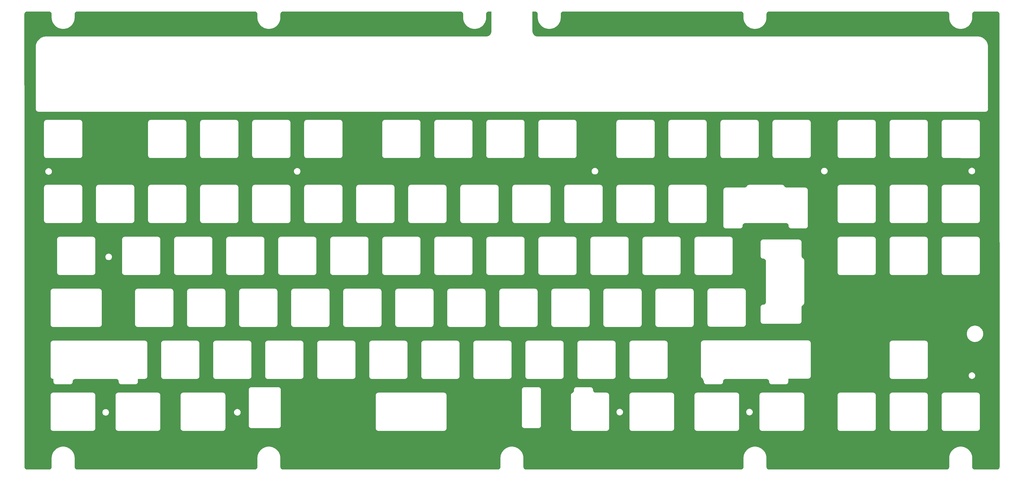
<source format=gbr>
%TF.GenerationSoftware,KiCad,Pcbnew,7.0.5*%
%TF.CreationDate,2023-07-12T21:53:11+02:00*%
%TF.ProjectId,Strata_ISO,53747261-7461-45f4-9953-4f2e6b696361,rev?*%
%TF.SameCoordinates,Original*%
%TF.FileFunction,Copper,L2,Bot*%
%TF.FilePolarity,Positive*%
%FSLAX46Y46*%
G04 Gerber Fmt 4.6, Leading zero omitted, Abs format (unit mm)*
G04 Created by KiCad (PCBNEW 7.0.5) date 2023-07-12 21:53:11*
%MOMM*%
%LPD*%
G01*
G04 APERTURE LIST*
G04 APERTURE END LIST*
%TA.AperFunction,NonConductor*%
G36*
X-96072267Y174838144D02*
G01*
X-96066863Y174837908D01*
X-96024074Y174834166D01*
X-96014404Y174833214D01*
X-95897805Y174821733D01*
X-95877870Y174818107D01*
X-95812251Y174800529D01*
X-95810343Y174799985D01*
X-95737116Y174777775D01*
X-95718011Y174771981D01*
X-95701603Y174765704D01*
X-95634252Y174734303D01*
X-95631228Y174732791D01*
X-95547261Y174687916D01*
X-95540920Y174684022D01*
X-95474777Y174637715D01*
X-95471004Y174634853D01*
X-95398787Y174575594D01*
X-95394276Y174571506D01*
X-95336791Y174514031D01*
X-95332704Y174509522D01*
X-95273444Y174437327D01*
X-95270605Y174433586D01*
X-95224239Y174367381D01*
X-95220356Y174361061D01*
X-95175533Y174277223D01*
X-95174021Y174274200D01*
X-95173437Y174272948D01*
X-95142536Y174206695D01*
X-95136257Y174190291D01*
X-95108331Y174098273D01*
X-95107795Y174096395D01*
X-95107154Y174094004D01*
X-95090114Y174030435D01*
X-95086484Y174010496D01*
X-95074066Y173884509D01*
X-95070299Y173841503D01*
X-95070062Y173836114D01*
X-95069867Y172638424D01*
X-95069867Y172637924D01*
X-95069834Y172437829D01*
X-95048659Y172216456D01*
X-95048453Y172213603D01*
X-95044401Y172131392D01*
X-95038870Y172114115D01*
X-95031729Y172039459D01*
X-94986818Y171806641D01*
X-94986380Y171804074D01*
X-94975134Y171728342D01*
X-94968927Y171713896D01*
X-94955929Y171646514D01*
X-94884615Y171403787D01*
X-94883972Y171401424D01*
X-94867054Y171333929D01*
X-94860672Y171322296D01*
X-94843120Y171262554D01*
X-94843114Y171262540D01*
X-94843113Y171262535D01*
X-94842275Y171260444D01*
X-94742600Y171011587D01*
X-94741793Y171009455D01*
X-94721179Y170951872D01*
X-94715114Y170942960D01*
X-94694331Y170891071D01*
X-94694321Y170891049D01*
X-94693236Y170888946D01*
X-94561517Y170633550D01*
X-94560608Y170631709D01*
X-94538866Y170585758D01*
X-94533605Y170579430D01*
X-94510889Y170535383D01*
X-94510882Y170535372D01*
X-94510269Y170534419D01*
X-94342422Y170273337D01*
X-94341420Y170271723D01*
X-94321842Y170239072D01*
X-94317845Y170235108D01*
X-94294471Y170198750D01*
X-94086356Y169934200D01*
X-94085293Y169932809D01*
X-94072155Y169915101D01*
X-94069844Y169913211D01*
X-94047044Y169884228D01*
X-93909140Y169739646D01*
X-93794404Y169619353D01*
X-93793337Y169618207D01*
X-93792165Y169616914D01*
X-93791920Y169616749D01*
X-93770835Y169594643D01*
X-93468350Y169332624D01*
X-93142696Y169100806D01*
X-93142325Y169100542D01*
X-93142322Y169100540D01*
X-92795741Y168900516D01*
X-92795719Y168900505D01*
X-92431670Y168734321D01*
X-92053468Y168603493D01*
X-91664553Y168509210D01*
X-91268414Y168452320D01*
X-91037375Y168441352D01*
X-90868682Y168433344D01*
X-90868676Y168433344D01*
X-90868671Y168433344D01*
X-90468946Y168452451D01*
X-90468942Y168452451D01*
X-90124636Y168502012D01*
X-90072843Y168509468D01*
X-90072841Y168509468D01*
X-90072837Y168509469D01*
X-89683950Y168603880D01*
X-89305790Y168734831D01*
X-88941793Y168901134D01*
X-88595264Y169101279D01*
X-88595252Y169101286D01*
X-88269315Y169333465D01*
X-88269301Y169333476D01*
X-87966908Y169595587D01*
X-87966903Y169595593D01*
X-87945827Y169617704D01*
X-87945621Y169617822D01*
X-87944375Y169619198D01*
X-87943314Y169620339D01*
X-87690796Y169885259D01*
X-87690778Y169885281D01*
X-87667997Y169914258D01*
X-87666070Y169915630D01*
X-87652525Y169933900D01*
X-87651462Y169935292D01*
X-87443459Y170199879D01*
X-87420107Y170236229D01*
X-87416732Y170239153D01*
X-87396526Y170272877D01*
X-87395506Y170274522D01*
X-87227154Y170536576D01*
X-87204458Y170580619D01*
X-87199962Y170585335D01*
X-87177475Y170632900D01*
X-87176537Y170634800D01*
X-87043842Y170892297D01*
X-87043833Y170892318D01*
X-87023070Y170944205D01*
X-87017801Y170950906D01*
X-86996427Y171010673D01*
X-86995610Y171012829D01*
X-86895166Y171263846D01*
X-86895163Y171263854D01*
X-86877633Y171323592D01*
X-86871955Y171332429D01*
X-86854351Y171402754D01*
X-86853698Y171405157D01*
X-86782481Y171647847D01*
X-86769504Y171715238D01*
X-86763803Y171726299D01*
X-86752081Y171805414D01*
X-86751632Y171808051D01*
X-86706812Y172040800D01*
X-86706808Y172040832D01*
X-86699689Y172115515D01*
X-86694359Y172128834D01*
X-86690142Y172214980D01*
X-86689936Y172217832D01*
X-86668835Y172439185D01*
X-86668867Y172639303D01*
X-86668867Y172639783D01*
X-86669060Y173835706D01*
X-86668825Y173841113D01*
X-86665096Y173883813D01*
X-86652664Y174010223D01*
X-86649038Y174030163D01*
X-86631492Y174095683D01*
X-86630935Y174097634D01*
X-86603311Y174188746D01*
X-86602912Y174190057D01*
X-86596636Y174206469D01*
X-86596530Y174206695D01*
X-86589787Y174221158D01*
X-86565258Y174273776D01*
X-86563747Y174276801D01*
X-86518837Y174360844D01*
X-86514942Y174367186D01*
X-86468649Y174433313D01*
X-86465788Y174437085D01*
X-86406506Y174509336D01*
X-86402417Y174513848D01*
X-86344938Y174571336D01*
X-86340427Y174575425D01*
X-86268228Y174634687D01*
X-86264455Y174637549D01*
X-86198250Y174683913D01*
X-86191910Y174687808D01*
X-86108116Y174732604D01*
X-86105090Y174734117D01*
X-86037500Y174765637D01*
X-86021094Y174771916D01*
X-85929274Y174799774D01*
X-85927321Y174800332D01*
X-85861192Y174818053D01*
X-85841239Y174821683D01*
X-85715418Y174834064D01*
X-85672252Y174837840D01*
X-85666846Y174838076D01*
X-20750267Y174837665D01*
X-20744863Y174837429D01*
X-20702110Y174833690D01*
X-20575791Y174821253D01*
X-20555854Y174817627D01*
X-20490334Y174800075D01*
X-20488383Y174799518D01*
X-20395988Y174771495D01*
X-20379583Y174765220D01*
X-20376108Y174763600D01*
X-20312266Y174733835D01*
X-20309285Y174732345D01*
X-20277969Y174715610D01*
X-20225232Y174687425D01*
X-20218893Y174683532D01*
X-20216452Y174681823D01*
X-20152767Y174637237D01*
X-20149034Y174634405D01*
X-20077360Y174575594D01*
X-20076781Y174575119D01*
X-20072269Y174571030D01*
X-20014779Y174513548D01*
X-20010692Y174509039D01*
X-19951472Y174436895D01*
X-19948610Y174433123D01*
X-19902216Y174366878D01*
X-19898325Y174360546D01*
X-19853564Y174276828D01*
X-19852075Y174273849D01*
X-19820499Y174206150D01*
X-19814229Y174189768D01*
X-19786419Y174098136D01*
X-19785896Y174096305D01*
X-19768088Y174029869D01*
X-19764462Y174009943D01*
X-19752089Y173884293D01*
X-19748341Y173841503D01*
X-19748299Y173841025D01*
X-19748062Y173835638D01*
X-19747867Y172637945D01*
X-19747867Y172637445D01*
X-19747834Y172437350D01*
X-19726740Y172216826D01*
X-19726659Y172215977D01*
X-19726453Y172213124D01*
X-19722401Y172130913D01*
X-19716870Y172113636D01*
X-19709729Y172038980D01*
X-19664816Y171806152D01*
X-19664377Y171803574D01*
X-19653133Y171727864D01*
X-19646927Y171713420D01*
X-19633929Y171646035D01*
X-19633925Y171646023D01*
X-19633924Y171646017D01*
X-19562630Y171403359D01*
X-19561976Y171400956D01*
X-19545054Y171333448D01*
X-19538672Y171321814D01*
X-19521120Y171262074D01*
X-19521115Y171262062D01*
X-19521113Y171262055D01*
X-19455307Y171097758D01*
X-19420792Y171011583D01*
X-19420597Y171011098D01*
X-19419780Y171008941D01*
X-19399174Y170951381D01*
X-19393115Y170942481D01*
X-19372332Y170890592D01*
X-19372322Y170890570D01*
X-19372074Y170890090D01*
X-19239517Y170633068D01*
X-19238593Y170631196D01*
X-19216860Y170585265D01*
X-19211602Y170578941D01*
X-19188887Y170534897D01*
X-19188884Y170534894D01*
X-19020436Y170272878D01*
X-19019430Y170271258D01*
X-18999847Y170238598D01*
X-18995845Y170234628D01*
X-18995323Y170233816D01*
X-18972471Y170198270D01*
X-18813226Y169995843D01*
X-18764843Y169934338D01*
X-18764393Y169933767D01*
X-18763329Y169932375D01*
X-18750166Y169914633D01*
X-18747853Y169912742D01*
X-18725045Y169883748D01*
X-18724594Y169883275D01*
X-18472386Y169618853D01*
X-18471320Y169617707D01*
X-18470165Y169616434D01*
X-18469922Y169616270D01*
X-18469330Y169615649D01*
X-18449279Y169594627D01*
X-18448830Y169594157D01*
X-18448820Y169594148D01*
X-18146774Y169332511D01*
X-18146350Y169332144D01*
X-17820328Y169100065D01*
X-17817469Y169098415D01*
X-17473732Y168900032D01*
X-17473720Y168900026D01*
X-17471266Y168898906D01*
X-17109670Y168733841D01*
X-17109667Y168733840D01*
X-17109665Y168733839D01*
X-17109660Y168733837D01*
X-16731468Y168603013D01*
X-16342554Y168508730D01*
X-15946415Y168451840D01*
X-15715375Y168440872D01*
X-15546682Y168432864D01*
X-15546676Y168432864D01*
X-15546671Y168432864D01*
X-15146946Y168451971D01*
X-15146942Y168451971D01*
X-14802635Y168501532D01*
X-14750842Y168508988D01*
X-14750840Y168508988D01*
X-14750836Y168508989D01*
X-14361949Y168603400D01*
X-13983790Y168734351D01*
X-13619799Y168900652D01*
X-13619788Y168900658D01*
X-13273272Y169100793D01*
X-13273252Y169100806D01*
X-12947314Y169332985D01*
X-12947300Y169332996D01*
X-12644909Y169595106D01*
X-12644450Y169595587D01*
X-12625421Y169615551D01*
X-12623825Y169617225D01*
X-12623622Y169617341D01*
X-12622390Y169618702D01*
X-12621331Y169619841D01*
X-12368797Y169884777D01*
X-12368791Y169884785D01*
X-12345996Y169913780D01*
X-12344069Y169915152D01*
X-12330516Y169933431D01*
X-12329454Y169934822D01*
X-12122751Y170197757D01*
X-12121463Y170199395D01*
X-12121462Y170199395D01*
X-12121456Y170199404D01*
X-12098097Y170235764D01*
X-12094725Y170238686D01*
X-12074523Y170272405D01*
X-12073502Y170274050D01*
X-11905161Y170536086D01*
X-11882453Y170580150D01*
X-11877958Y170584864D01*
X-11855467Y170632438D01*
X-11854528Y170634339D01*
X-11721842Y170891818D01*
X-11721833Y170891838D01*
X-11701066Y170943737D01*
X-11695794Y170950442D01*
X-11674418Y171010212D01*
X-11673602Y171012367D01*
X-11573166Y171263365D01*
X-11555630Y171323123D01*
X-11549950Y171331962D01*
X-11532347Y171402287D01*
X-11531694Y171404689D01*
X-11460481Y171647368D01*
X-11447504Y171714759D01*
X-11441803Y171725820D01*
X-11430080Y171804937D01*
X-11429631Y171807573D01*
X-11384812Y172040320D01*
X-11384808Y172040352D01*
X-11377692Y172114999D01*
X-11372363Y172128316D01*
X-11368143Y172214481D01*
X-11367937Y172217332D01*
X-11346834Y172438706D01*
X-11346867Y172638824D01*
X-11346867Y172639304D01*
X-11347060Y173835222D01*
X-11346825Y173840630D01*
X-11343079Y173883515D01*
X-11343049Y173883813D01*
X-11340245Y173912321D01*
X-11330664Y174009715D01*
X-11327039Y174029656D01*
X-11309452Y174095320D01*
X-11308895Y174097272D01*
X-11280914Y174189545D01*
X-11274638Y174205955D01*
X-11243218Y174273352D01*
X-11241706Y174276377D01*
X-11196840Y174360339D01*
X-11192944Y174366681D01*
X-11146636Y174432828D01*
X-11143775Y174436600D01*
X-11084497Y174508843D01*
X-11080408Y174513355D01*
X-11022926Y174570846D01*
X-11018416Y174574934D01*
X-10946205Y174634206D01*
X-10942433Y174637069D01*
X-10876267Y174683405D01*
X-10869926Y174687301D01*
X-10786007Y174732162D01*
X-10782982Y174733675D01*
X-10715552Y174765122D01*
X-10699141Y174771402D01*
X-10606910Y174799384D01*
X-10604960Y174799942D01*
X-10539273Y174817546D01*
X-10519330Y174821176D01*
X-10393069Y174833614D01*
X-10350252Y174837361D01*
X-10344844Y174837597D01*
X54571734Y174837185D01*
X54577136Y174836949D01*
X54619833Y174833216D01*
X54643250Y174830910D01*
X54746207Y174820773D01*
X54766143Y174817147D01*
X54831702Y174799584D01*
X54833653Y174799027D01*
X54925980Y174771026D01*
X54942390Y174764748D01*
X55009818Y174733310D01*
X55012841Y174731798D01*
X55096692Y174686988D01*
X55103034Y174683093D01*
X55169341Y174636670D01*
X55173112Y174633809D01*
X55245079Y174574758D01*
X55249592Y174570668D01*
X55307361Y174512905D01*
X55311448Y174508398D01*
X55370297Y174436707D01*
X55373162Y174432932D01*
X55419916Y174366167D01*
X55423810Y174359830D01*
X55468094Y174277005D01*
X55469609Y174273976D01*
X55501598Y174205384D01*
X55507874Y174188987D01*
X55535122Y174099214D01*
X55535681Y174097256D01*
X55553954Y174029071D01*
X55557585Y174009114D01*
X55569427Y173888752D01*
X55573700Y173839948D01*
X55573937Y173834548D01*
X55574124Y172688339D01*
X55574119Y172688321D01*
X55574159Y172436875D01*
X55595348Y172215350D01*
X55595554Y172212500D01*
X55599605Y172130347D01*
X55605128Y172113096D01*
X55612261Y172038526D01*
X55612266Y172038490D01*
X55657188Y171805620D01*
X55657637Y171802984D01*
X55668875Y171727311D01*
X55675078Y171712878D01*
X55688028Y171645744D01*
X55688065Y171645555D01*
X55688401Y171644412D01*
X55759390Y171402789D01*
X55760044Y171400386D01*
X55776957Y171332913D01*
X55783337Y171321283D01*
X55800872Y171261599D01*
X55800883Y171261569D01*
X55901444Y171010499D01*
X55902261Y171008344D01*
X55922850Y170950831D01*
X55928904Y170941941D01*
X55949668Y170890099D01*
X55949672Y170890090D01*
X56082495Y170632554D01*
X56083435Y170630652D01*
X56105159Y170584740D01*
X56110413Y170578423D01*
X56133107Y170534419D01*
X56301606Y170272324D01*
X56302627Y170270680D01*
X56322183Y170238065D01*
X56326174Y170234109D01*
X56349518Y170197799D01*
X56557667Y169933205D01*
X56558730Y169931814D01*
X56571867Y169914105D01*
X56574173Y169912222D01*
X56596941Y169883279D01*
X56596945Y169883275D01*
X56849658Y169618322D01*
X56850719Y169617182D01*
X56851863Y169615919D01*
X56852101Y169615761D01*
X56873155Y169593687D01*
X56873175Y169593668D01*
X57175638Y169331670D01*
X57175644Y169331665D01*
X57175646Y169331664D01*
X57288518Y169251315D01*
X57501670Y169099583D01*
X57501676Y169099579D01*
X57848254Y168899557D01*
X57848276Y168899546D01*
X58212331Y168733359D01*
X58212336Y168733357D01*
X58590527Y168602533D01*
X58979442Y168508250D01*
X59375581Y168451360D01*
X59621957Y168439664D01*
X59775315Y168432384D01*
X59775319Y168432384D01*
X59775325Y168432384D01*
X60175050Y168451491D01*
X60175054Y168451491D01*
X60470174Y168493972D01*
X60571155Y168508508D01*
X60571157Y168508508D01*
X60571160Y168508509D01*
X60773560Y168557646D01*
X60960048Y168602920D01*
X61154627Y168670300D01*
X61338207Y168733871D01*
X61702198Y168900172D01*
X61702209Y168900178D01*
X62048725Y169100313D01*
X62048745Y169100326D01*
X62050093Y169101286D01*
X62374692Y169332511D01*
X62675749Y169593465D01*
X62677090Y169594627D01*
X62677092Y169594629D01*
X62698183Y169616756D01*
X62698389Y169616875D01*
X62699640Y169618255D01*
X62700706Y169619402D01*
X62953202Y169884298D01*
X62953206Y169884303D01*
X62974069Y169910842D01*
X62976004Y169913304D01*
X62977935Y169914680D01*
X62991490Y169932962D01*
X62992550Y169934351D01*
X63200536Y170198915D01*
X63223901Y170235285D01*
X63227278Y170238212D01*
X63247483Y170271935D01*
X63248504Y170273582D01*
X63248794Y170274032D01*
X63416840Y170535611D01*
X63438122Y170576909D01*
X63439545Y170579670D01*
X63444039Y170584384D01*
X63466516Y170631928D01*
X63467455Y170633830D01*
X63508356Y170713198D01*
X63600159Y170891343D01*
X63600549Y170892318D01*
X63620936Y170943264D01*
X63626208Y170949971D01*
X63647593Y171009766D01*
X63648410Y171011923D01*
X63748833Y171262887D01*
X63749115Y171263846D01*
X63765936Y171321169D01*
X63766366Y171322634D01*
X63772044Y171331473D01*
X63789644Y171401780D01*
X63790297Y171404183D01*
X63824411Y171520438D01*
X63861518Y171646887D01*
X63873908Y171711227D01*
X63874494Y171714271D01*
X63880194Y171725332D01*
X63891915Y171804439D01*
X63892358Y171807045D01*
X63937190Y172039857D01*
X63944304Y172114497D01*
X63949636Y172127821D01*
X63953855Y172213996D01*
X63954061Y172216849D01*
X63956057Y172237781D01*
X63965291Y172334663D01*
X63975164Y172438226D01*
X63975163Y172438229D01*
X63975165Y172438240D01*
X63975133Y172638335D01*
X63975133Y172638835D01*
X63974938Y173834756D01*
X63975171Y173840126D01*
X63978902Y173882888D01*
X63991326Y174009274D01*
X63994946Y174029193D01*
X64012516Y174094812D01*
X64013060Y174096717D01*
X64013186Y174097130D01*
X64041060Y174189079D01*
X64047333Y174205484D01*
X64078783Y174272953D01*
X64080292Y174275972D01*
X64125091Y174359816D01*
X64128987Y174366161D01*
X64129770Y174367279D01*
X64175470Y174432559D01*
X64178303Y174436294D01*
X64237326Y174508233D01*
X64241395Y174512723D01*
X64299293Y174570626D01*
X64303792Y174574704D01*
X64375314Y174633414D01*
X64379091Y174636280D01*
X64446094Y174683196D01*
X64452431Y174687089D01*
X64534888Y174731172D01*
X64537918Y174732687D01*
X64606954Y174764877D01*
X64623353Y174771152D01*
X64712289Y174798137D01*
X64714226Y174798690D01*
X64751930Y174808790D01*
X64783317Y174817197D01*
X64803295Y174820828D01*
X64922649Y174832536D01*
X64972392Y174836882D01*
X64977791Y174837117D01*
X65811870Y174837113D01*
X65878909Y174817428D01*
X65924664Y174764624D01*
X65935869Y174713112D01*
X65935825Y167639637D01*
X65935692Y167635577D01*
X65930330Y167553841D01*
X65917333Y167372201D01*
X65916299Y167364521D01*
X65893110Y167247962D01*
X65861787Y167103996D01*
X65859912Y167097242D01*
X65819791Y166979054D01*
X65819172Y166977316D01*
X65770142Y166845871D01*
X65767655Y166840113D01*
X65711339Y166725920D01*
X65710148Y166723627D01*
X65644078Y166602639D01*
X65641213Y166597907D01*
X65569906Y166491190D01*
X65567987Y166488479D01*
X65485887Y166378814D01*
X65482868Y166375090D01*
X65398077Y166278403D01*
X65395301Y166275440D01*
X65298414Y166178558D01*
X65295454Y166175786D01*
X65199044Y166091235D01*
X65195319Y166088215D01*
X65084918Y166005574D01*
X65082265Y166003697D01*
X64989408Y165941649D01*
X64976468Y165933003D01*
X64971739Y165930139D01*
X64848983Y165863115D01*
X64846723Y165861942D01*
X64801355Y165839567D01*
X64734460Y165806575D01*
X64728726Y165804100D01*
X64593898Y165753816D01*
X64592181Y165753205D01*
X64477494Y165714269D01*
X64470781Y165712405D01*
X64319837Y165679574D01*
X64210284Y165657777D01*
X64202663Y165656750D01*
X64009160Y165642852D01*
X63939051Y165638253D01*
X63934998Y165638121D01*
X-97035546Y165639144D01*
X-97035551Y165639146D01*
X-97086907Y165639146D01*
X-97087407Y165639146D01*
X-97273229Y165639148D01*
X-97494034Y165617402D01*
X-97496857Y165617189D01*
X-97573347Y165613181D01*
X-97589278Y165608022D01*
X-97643085Y165602723D01*
X-97893377Y165552938D01*
X-97895754Y165552514D01*
X-97956694Y165542862D01*
X-97967212Y165538252D01*
X-98007589Y165530221D01*
X-98291567Y165444079D01*
X-98293482Y165443532D01*
X-98330953Y165433492D01*
X-98336189Y165430543D01*
X-98363232Y165422341D01*
X-98689287Y165287287D01*
X-98690664Y165286738D01*
X-98692200Y165286148D01*
X-98692434Y165285983D01*
X-98706588Y165280121D01*
X-99034350Y165104931D01*
X-99343363Y164898458D01*
X-99630650Y164662691D01*
X-99893444Y164399900D01*
X-100129215Y164112617D01*
X-100335691Y163803606D01*
X-100510885Y163475846D01*
X-100516738Y163461715D01*
X-100516883Y163461534D01*
X-100517486Y163459964D01*
X-100518068Y163458503D01*
X-100653110Y163132492D01*
X-100661302Y163105486D01*
X-100663914Y163101500D01*
X-100674273Y163062841D01*
X-100674816Y163060935D01*
X-100760994Y162776851D01*
X-100769019Y162736506D01*
X-100773242Y162728432D01*
X-100783280Y162665056D01*
X-100783697Y162662718D01*
X-100833501Y162412347D01*
X-100838796Y162358586D01*
X-100843760Y162346291D01*
X-100847958Y162266216D01*
X-100848167Y162263437D01*
X-100869930Y162042492D01*
X-100869930Y162042487D01*
X-100869930Y161908132D01*
X-100869931Y161908128D01*
X-100869983Y153665006D01*
X-100870075Y139146601D01*
X-100874651Y139131018D01*
X-100870375Y139087597D01*
X-100870076Y139081516D01*
X-100870076Y139079979D01*
X-100870076Y139079479D01*
X-100870077Y138991946D01*
X-100870076Y138991942D01*
X-100858958Y138928885D01*
X-100860275Y138917071D01*
X-100853235Y138893865D01*
X-100851509Y138886638D01*
X-100839679Y138819541D01*
X-100839677Y138819536D01*
X-100839677Y138819534D01*
X-100811438Y138741945D01*
X-100810607Y138728883D01*
X-100802461Y138713642D01*
X-100795297Y138697599D01*
X-100779805Y138655033D01*
X-100735031Y138577481D01*
X-100731030Y138570552D01*
X-100727548Y138556201D01*
X-100717795Y138544317D01*
X-100706267Y138527661D01*
X-100692273Y138503422D01*
X-100692270Y138503418D01*
X-100692267Y138503413D01*
X-100689164Y138498981D01*
X-100689538Y138498718D01*
X-100680196Y138484900D01*
X-100678312Y138481375D01*
X-100659855Y138464787D01*
X-100620700Y138418123D01*
X-100614124Y138403097D01*
X-100603663Y138394512D01*
X-100587341Y138378367D01*
X-100579744Y138369313D01*
X-100570688Y138361714D01*
X-100554544Y138345393D01*
X-100550409Y138340354D01*
X-100530938Y138328359D01*
X-100484281Y138289209D01*
X-100474377Y138274323D01*
X-100464160Y138268862D01*
X-100450333Y138259513D01*
X-100450071Y138259888D01*
X-100445638Y138256783D01*
X-100421395Y138242787D01*
X-100404731Y138231253D01*
X-100397771Y138225541D01*
X-100378494Y138218017D01*
X-100294032Y138169252D01*
X-100294025Y138169249D01*
X-100251450Y138153753D01*
X-100235407Y138146589D01*
X-100225183Y138141124D01*
X-100207070Y138137599D01*
X-100129518Y138109372D01*
X-100129519Y138109372D01*
X-100062397Y138097537D01*
X-100055160Y138095808D01*
X-100036921Y138090275D01*
X-100020051Y138090070D01*
X-99957117Y138078973D01*
X-99869681Y138078973D01*
X-99867561Y138078972D01*
X-99861479Y138078674D01*
X-99825208Y138075100D01*
X-99802356Y138078972D01*
X246668733Y138076767D01*
X246686144Y138071654D01*
X246734209Y138076389D01*
X246740289Y138076688D01*
X246830639Y138076689D01*
X246830643Y138076690D01*
X246891288Y138087384D01*
X246903645Y138086005D01*
X246928076Y138093417D01*
X246935313Y138095147D01*
X247003055Y138107093D01*
X247079284Y138134839D01*
X247092650Y138135688D01*
X247108433Y138144125D01*
X247124476Y138151289D01*
X247167566Y138166973D01*
X247167572Y138166976D01*
X247251186Y138215253D01*
X247265729Y138218781D01*
X247277877Y138228751D01*
X247294540Y138240284D01*
X247319175Y138254508D01*
X247323613Y138257616D01*
X247323852Y138257274D01*
X247337987Y138266828D01*
X247341616Y138268768D01*
X247358316Y138287352D01*
X247403926Y138325626D01*
X247419075Y138332256D01*
X247427791Y138342877D01*
X247443935Y138359199D01*
X247453289Y138367049D01*
X247453294Y138367053D01*
X247455190Y138369313D01*
X247461143Y138376408D01*
X247477468Y138392557D01*
X247482633Y138396796D01*
X247494732Y138416441D01*
X247533057Y138462118D01*
X247548017Y138472071D01*
X247553539Y138482403D01*
X247563066Y138496490D01*
X247562718Y138496735D01*
X247565827Y138501175D01*
X247580018Y138525758D01*
X247591554Y138542428D01*
X247597415Y138549570D01*
X247605033Y138569089D01*
X247653350Y138652784D01*
X247653352Y138652789D01*
X247653354Y138652792D01*
X247668988Y138695753D01*
X247676152Y138711797D01*
X247681786Y138722338D01*
X247685369Y138740765D01*
X247713225Y138817310D01*
X247725121Y138884803D01*
X247726851Y138892043D01*
X247732569Y138910892D01*
X247732778Y138928236D01*
X247737495Y138955004D01*
X247743616Y138989725D01*
X247743611Y139077261D01*
X247743611Y139077761D01*
X247743611Y139079268D01*
X247743911Y139085364D01*
X247747544Y139122186D01*
X247743611Y139145403D01*
X247743611Y139146603D01*
X247743755Y161803071D01*
X247743774Y161803133D01*
X247743775Y161854451D01*
X247743778Y162040274D01*
X247721986Y162261547D01*
X247721774Y162264363D01*
X247717776Y162340662D01*
X247712631Y162356549D01*
X247711914Y162363826D01*
X247707354Y162410132D01*
X247657459Y162660985D01*
X247657034Y162663368D01*
X247647425Y162724036D01*
X247642835Y162734511D01*
X247634854Y162774638D01*
X247548484Y163059367D01*
X247547942Y163061267D01*
X247538009Y163098341D01*
X247535089Y163103528D01*
X247534494Y163105490D01*
X247526974Y163130282D01*
X247391549Y163457232D01*
X247390954Y163458727D01*
X247390603Y163459640D01*
X247390480Y163459815D01*
X247384754Y163473640D01*
X247209563Y163801404D01*
X247003089Y164110418D01*
X246767321Y164397706D01*
X246504528Y164660501D01*
X246217242Y164896272D01*
X245908229Y165102748D01*
X245580466Y165277941D01*
X245566665Y165283657D01*
X245566534Y165283763D01*
X245565583Y165284128D01*
X245564150Y165284699D01*
X245237110Y165420164D01*
X245210403Y165428265D01*
X245206459Y165430849D01*
X245168209Y165441098D01*
X245166299Y165441643D01*
X244881466Y165528046D01*
X244841389Y165536017D01*
X244833359Y165540218D01*
X244770310Y165550204D01*
X244767955Y165550624D01*
X244516960Y165600550D01*
X244463428Y165605822D01*
X244451180Y165610767D01*
X244371331Y165614958D01*
X244368503Y165615171D01*
X244147103Y165636976D01*
X243961333Y165636975D01*
X82988618Y165637998D01*
X82988614Y165638000D01*
X82938783Y165638000D01*
X82934733Y165638132D01*
X82852927Y165643496D01*
X82671347Y165656484D01*
X82663684Y165657516D01*
X82547011Y165680726D01*
X82403140Y165712025D01*
X82396439Y165713886D01*
X82277899Y165754127D01*
X82276336Y165754683D01*
X82145081Y165803641D01*
X82139366Y165806108D01*
X82024724Y165862646D01*
X82022529Y165863786D01*
X81901936Y165929637D01*
X81897245Y165932477D01*
X81789940Y166004178D01*
X81787291Y166006053D01*
X81678192Y166087726D01*
X81674563Y166090668D01*
X81577129Y166176118D01*
X81574246Y166178818D01*
X81478086Y166274982D01*
X81475365Y166277887D01*
X81389964Y166375271D01*
X81387001Y166378924D01*
X81305297Y166488071D01*
X81303428Y166490713D01*
X81231763Y166597969D01*
X81228933Y166602642D01*
X81162999Y166723397D01*
X81161908Y166725498D01*
X81105400Y166840089D01*
X81102939Y166845787D01*
X81053926Y166977205D01*
X81053361Y166978793D01*
X81013186Y167097147D01*
X81011322Y167103864D01*
X80979952Y167248082D01*
X80956810Y167364430D01*
X80955785Y167372037D01*
X80942988Y167550715D01*
X80937405Y167635915D01*
X80937272Y167639971D01*
X80937292Y170951872D01*
X80937315Y174713017D01*
X80957000Y174780056D01*
X81009804Y174825811D01*
X81061316Y174837016D01*
X81896431Y174837011D01*
X81901834Y174836775D01*
X81944586Y174833037D01*
X82070903Y174820600D01*
X82090841Y174816974D01*
X82156404Y174799410D01*
X82158354Y174798853D01*
X82250679Y174770853D01*
X82267088Y174764576D01*
X82334524Y174733136D01*
X82337548Y174731624D01*
X82421397Y174686815D01*
X82427739Y174682920D01*
X82494038Y174636504D01*
X82497808Y174633644D01*
X82569788Y174574584D01*
X82574301Y174570495D01*
X82632068Y174512737D01*
X82636155Y174508229D01*
X82695016Y174436525D01*
X82697881Y174432750D01*
X82744629Y174365995D01*
X82748522Y174359659D01*
X82792804Y174276845D01*
X82794318Y174273816D01*
X82826319Y174205205D01*
X82832595Y174188806D01*
X82859828Y174099087D01*
X82860387Y174097130D01*
X82878670Y174028915D01*
X82882303Y174008941D01*
X82894329Y173886559D01*
X82898398Y173840098D01*
X82898635Y173834696D01*
X82898830Y172637281D01*
X82898830Y172636801D01*
X82898862Y172436702D01*
X82920037Y172215333D01*
X82920243Y172212481D01*
X82924293Y172130311D01*
X82929821Y172113037D01*
X82936966Y172038340D01*
X82936967Y172038333D01*
X82937155Y172037361D01*
X82981799Y171805927D01*
X82981866Y171805584D01*
X82982315Y171802948D01*
X82993563Y171727213D01*
X82999769Y171712770D01*
X83012767Y171645389D01*
X83084060Y171402732D01*
X83084714Y171400330D01*
X83101640Y171332804D01*
X83108024Y171321169D01*
X83125386Y171262074D01*
X83125577Y171261426D01*
X83125584Y171261403D01*
X83226091Y171010470D01*
X83226908Y171008315D01*
X83247518Y170950742D01*
X83253579Y170941841D01*
X83274369Y170889934D01*
X83274376Y170889918D01*
X83407122Y170632532D01*
X83408062Y170630630D01*
X83429818Y170584650D01*
X83435078Y170578326D01*
X83457808Y170534254D01*
X83457814Y170534244D01*
X83626205Y170272318D01*
X83627227Y170270673D01*
X83646833Y170237973D01*
X83650836Y170234005D01*
X83674225Y170197624D01*
X83882258Y169933178D01*
X83883321Y169931787D01*
X83896521Y169913996D01*
X83898835Y169912106D01*
X83921654Y169883099D01*
X83921657Y169883095D01*
X84174187Y169618337D01*
X84175252Y169617192D01*
X84176498Y169615816D01*
X84176750Y169615649D01*
X84197848Y169593530D01*
X84197869Y169593509D01*
X84347199Y169464157D01*
X84500349Y169331495D01*
X84659514Y169218193D01*
X84826373Y169099414D01*
X84826379Y169099410D01*
X85172956Y168899389D01*
X85172978Y168899378D01*
X85537024Y168733195D01*
X85915235Y168602363D01*
X86304140Y168508083D01*
X86700282Y168451193D01*
X86946657Y168439497D01*
X87100015Y168432217D01*
X87100019Y168432217D01*
X87100025Y168432217D01*
X87499750Y168451324D01*
X87499754Y168451324D01*
X87794872Y168493805D01*
X87895854Y168508341D01*
X87895856Y168508341D01*
X87895859Y168508342D01*
X88096969Y168557166D01*
X88284746Y168602753D01*
X88479809Y168670300D01*
X88662905Y168733703D01*
X89026895Y168900004D01*
X89026906Y168900010D01*
X89026936Y168900027D01*
X89198750Y168999261D01*
X89373431Y169100150D01*
X89373435Y169100153D01*
X89373442Y169100157D01*
X89699388Y169332343D01*
X90001788Y169594460D01*
X90001958Y169594638D01*
X90022935Y169616645D01*
X90023148Y169616768D01*
X90024482Y169618240D01*
X90025547Y169619386D01*
X90025981Y169619841D01*
X90277903Y169884135D01*
X90300755Y169913203D01*
X90302693Y169914584D01*
X90316306Y169932945D01*
X90317337Y169934296D01*
X90525232Y170198744D01*
X90548638Y170235178D01*
X90552021Y170238110D01*
X90572278Y170271920D01*
X90573278Y170273531D01*
X90741536Y170535439D01*
X90764274Y170579562D01*
X90768780Y170584289D01*
X90791313Y170631952D01*
X90792252Y170633853D01*
X90923708Y170888946D01*
X90924855Y170891171D01*
X90944546Y170940379D01*
X90945656Y170943153D01*
X90950935Y170949868D01*
X90972340Y171009723D01*
X90973157Y171011879D01*
X91030889Y171156156D01*
X91073530Y171262718D01*
X91091085Y171322540D01*
X91096768Y171331387D01*
X91114384Y171401762D01*
X91115038Y171404165D01*
X91130287Y171456129D01*
X91186214Y171646714D01*
X91199202Y171714162D01*
X91204906Y171725232D01*
X91216635Y171804391D01*
X91217077Y171806990D01*
X91261886Y172039683D01*
X91269008Y172114397D01*
X91274345Y172127736D01*
X91278566Y172213973D01*
X91278772Y172216826D01*
X91278850Y172217637D01*
X91299640Y172435736D01*
X91299861Y172438051D01*
X91299860Y172438055D01*
X91299862Y172438066D01*
X91299830Y172638160D01*
X91299830Y172638660D01*
X91299635Y173834580D01*
X91299868Y173839953D01*
X91303594Y173882641D01*
X91316028Y174009110D01*
X91319649Y174029034D01*
X91337187Y174094530D01*
X91337729Y174096428D01*
X91365784Y174188966D01*
X91372050Y174205349D01*
X91403405Y174272615D01*
X91404917Y174275641D01*
X91405311Y174276377D01*
X91449859Y174359748D01*
X91453753Y174366091D01*
X91453802Y174366161D01*
X91500011Y174432171D01*
X91502866Y174435933D01*
X91503811Y174437085D01*
X91562203Y174508252D01*
X91566286Y174512758D01*
X91567559Y174514031D01*
X91623744Y174570225D01*
X91628248Y174574308D01*
X91700437Y174633565D01*
X91704211Y174636429D01*
X91705404Y174637264D01*
X91738235Y174660256D01*
X91770455Y174682819D01*
X91776794Y174686714D01*
X91860494Y174731460D01*
X91863521Y174732974D01*
X91931236Y174764553D01*
X91947641Y174770830D01*
X92039121Y174798587D01*
X92041076Y174799145D01*
X92107543Y174816955D01*
X92127515Y174820586D01*
X92254524Y174833062D01*
X92296216Y174836708D01*
X92301621Y174836944D01*
X157218429Y174836532D01*
X157223834Y174836296D01*
X157266595Y174832556D01*
X157392903Y174820121D01*
X157412841Y174816495D01*
X157478331Y174798951D01*
X157480283Y174798394D01*
X157572720Y174770358D01*
X157589126Y174764082D01*
X157656343Y174732744D01*
X157659369Y174731232D01*
X157743500Y174686269D01*
X157749841Y174682375D01*
X157815815Y174636185D01*
X157819587Y174633324D01*
X157891979Y174573924D01*
X157896491Y174569835D01*
X157953834Y174512500D01*
X157957921Y174507991D01*
X158017323Y174435622D01*
X158020186Y174431850D01*
X158066404Y174365856D01*
X158070300Y174359516D01*
X158115243Y174275451D01*
X158116756Y174272426D01*
X158148134Y174205151D01*
X158154412Y174188746D01*
X158182438Y174096395D01*
X158182996Y174094442D01*
X158200570Y174028878D01*
X158204200Y174008941D01*
X158216636Y173882806D01*
X158220398Y173839859D01*
X158220635Y173834456D01*
X158220830Y172636802D01*
X158220830Y172636322D01*
X158220862Y172436223D01*
X158242029Y172214943D01*
X158242235Y172212090D01*
X158246285Y172129900D01*
X158251818Y172112605D01*
X158258840Y172039208D01*
X158258971Y172037838D01*
X158295273Y171849656D01*
X158303557Y171806712D01*
X158303827Y171805316D01*
X158304277Y171802679D01*
X158315536Y171726854D01*
X158321753Y171712384D01*
X158334770Y171644909D01*
X158334774Y171644893D01*
X158405964Y171402591D01*
X158406618Y171400188D01*
X158423585Y171332497D01*
X158429986Y171320831D01*
X158447582Y171260941D01*
X158547914Y171010443D01*
X158548731Y171008287D01*
X158569421Y170950489D01*
X158575508Y170941550D01*
X158596375Y170889451D01*
X158596379Y170889442D01*
X158728829Y170632630D01*
X158729769Y170630728D01*
X158751669Y170584444D01*
X158756965Y170578076D01*
X158779815Y170533772D01*
X158947740Y170272570D01*
X158948762Y170270925D01*
X158968605Y170237830D01*
X158972654Y170233816D01*
X158996221Y170197158D01*
X159203527Y169933636D01*
X159204590Y169932245D01*
X159218183Y169913924D01*
X159220568Y169911975D01*
X159243657Y169882625D01*
X159243660Y169882621D01*
X159495167Y169618935D01*
X159496225Y169617797D01*
X159498059Y169615774D01*
X159498395Y169615551D01*
X159519861Y169593046D01*
X159519872Y169593035D01*
X159822344Y169331029D01*
X159822350Y169331024D01*
X159822352Y169331023D01*
X159984960Y169215271D01*
X160148375Y169098944D01*
X160494968Y168898912D01*
X160494979Y168898906D01*
X160859029Y168732723D01*
X161237229Y168601895D01*
X161237236Y168601893D01*
X161626141Y168507613D01*
X162022282Y168450723D01*
X162268657Y168439027D01*
X162422015Y168431747D01*
X162422019Y168431747D01*
X162422025Y168431747D01*
X162821749Y168450854D01*
X162821753Y168450854D01*
X163116870Y168493335D01*
X163217852Y168507871D01*
X163217855Y168507871D01*
X163217863Y168507873D01*
X163606731Y168602278D01*
X163606739Y168602280D01*
X163606744Y168602282D01*
X163830471Y168679755D01*
X163984902Y168733232D01*
X164170289Y168817932D01*
X164348898Y168899535D01*
X164526438Y169002076D01*
X164695431Y169099680D01*
X164695437Y169099684D01*
X164695439Y169099685D01*
X165019458Y169330497D01*
X165021373Y169331861D01*
X165021378Y169331865D01*
X165021385Y169331870D01*
X165323784Y169593986D01*
X165323939Y169594148D01*
X165343411Y169614577D01*
X165345852Y169617138D01*
X165346249Y169617367D01*
X165349155Y169620574D01*
X165350198Y169621697D01*
X165599899Y169883660D01*
X165599903Y169883665D01*
X165599911Y169883674D01*
X165623539Y169913730D01*
X165625641Y169915227D01*
X165640445Y169935196D01*
X165641509Y169936589D01*
X165722799Y170039992D01*
X165847228Y170198269D01*
X165871293Y170235728D01*
X165874816Y170238782D01*
X165895936Y170274032D01*
X165896936Y170275645D01*
X166063532Y170534964D01*
X166086804Y170580123D01*
X166091430Y170584976D01*
X166114576Y170633934D01*
X166115515Y170635837D01*
X166154801Y170712071D01*
X166246852Y170890694D01*
X166268060Y170943696D01*
X166273442Y170950542D01*
X166295272Y171011583D01*
X166296089Y171013740D01*
X166320830Y171075569D01*
X166395527Y171262240D01*
X166413369Y171323040D01*
X166419137Y171332019D01*
X166437013Y171403434D01*
X166437667Y171405838D01*
X166476520Y171538240D01*
X166508212Y171646236D01*
X166521381Y171714626D01*
X166527154Y171725829D01*
X166539022Y171805927D01*
X166539471Y171808564D01*
X166545918Y171842043D01*
X166583885Y172039204D01*
X166591046Y172114323D01*
X166596468Y172127874D01*
X166600734Y172215265D01*
X166600941Y172218127D01*
X166602753Y172237128D01*
X166621732Y172436223D01*
X166621861Y172437572D01*
X166621860Y172437575D01*
X166621862Y172437586D01*
X166621830Y172637680D01*
X166621830Y172638180D01*
X166621635Y173834109D01*
X166621869Y173839485D01*
X166625592Y173882129D01*
X166638031Y174008627D01*
X166641653Y174028550D01*
X166659202Y174094086D01*
X166659741Y174095970D01*
X166687788Y174188477D01*
X166694053Y174204857D01*
X166725413Y174272133D01*
X166726916Y174275141D01*
X166771866Y174359260D01*
X166775761Y174365603D01*
X166822014Y174431673D01*
X166824875Y174435444D01*
X166884202Y174507750D01*
X166888291Y174512263D01*
X166945742Y174569723D01*
X166950252Y174573812D01*
X167022456Y174633079D01*
X167026229Y174635942D01*
X167059342Y174659131D01*
X167092466Y174682327D01*
X167098796Y174686216D01*
X167098896Y174686269D01*
X167148929Y174713017D01*
X167182508Y174730968D01*
X167185535Y174732482D01*
X167253230Y174764051D01*
X167269636Y174770328D01*
X167361169Y174798101D01*
X167363124Y174798659D01*
X167429555Y174816458D01*
X167449512Y174820088D01*
X167575092Y174832436D01*
X167618439Y174836228D01*
X167623845Y174836464D01*
X232540429Y174836052D01*
X232545833Y174835816D01*
X232588579Y174832078D01*
X232714907Y174819641D01*
X232734845Y174816015D01*
X232800321Y174798475D01*
X232802273Y174797918D01*
X232894730Y174769876D01*
X232911136Y174763600D01*
X232978329Y174732274D01*
X232981354Y174730762D01*
X233065502Y174685792D01*
X233071844Y174681897D01*
X233137827Y174635703D01*
X233141599Y174632841D01*
X233213987Y174573444D01*
X233218498Y174569356D01*
X233275844Y174512021D01*
X233279933Y174507510D01*
X233339327Y174435150D01*
X233342189Y174431379D01*
X233388413Y174365378D01*
X233392308Y174359039D01*
X233437261Y174274962D01*
X233438774Y174271936D01*
X233470147Y174204672D01*
X233476426Y174188268D01*
X233504442Y174095957D01*
X233505000Y174094004D01*
X233522584Y174028404D01*
X233526215Y174008456D01*
X233538767Y173881032D01*
X233542398Y173839595D01*
X233542635Y173834191D01*
X233542821Y172687259D01*
X233542762Y172687058D01*
X233542801Y172435740D01*
X233564094Y172213122D01*
X233564300Y172210271D01*
X233568327Y172128570D01*
X233573823Y172111406D01*
X233580906Y172037360D01*
X233626034Y171803415D01*
X233626484Y171800779D01*
X233637650Y171725579D01*
X233643817Y171711227D01*
X233656704Y171644417D01*
X233656707Y171644408D01*
X233728335Y171400609D01*
X233728988Y171398207D01*
X233745779Y171331219D01*
X233752115Y171319671D01*
X233769516Y171260444D01*
X233769518Y171260436D01*
X233870458Y171008419D01*
X233871275Y171006263D01*
X233891702Y170949201D01*
X233897709Y170940379D01*
X233918305Y170888958D01*
X234051576Y170630549D01*
X234052515Y170628648D01*
X234074033Y170583169D01*
X234079240Y170576909D01*
X234101743Y170533276D01*
X234101745Y170533272D01*
X234270730Y170270418D01*
X234271751Y170268774D01*
X234291063Y170236566D01*
X234295006Y170232658D01*
X234318165Y170196633D01*
X234526756Y169931479D01*
X234527819Y169930088D01*
X234540722Y169912695D01*
X234542991Y169910842D01*
X234565601Y169882100D01*
X234565608Y169882092D01*
X234818747Y169616694D01*
X234819811Y169615551D01*
X234820693Y169614577D01*
X234820894Y169614443D01*
X234841303Y169593046D01*
X234841806Y169592519D01*
X234841812Y169592514D01*
X235144291Y169330499D01*
X235470319Y169098414D01*
X235816917Y168898380D01*
X235816929Y168898374D01*
X236180987Y168732186D01*
X236180992Y168732184D01*
X236559187Y168601358D01*
X236948105Y168507074D01*
X237344249Y168450183D01*
X237584508Y168438777D01*
X237743985Y168431207D01*
X237743989Y168431207D01*
X237743995Y168431207D01*
X238143724Y168450314D01*
X238143728Y168450314D01*
X238438847Y168492795D01*
X238539832Y168507332D01*
X238539834Y168507332D01*
X238539837Y168507333D01*
X238747080Y168557646D01*
X238928728Y168601745D01*
X239126700Y168670300D01*
X239306890Y168732697D01*
X239670884Y168899000D01*
X239670895Y168899006D01*
X239671815Y168899537D01*
X239695796Y168913388D01*
X240017415Y169099143D01*
X240017424Y169099149D01*
X240017428Y169099152D01*
X240017435Y169099156D01*
X240343384Y169331344D01*
X240343386Y169331345D01*
X240343402Y169331358D01*
X240645783Y169593462D01*
X240645789Y169593467D01*
X240667710Y169616465D01*
X240668074Y169616675D01*
X240670693Y169619565D01*
X240671759Y169620712D01*
X240920908Y169882100D01*
X240921903Y169883144D01*
X240945445Y169913091D01*
X240947528Y169914574D01*
X240962190Y169934351D01*
X240963222Y169935703D01*
X241169234Y170197757D01*
X241193236Y170235118D01*
X241196747Y170238162D01*
X241217784Y170273273D01*
X241218805Y170274918D01*
X241384776Y170533270D01*
X241385539Y170534457D01*
X241408769Y170579535D01*
X241413384Y170584376D01*
X241436473Y170633217D01*
X241437413Y170635120D01*
X241568859Y170890193D01*
X241590040Y170943128D01*
X241595417Y170949967D01*
X241617217Y171010929D01*
X241618034Y171013086D01*
X241717533Y171261739D01*
X241717533Y171261741D01*
X241717626Y171262055D01*
X241735363Y171322503D01*
X241741127Y171331474D01*
X241758991Y171402844D01*
X241759644Y171405247D01*
X241759818Y171405838D01*
X241830217Y171645744D01*
X241843383Y171714120D01*
X241849155Y171725320D01*
X241861018Y171805394D01*
X241861467Y171808031D01*
X241861570Y171808564D01*
X241905889Y172038718D01*
X241913037Y172113715D01*
X241918467Y172127284D01*
X241922737Y172214776D01*
X241922943Y172217637D01*
X241924864Y172237781D01*
X241943733Y172435740D01*
X241943862Y172437091D01*
X241943861Y172437094D01*
X241943863Y172437105D01*
X241943830Y172637201D01*
X241943830Y172637701D01*
X241943635Y173833624D01*
X241943869Y173839008D01*
X241947596Y173881686D01*
X241960033Y174008142D01*
X241963658Y174028072D01*
X241964218Y174030163D01*
X241981193Y174093554D01*
X241981740Y174095469D01*
X242009793Y174187987D01*
X242016061Y174204376D01*
X242047427Y174271662D01*
X242048933Y174274674D01*
X242049312Y174275383D01*
X242093875Y174358777D01*
X242097765Y174365109D01*
X242099770Y174367974D01*
X242144044Y174431215D01*
X242146868Y174434938D01*
X242206217Y174507268D01*
X242210291Y174511764D01*
X242267751Y174569232D01*
X242272261Y174573320D01*
X242344466Y174632587D01*
X242348233Y174635445D01*
X242414468Y174681828D01*
X242420800Y174685718D01*
X242504515Y174730471D01*
X242507541Y174731984D01*
X242575238Y174763554D01*
X242591645Y174769832D01*
X242683155Y174797596D01*
X242685108Y174798154D01*
X242751569Y174815962D01*
X242771517Y174819592D01*
X242895727Y174831818D01*
X242940674Y174835748D01*
X242946078Y174835984D01*
X250954389Y174835935D01*
X250959801Y174835698D01*
X251002765Y174831936D01*
X251128761Y174819524D01*
X251148706Y174815894D01*
X251214878Y174798159D01*
X251216826Y174797603D01*
X251308465Y174769805D01*
X251324877Y174763526D01*
X251392811Y174731847D01*
X251395834Y174730335D01*
X251479148Y174685806D01*
X251485489Y174681910D01*
X251552153Y174635234D01*
X251555925Y174632373D01*
X251627583Y174573568D01*
X251632094Y174569480D01*
X251690019Y174511561D01*
X251694107Y174507051D01*
X251752906Y174435414D01*
X251755768Y174431643D01*
X251802467Y174364962D01*
X251806363Y174358620D01*
X251850861Y174275383D01*
X251852372Y174272362D01*
X251884101Y174204342D01*
X251890383Y174187930D01*
X251918140Y174096459D01*
X251918697Y174094511D01*
X251936494Y174028132D01*
X251940122Y174008221D01*
X251952174Y173886330D01*
X251956355Y173838644D01*
X251956592Y173833237D01*
X251983639Y7872717D01*
X251983404Y7867306D01*
X251979656Y7824430D01*
X251972967Y7756424D01*
X251967246Y7698257D01*
X251963620Y7678319D01*
X251945979Y7612460D01*
X251945423Y7610511D01*
X251917508Y7518450D01*
X251911230Y7502038D01*
X251885910Y7447725D01*
X251879789Y7434594D01*
X251879735Y7434479D01*
X251878226Y7431460D01*
X251833438Y7347650D01*
X251829555Y7341329D01*
X251783160Y7275059D01*
X251780298Y7271287D01*
X251771228Y7260233D01*
X251721085Y7199127D01*
X251717012Y7194633D01*
X251659499Y7137112D01*
X251654987Y7133022D01*
X251582739Y7073726D01*
X251578970Y7070866D01*
X251560511Y7057939D01*
X251512879Y7024582D01*
X251506569Y7020706D01*
X251426680Y6978002D01*
X251422381Y6975704D01*
X251419359Y6974193D01*
X251352241Y6942891D01*
X251335826Y6936610D01*
X251312468Y6929524D01*
X251242693Y6908358D01*
X251240923Y6907853D01*
X251175973Y6890446D01*
X251156084Y6886824D01*
X251029974Y6874372D01*
X250986667Y6870581D01*
X250981264Y6870346D01*
X242994676Y6870396D01*
X242994672Y6870398D01*
X242945529Y6870398D01*
X242940126Y6870634D01*
X242924410Y6872008D01*
X242897242Y6874384D01*
X242771095Y6886802D01*
X242751178Y6890426D01*
X242685196Y6908104D01*
X242683282Y6908650D01*
X242591371Y6936525D01*
X242574991Y6942791D01*
X242507110Y6974442D01*
X242504201Y6975897D01*
X242420693Y7020525D01*
X242414392Y7024395D01*
X242347683Y7071102D01*
X242343998Y7073897D01*
X242272300Y7132729D01*
X242267843Y7136769D01*
X242209752Y7194855D01*
X242205726Y7199296D01*
X242147085Y7270737D01*
X242144266Y7274453D01*
X242097278Y7341551D01*
X242093419Y7347833D01*
X242049263Y7430421D01*
X242047790Y7433367D01*
X242015652Y7502279D01*
X242009387Y7518650D01*
X241982160Y7608367D01*
X241981668Y7610091D01*
X241963322Y7678547D01*
X241959696Y7698473D01*
X241947988Y7817307D01*
X241944962Y7851871D01*
X241943559Y7867904D01*
X241943322Y7873290D01*
X241942802Y11070717D01*
X241942801Y11070717D01*
X241942799Y11086499D01*
X241942794Y11086534D01*
X241942764Y11270713D01*
X241940200Y11297513D01*
X241921600Y11491945D01*
X241921399Y11494740D01*
X241917340Y11577088D01*
X241911803Y11594362D01*
X241904656Y11669080D01*
X241859819Y11901505D01*
X241859376Y11904100D01*
X241848107Y11979984D01*
X241841886Y11994461D01*
X241841800Y11994907D01*
X241828853Y12062022D01*
X241757708Y12304166D01*
X241757057Y12306559D01*
X241740072Y12374318D01*
X241733668Y12385988D01*
X241716045Y12445969D01*
X241716044Y12445969D01*
X241716042Y12445979D01*
X241615799Y12696250D01*
X241615006Y12698345D01*
X241594263Y12756289D01*
X241588165Y12765242D01*
X241567245Y12817474D01*
X241434935Y13074011D01*
X241434015Y13075875D01*
X241412048Y13122302D01*
X241406734Y13128693D01*
X241383816Y13173129D01*
X241383809Y13173143D01*
X241216100Y13434006D01*
X241215101Y13435615D01*
X241195142Y13468903D01*
X241191065Y13472946D01*
X241167395Y13509765D01*
X240960397Y13772892D01*
X240959357Y13774255D01*
X240945593Y13792808D01*
X240943179Y13794779D01*
X240919963Y13824292D01*
X240668831Y14087584D01*
X240667779Y14088716D01*
X240665753Y14090950D01*
X240665384Y14091197D01*
X240643755Y14113875D01*
X240341270Y14375891D01*
X240015249Y14607968D01*
X239844634Y14706435D01*
X239668664Y14807993D01*
X239668653Y14807998D01*
X239668644Y14808004D01*
X239304594Y14974187D01*
X238926395Y15105013D01*
X238926388Y15105015D01*
X238537485Y15199295D01*
X238537478Y15199295D01*
X238537474Y15199297D01*
X238141351Y15256185D01*
X237741615Y15275161D01*
X237341884Y15256054D01*
X236945780Y15199037D01*
X236945768Y15199034D01*
X236558710Y15105069D01*
X236556889Y15104627D01*
X236178734Y14973678D01*
X235814738Y14807376D01*
X235468198Y14607227D01*
X235142253Y14375044D01*
X235142241Y14375033D01*
X235142236Y14375030D01*
X234839865Y14112940D01*
X234839849Y14112925D01*
X234817856Y14089852D01*
X234817473Y14089630D01*
X234814681Y14086549D01*
X234813613Y14085401D01*
X234563745Y13823263D01*
X234563740Y13823258D01*
X234563739Y13823256D01*
X234540741Y13794001D01*
X234540184Y13793293D01*
X234538092Y13791803D01*
X234523381Y13771960D01*
X234522317Y13770567D01*
X234440871Y13666966D01*
X234316766Y13509101D01*
X234316411Y13508650D01*
X234316408Y13508646D01*
X234292432Y13471326D01*
X234288923Y13468285D01*
X234267903Y13433201D01*
X234266882Y13431556D01*
X234100106Y13171956D01*
X234076925Y13126974D01*
X234072315Y13122138D01*
X234049263Y13073376D01*
X234048323Y13071473D01*
X233918260Y12819087D01*
X233916786Y12816227D01*
X233896660Y12765930D01*
X233895660Y12763432D01*
X233890295Y12756608D01*
X233868547Y12695793D01*
X233867730Y12693636D01*
X233768759Y12446306D01*
X233768108Y12444680D01*
X233750332Y12384106D01*
X233744581Y12375154D01*
X233726760Y12303955D01*
X233726106Y12301551D01*
X233655423Y12060687D01*
X233642300Y11992541D01*
X233636542Y11981369D01*
X233624710Y11901505D01*
X233624261Y11898868D01*
X233579751Y11667734D01*
X233579747Y11667709D01*
X233572553Y11592245D01*
X233567172Y11578798D01*
X233562943Y11492126D01*
X233562739Y11489294D01*
X233546048Y11314215D01*
X233541771Y11269344D01*
X233541802Y11069239D01*
X233541802Y11068759D01*
X233542322Y7872834D01*
X233542087Y7867423D01*
X233538347Y7824627D01*
X233525930Y7698371D01*
X233522304Y7678427D01*
X233504671Y7612592D01*
X233504114Y7610641D01*
X233476197Y7518570D01*
X233469919Y7502157D01*
X233438422Y7434594D01*
X233436910Y7431568D01*
X233392132Y7347776D01*
X233388237Y7341435D01*
X233341840Y7275162D01*
X233338987Y7271401D01*
X233279782Y7199250D01*
X233275696Y7194742D01*
X233218184Y7137221D01*
X233213680Y7133139D01*
X233213148Y7132702D01*
X233141420Y7073831D01*
X233137664Y7070982D01*
X233071573Y7024699D01*
X233065248Y7020813D01*
X232993476Y6982449D01*
X232981055Y6975810D01*
X232978042Y6974303D01*
X232910921Y6943000D01*
X232894521Y6936725D01*
X232801467Y6908499D01*
X232799549Y6907951D01*
X232734655Y6890560D01*
X232714761Y6886938D01*
X232588665Y6874489D01*
X232550085Y6871113D01*
X232545364Y6870700D01*
X232539957Y6870464D01*
X167672676Y6870875D01*
X167672672Y6870877D01*
X167623531Y6870877D01*
X167618123Y6871113D01*
X167614341Y6871444D01*
X167575248Y6874866D01*
X167449081Y6887298D01*
X167429183Y6890919D01*
X167363378Y6908553D01*
X167361506Y6909087D01*
X167269287Y6937063D01*
X167252920Y6943326D01*
X167185510Y6974758D01*
X167182535Y6976245D01*
X167098490Y7021167D01*
X167092194Y7025034D01*
X167026145Y7071276D01*
X167022433Y7074092D01*
X166949944Y7133578D01*
X166945461Y7137641D01*
X166888237Y7194853D01*
X166884184Y7199325D01*
X166824463Y7272085D01*
X166821654Y7275787D01*
X166775720Y7341367D01*
X166771844Y7347676D01*
X166726354Y7432763D01*
X166724898Y7435675D01*
X166693994Y7501917D01*
X166687722Y7518299D01*
X166658945Y7613124D01*
X166658423Y7614952D01*
X166641486Y7678106D01*
X166637864Y7697971D01*
X166624841Y7829592D01*
X166621560Y7866990D01*
X166621322Y7872387D01*
X166620802Y11071197D01*
X166620801Y11071197D01*
X166620799Y11086976D01*
X166620794Y11087013D01*
X166620794Y11087247D01*
X166620762Y11271190D01*
X166620737Y11271448D01*
X166616689Y11313753D01*
X166599590Y11492481D01*
X166599388Y11495291D01*
X166595331Y11577582D01*
X166589796Y11594858D01*
X166582650Y11669556D01*
X166537775Y11902170D01*
X166537336Y11904745D01*
X166526076Y11980565D01*
X166519861Y11995024D01*
X166519734Y11995683D01*
X166506845Y12062495D01*
X166435618Y12304911D01*
X166434967Y12307305D01*
X166418014Y12374935D01*
X166411621Y12386585D01*
X166411248Y12387856D01*
X166394032Y12446449D01*
X166293650Y12697062D01*
X166292843Y12699191D01*
X166272170Y12756939D01*
X166266089Y12765871D01*
X166266078Y12765899D01*
X166245233Y12817941D01*
X166112665Y13074975D01*
X166111741Y13076847D01*
X166089896Y13123013D01*
X166084615Y13129363D01*
X166061803Y13173593D01*
X166061799Y13173600D01*
X166061796Y13173606D01*
X165893676Y13435103D01*
X165892694Y13436687D01*
X165872936Y13469638D01*
X165868904Y13473635D01*
X165845381Y13510225D01*
X165637810Y13774078D01*
X165636789Y13775416D01*
X165623324Y13793564D01*
X165620963Y13795493D01*
X165597949Y13824749D01*
X165346066Y14088823D01*
X165345049Y14089918D01*
X165343414Y14091721D01*
X165343107Y14091926D01*
X165321740Y14114328D01*
X165019257Y14376341D01*
X164693237Y14608416D01*
X164346633Y14808449D01*
X163982585Y14974631D01*
X163604388Y15105455D01*
X163446718Y15143677D01*
X163215480Y15199736D01*
X163215473Y15199736D01*
X163215469Y15199738D01*
X162819349Y15256625D01*
X162419615Y15275601D01*
X162019887Y15256494D01*
X161623785Y15199478D01*
X161425339Y15151302D01*
X161239856Y15106273D01*
X161234896Y15105069D01*
X160856743Y14974121D01*
X160856735Y14974117D01*
X160856734Y14974117D01*
X160492748Y14807821D01*
X160146211Y14607676D01*
X160146204Y14607671D01*
X159820274Y14375500D01*
X159820249Y14375481D01*
X159517868Y14113383D01*
X159517862Y14113378D01*
X159496127Y14090576D01*
X159495799Y14090386D01*
X159493490Y14087838D01*
X159492422Y14086688D01*
X159241759Y13823720D01*
X159241757Y13823718D01*
X159241753Y13823713D01*
X159218395Y13794001D01*
X159216352Y13792546D01*
X159201990Y13773175D01*
X159200927Y13771784D01*
X158994430Y13509117D01*
X158994424Y13509109D01*
X158994127Y13508646D01*
X158970592Y13472014D01*
X158967119Y13469004D01*
X158946301Y13434259D01*
X158945280Y13432614D01*
X158778119Y13172419D01*
X158755037Y13127630D01*
X158750452Y13122820D01*
X158727511Y13074297D01*
X158726572Y13072395D01*
X158595397Y12817856D01*
X158594798Y12816694D01*
X158573737Y12764065D01*
X158568394Y12757268D01*
X158546716Y12696653D01*
X158545900Y12694499D01*
X158446120Y12445153D01*
X158446118Y12445146D01*
X158428380Y12384704D01*
X158422640Y12375770D01*
X158404849Y12304697D01*
X158404197Y12302300D01*
X158389865Y12253460D01*
X158333603Y12061743D01*
X158333432Y12061162D01*
X158320324Y11993102D01*
X158314577Y11981949D01*
X158302754Y11902170D01*
X158302305Y11899534D01*
X158257756Y11668207D01*
X158257753Y11668186D01*
X158250566Y11592799D01*
X158245184Y11579351D01*
X158240954Y11492677D01*
X158240747Y11489815D01*
X158219773Y11269824D01*
X158219802Y11069720D01*
X158219802Y11069239D01*
X158220322Y7873313D01*
X158220087Y7867908D01*
X158216382Y7825464D01*
X158203917Y7698742D01*
X158200293Y7678806D01*
X158182854Y7613682D01*
X158182297Y7611729D01*
X158154134Y7518846D01*
X158147860Y7502439D01*
X158116697Y7435584D01*
X158115184Y7432556D01*
X158069981Y7347966D01*
X158066088Y7341626D01*
X158020175Y7276037D01*
X158017317Y7272268D01*
X158016512Y7271287D01*
X157957515Y7199386D01*
X157953435Y7194882D01*
X157896496Y7137931D01*
X157892011Y7133866D01*
X157819024Y7073956D01*
X157815262Y7071102D01*
X157749856Y7025296D01*
X157743515Y7021400D01*
X157732271Y7015388D01*
X157658530Y6975967D01*
X157655506Y6974455D01*
X157631401Y6963212D01*
X157589111Y6943488D01*
X157572734Y6937220D01*
X157478827Y6908728D01*
X157476948Y6908191D01*
X157445959Y6899886D01*
X157412819Y6891005D01*
X157392871Y6887374D01*
X157260612Y6874359D01*
X157225608Y6871295D01*
X157224274Y6871179D01*
X157218869Y6870943D01*
X78688327Y6871442D01*
X78688323Y6871444D01*
X78639177Y6871444D01*
X78633771Y6871680D01*
X78633017Y6871746D01*
X78590814Y6875439D01*
X78464749Y6887855D01*
X78444845Y6891477D01*
X78378816Y6909169D01*
X78376960Y6909699D01*
X78285027Y6937584D01*
X78268641Y6943853D01*
X78200779Y6975497D01*
X78197850Y6976962D01*
X78114353Y7021586D01*
X78108055Y7025454D01*
X78041356Y7072155D01*
X78037650Y7074966D01*
X77965974Y7133780D01*
X77961498Y7137837D01*
X77903428Y7195902D01*
X77899379Y7200369D01*
X77840763Y7271779D01*
X77837909Y7275540D01*
X77837561Y7276037D01*
X77790955Y7342588D01*
X77787072Y7348908D01*
X77742915Y7431494D01*
X77741469Y7434386D01*
X77709308Y7503341D01*
X77703052Y7519686D01*
X77675847Y7609322D01*
X77675307Y7611212D01*
X77675243Y7611452D01*
X77656976Y7679596D01*
X77653351Y7699519D01*
X77641600Y7818768D01*
X77641013Y7825464D01*
X77637210Y7868878D01*
X77636974Y7874262D01*
X77636663Y9783707D01*
X77636451Y11086166D01*
X77636443Y11086222D01*
X77636415Y11271759D01*
X77615244Y11493085D01*
X77615039Y11495932D01*
X77610980Y11578241D01*
X77605448Y11595496D01*
X77598310Y11670130D01*
X77553404Y11902923D01*
X77552966Y11905497D01*
X77541717Y11981241D01*
X77535511Y11995683D01*
X77534262Y12002155D01*
X77522511Y12063075D01*
X77451192Y12305819D01*
X77450548Y12308185D01*
X77433633Y12375671D01*
X77427255Y12387293D01*
X77409703Y12447036D01*
X77309118Y12698165D01*
X77308313Y12700291D01*
X77287729Y12757788D01*
X77281678Y12766677D01*
X77260913Y12818520D01*
X77260909Y12818529D01*
X77260907Y12818535D01*
X77127971Y13076291D01*
X77127084Y13078088D01*
X77105394Y13123929D01*
X77100153Y13130229D01*
X77077473Y13174207D01*
X76908794Y13436582D01*
X76907810Y13438168D01*
X76888338Y13470643D01*
X76884365Y13474581D01*
X76861060Y13510833D01*
X76652665Y13775738D01*
X76651635Y13777087D01*
X76638619Y13794632D01*
X76636333Y13796500D01*
X76613628Y13825363D01*
X76360467Y14090783D01*
X76359452Y14091877D01*
X76358562Y14092858D01*
X76358359Y14092994D01*
X76337419Y14114949D01*
X76034934Y14376968D01*
X75708912Y14609048D01*
X75362305Y14809087D01*
X74998253Y14975272D01*
X74620053Y15106100D01*
X74619339Y15106273D01*
X74434086Y15151183D01*
X74231129Y15200385D01*
X73835004Y15257273D01*
X73435265Y15276250D01*
X73035532Y15257143D01*
X72639425Y15200125D01*
X72634931Y15199034D01*
X72252835Y15106273D01*
X72250532Y15105714D01*
X71872374Y14974763D01*
X71508376Y14808459D01*
X71334576Y14708077D01*
X71163636Y14609347D01*
X71161835Y14608307D01*
X70835889Y14376121D01*
X70683097Y14243682D01*
X70534132Y14114560D01*
X70533489Y14114003D01*
X70518868Y14098664D01*
X70512877Y14092379D01*
X70512768Y14092316D01*
X70512352Y14091857D01*
X70511291Y14090715D01*
X70257378Y13824333D01*
X70257377Y13824331D01*
X70234983Y13795846D01*
X70233139Y13794532D01*
X70220204Y13777086D01*
X70219141Y13775695D01*
X70132743Y13665793D01*
X70010445Y13510225D01*
X70010043Y13509714D01*
X69987020Y13473876D01*
X69983722Y13471017D01*
X69963987Y13438081D01*
X69962967Y13436436D01*
X69793740Y13173017D01*
X69771311Y13129493D01*
X69766878Y13124842D01*
X69744708Y13077949D01*
X69743769Y13076048D01*
X69610425Y12817292D01*
X69610413Y12817265D01*
X69589859Y12765899D01*
X69584638Y12759258D01*
X69563470Y12700067D01*
X69562654Y12697911D01*
X69461749Y12445742D01*
X69444363Y12386494D01*
X69438726Y12377720D01*
X69421259Y12307941D01*
X69420606Y12305539D01*
X69349068Y12061752D01*
X69349064Y12061735D01*
X69336180Y11994828D01*
X69330512Y11983830D01*
X69318856Y11905166D01*
X69318407Y11902530D01*
X69273395Y11668775D01*
X69273394Y11668770D01*
X69266320Y11594561D01*
X69261026Y11581331D01*
X69256817Y11495554D01*
X69256612Y11492709D01*
X69235420Y11270403D01*
X69235453Y11070285D01*
X69235453Y11069805D01*
X69235973Y7873882D01*
X69235739Y7868482D01*
X69232032Y7825985D01*
X69219579Y7699311D01*
X69215956Y7679376D01*
X69198518Y7614238D01*
X69197961Y7612284D01*
X69169802Y7519398D01*
X69163527Y7502989D01*
X69132375Y7436152D01*
X69130862Y7433125D01*
X69085650Y7348511D01*
X69081756Y7342170D01*
X69035847Y7276585D01*
X69032985Y7272811D01*
X68973186Y7199927D01*
X68969107Y7195424D01*
X68912176Y7138480D01*
X68907689Y7134411D01*
X68834682Y7074486D01*
X68830935Y7071643D01*
X68766206Y7026311D01*
X68765525Y7025834D01*
X68759192Y7021943D01*
X68675079Y6976977D01*
X68674187Y6976500D01*
X68671171Y6974992D01*
X68604781Y6944029D01*
X68588392Y6937758D01*
X68494418Y6909248D01*
X68492665Y6908746D01*
X68428484Y6891548D01*
X68408537Y6887920D01*
X68275017Y6874797D01*
X68240132Y6871745D01*
X68234732Y6871510D01*
X-10296019Y6872008D01*
X-10296024Y6872010D01*
X-10345171Y6872010D01*
X-10350568Y6872245D01*
X-10393544Y6876009D01*
X-10519568Y6888427D01*
X-10539488Y6892052D01*
X-10605543Y6909755D01*
X-10607449Y6910300D01*
X-10699314Y6938169D01*
X-10715711Y6944443D01*
X-10783390Y6976003D01*
X-10786379Y6977497D01*
X-10870068Y7022230D01*
X-10876399Y7026120D01*
X-10884102Y7031513D01*
X-10942711Y7072549D01*
X-10946437Y7075375D01*
X-11018583Y7134580D01*
X-11023085Y7138661D01*
X-11080558Y7196125D01*
X-11084649Y7200637D01*
X-11085132Y7201225D01*
X-11142728Y7271401D01*
X-11144013Y7272967D01*
X-11146872Y7276734D01*
X-11193028Y7342633D01*
X-11196926Y7348978D01*
X-11242127Y7433530D01*
X-11243637Y7436549D01*
X-11243698Y7436679D01*
X-11264401Y7481060D01*
X-11274718Y7503175D01*
X-11281002Y7519592D01*
X-11309543Y7613649D01*
X-11310098Y7615592D01*
X-11327197Y7679352D01*
X-11330825Y7699247D01*
X-11343500Y7827196D01*
X-11345212Y7846708D01*
X-11347136Y7868643D01*
X-11347374Y7874053D01*
X-11347896Y11072329D01*
X-11347928Y11272319D01*
X-11369102Y11493686D01*
X-11369308Y11496538D01*
X-11373358Y11578716D01*
X-11378886Y11595984D01*
X-11386030Y11670668D01*
X-11386035Y11670700D01*
X-11386128Y11671180D01*
X-11430936Y11903467D01*
X-11431381Y11906078D01*
X-11442628Y11981813D01*
X-11448834Y11996251D01*
X-11461832Y12063630D01*
X-11461837Y12063650D01*
X-11517294Y12252405D01*
X-11533130Y12306306D01*
X-11533781Y12308697D01*
X-11550708Y12376226D01*
X-11557090Y12387856D01*
X-11574640Y12447590D01*
X-11574649Y12447618D01*
X-11675155Y12698549D01*
X-11675972Y12700705D01*
X-11696588Y12758295D01*
X-11702651Y12767198D01*
X-11723434Y12819087D01*
X-11723441Y12819103D01*
X-11854075Y13072395D01*
X-11856201Y13076518D01*
X-11857136Y13078411D01*
X-11878893Y13124392D01*
X-11884151Y13130712D01*
X-11906872Y13174768D01*
X-11906875Y13174772D01*
X-12075309Y13436768D01*
X-12076330Y13438413D01*
X-12095914Y13471073D01*
X-12099910Y13475034D01*
X-12123287Y13511396D01*
X-12123668Y13511880D01*
X-12331342Y13775871D01*
X-12332405Y13777262D01*
X-12345590Y13795034D01*
X-12347906Y13796926D01*
X-12370716Y13825922D01*
X-12619304Y14086549D01*
X-12623324Y14090764D01*
X-12624383Y14091903D01*
X-12625583Y14093227D01*
X-12625830Y14093391D01*
X-12626274Y14093856D01*
X-12644476Y14112940D01*
X-12646925Y14115508D01*
X-12646943Y14115525D01*
X-12949405Y14377522D01*
X-12949413Y14377529D01*
X-13275436Y14609609D01*
X-13491545Y14734333D01*
X-13622031Y14809641D01*
X-13622035Y14809643D01*
X-13622042Y14809647D01*
X-13986094Y14975832D01*
X-14364294Y15106659D01*
X-14546626Y15150861D01*
X-14753209Y15200942D01*
X-14753210Y15200942D01*
X-14753218Y15200944D01*
X-15149343Y15257832D01*
X-15549081Y15276809D01*
X-15948814Y15257702D01*
X-16344920Y15200685D01*
X-16733813Y15106273D01*
X-17111971Y14975323D01*
X-17475968Y14809019D01*
X-17652396Y14707120D01*
X-17822490Y14608880D01*
X-17822495Y14608876D01*
X-17822510Y14608868D01*
X-18148456Y14376682D01*
X-18450856Y14114565D01*
X-18471959Y14092424D01*
X-18472163Y14092307D01*
X-18473400Y14090942D01*
X-18474412Y14089852D01*
X-18726971Y13824889D01*
X-18749785Y13795868D01*
X-18751714Y13794494D01*
X-18765269Y13776211D01*
X-18766305Y13774854D01*
X-18974300Y13510279D01*
X-18997369Y13474370D01*
X-18997677Y13473890D01*
X-19001053Y13470963D01*
X-19021253Y13437249D01*
X-19022253Y13435635D01*
X-19190603Y13173584D01*
X-19213316Y13129508D01*
X-19217811Y13124792D01*
X-19240291Y13077243D01*
X-19241213Y13075375D01*
X-19373923Y12817852D01*
X-19374158Y12817265D01*
X-19394700Y12765930D01*
X-19399972Y12759222D01*
X-19421353Y12699437D01*
X-19422163Y12697295D01*
X-19522597Y12446305D01*
X-19522597Y12446302D01*
X-19522598Y12446302D01*
X-19522696Y12445969D01*
X-19539995Y12387015D01*
X-19540133Y12386546D01*
X-19545813Y12377703D01*
X-19563416Y12307384D01*
X-19564069Y12304981D01*
X-19579359Y12252876D01*
X-19635141Y12062782D01*
X-19635282Y12062303D01*
X-19648260Y11994907D01*
X-19653961Y11983841D01*
X-19665684Y11904724D01*
X-19666126Y11902125D01*
X-19710953Y11669338D01*
X-19718069Y11594676D01*
X-19723403Y11581347D01*
X-19727623Y11495149D01*
X-19727828Y11492302D01*
X-19730003Y11469486D01*
X-19748904Y11271203D01*
X-19748928Y11270955D01*
X-19748898Y11086228D01*
X-19748896Y11070851D01*
X-19748896Y11070371D01*
X-19748374Y7874449D01*
X-19748608Y7869054D01*
X-19752356Y7826143D01*
X-19764765Y7699959D01*
X-19768385Y7680051D01*
X-19786036Y7614145D01*
X-19786529Y7612415D01*
X-19814504Y7520148D01*
X-19820766Y7503777D01*
X-19852277Y7436182D01*
X-19853742Y7433251D01*
X-19898576Y7349351D01*
X-19902443Y7343054D01*
X-19948844Y7276774D01*
X-19951664Y7273056D01*
X-20010933Y7200825D01*
X-20014985Y7196353D01*
X-20072506Y7138823D01*
X-20076976Y7134770D01*
X-20149317Y7075397D01*
X-20153011Y7072593D01*
X-20219128Y7026291D01*
X-20225420Y7022427D01*
X-20309706Y6977373D01*
X-20312607Y6975922D01*
X-20379777Y6944597D01*
X-20396164Y6938326D01*
X-20489263Y6910086D01*
X-20491102Y6909561D01*
X-20556043Y6892158D01*
X-20575935Y6888537D01*
X-20702936Y6876008D01*
X-20745182Y6872312D01*
X-20750587Y6872076D01*
X-85618019Y6872488D01*
X-85618024Y6872490D01*
X-85667174Y6872490D01*
X-85672566Y6872725D01*
X-85715553Y6876489D01*
X-85841586Y6888908D01*
X-85861497Y6892532D01*
X-85927510Y6910223D01*
X-85929334Y6910744D01*
X-86021331Y6938653D01*
X-86037731Y6944928D01*
X-86056407Y6953637D01*
X-86105346Y6976459D01*
X-86108371Y6977971D01*
X-86192075Y7022711D01*
X-86198414Y7026605D01*
X-86264682Y7073002D01*
X-86268455Y7075864D01*
X-86268513Y7075912D01*
X-86340588Y7135058D01*
X-86345089Y7139137D01*
X-86402571Y7196611D01*
X-86406660Y7201122D01*
X-86466006Y7273426D01*
X-86468853Y7277177D01*
X-86492297Y7310649D01*
X-86515057Y7343147D01*
X-86518954Y7349489D01*
X-86564073Y7433885D01*
X-86565583Y7436904D01*
X-86596747Y7503707D01*
X-86603031Y7520123D01*
X-86631453Y7613783D01*
X-86632009Y7615729D01*
X-86649218Y7679906D01*
X-86652846Y7699808D01*
X-86665470Y7827345D01*
X-86669136Y7869130D01*
X-86669374Y7874541D01*
X-86669897Y11087236D01*
X-86669899Y11087247D01*
X-86669929Y11272799D01*
X-86691103Y11494162D01*
X-86691309Y11497013D01*
X-86695361Y11579222D01*
X-86700891Y11596490D01*
X-86708034Y11671168D01*
X-86708036Y11671180D01*
X-86745235Y11864017D01*
X-86752931Y11903915D01*
X-86753376Y11906527D01*
X-86764624Y11982271D01*
X-86770833Y11996718D01*
X-86783832Y12064107D01*
X-86783838Y12064130D01*
X-86855123Y12306758D01*
X-86855777Y12309161D01*
X-86872704Y12376693D01*
X-86879087Y12388323D01*
X-86896642Y12448075D01*
X-86896650Y12448098D01*
X-86997152Y12699018D01*
X-86997969Y12701174D01*
X-87018587Y12758768D01*
X-87024645Y12767663D01*
X-87045433Y12819563D01*
X-87045442Y12819583D01*
X-87178189Y13076973D01*
X-87179129Y13078875D01*
X-87200889Y13124861D01*
X-87206148Y13131183D01*
X-87228879Y13175258D01*
X-87397288Y13437213D01*
X-87398309Y13438857D01*
X-87417903Y13471536D01*
X-87421903Y13475500D01*
X-87445288Y13511875D01*
X-87649751Y13771784D01*
X-87653339Y13776345D01*
X-87654403Y13777737D01*
X-87667588Y13795510D01*
X-87669901Y13797399D01*
X-87692712Y13826397D01*
X-87692714Y13826398D01*
X-87692716Y13826400D01*
X-87692720Y13826405D01*
X-87945283Y14091199D01*
X-87946341Y14092337D01*
X-87947565Y14093687D01*
X-87947814Y14093853D01*
X-87968929Y14115990D01*
X-88271414Y14378009D01*
X-88597436Y14610088D01*
X-88813545Y14734812D01*
X-88944031Y14810120D01*
X-88944035Y14810122D01*
X-88944042Y14810126D01*
X-89308094Y14976311D01*
X-89686294Y15107138D01*
X-90075209Y15201421D01*
X-90075210Y15201421D01*
X-90075218Y15201423D01*
X-90471343Y15258311D01*
X-90871081Y15277288D01*
X-91270814Y15258181D01*
X-91666920Y15201164D01*
X-92055813Y15106752D01*
X-92433970Y14975802D01*
X-92797968Y14809498D01*
X-93086336Y14642945D01*
X-93144055Y14609609D01*
X-93144509Y14609347D01*
X-93470455Y14377161D01*
X-93772855Y14115044D01*
X-93793965Y14092896D01*
X-93794169Y14092778D01*
X-93795410Y14091409D01*
X-93796423Y14090318D01*
X-94048970Y13825369D01*
X-94048976Y13825361D01*
X-94048978Y13825359D01*
X-94071789Y13796342D01*
X-94073721Y13794965D01*
X-94087288Y13776667D01*
X-94088328Y13775303D01*
X-94296299Y13510759D01*
X-94319538Y13474585D01*
X-94319676Y13474370D01*
X-94323051Y13471443D01*
X-94343263Y13437710D01*
X-94344273Y13436082D01*
X-94512603Y13174063D01*
X-94535322Y13129975D01*
X-94539817Y13125259D01*
X-94562300Y13077704D01*
X-94563222Y13075836D01*
X-94695922Y12818331D01*
X-94716591Y12766677D01*
X-94716703Y12766397D01*
X-94721977Y12759688D01*
X-94743357Y12699903D01*
X-94744174Y12697747D01*
X-94771249Y12630084D01*
X-94844493Y12447040D01*
X-94844595Y12446786D01*
X-94844597Y12446781D01*
X-94862135Y12387015D01*
X-94867815Y12378172D01*
X-94885419Y12307849D01*
X-94886072Y12305446D01*
X-94901637Y12252405D01*
X-94957280Y12062788D01*
X-94965708Y12019016D01*
X-94970262Y11995372D01*
X-94975965Y11984304D01*
X-94987691Y11905163D01*
X-94988134Y11902559D01*
X-95032952Y11669818D01*
X-95039942Y11596490D01*
X-95040067Y11595177D01*
X-95045401Y11581845D01*
X-95049623Y11495616D01*
X-95049827Y11492779D01*
X-95052148Y11468438D01*
X-95070796Y11272805D01*
X-95070927Y11271435D01*
X-95070897Y11086534D01*
X-95070895Y11071331D01*
X-95070895Y11070851D01*
X-95070374Y7874933D01*
X-95070608Y7869535D01*
X-95074352Y7826690D01*
X-95086767Y7700451D01*
X-95090386Y7680547D01*
X-95108064Y7614546D01*
X-95108569Y7612778D01*
X-95136506Y7520647D01*
X-95142767Y7504276D01*
X-95174292Y7436654D01*
X-95175779Y7433680D01*
X-95220579Y7349848D01*
X-95224451Y7343542D01*
X-95270848Y7277269D01*
X-95273687Y7273526D01*
X-95332951Y7201302D01*
X-95336993Y7196843D01*
X-95394503Y7139324D01*
X-95398972Y7135272D01*
X-95471340Y7075878D01*
X-95475078Y7073042D01*
X-95541085Y7026816D01*
X-95547412Y7022930D01*
X-95631802Y6977821D01*
X-95634760Y6976343D01*
X-95701732Y6945108D01*
X-95718106Y6938843D01*
X-95811611Y6910480D01*
X-95813437Y6909959D01*
X-95877964Y6892665D01*
X-95897851Y6889043D01*
X-96025223Y6876464D01*
X-96065364Y6872951D01*
X-96067184Y6872792D01*
X-96072590Y6872556D01*
X-103986453Y6872604D01*
X-103986458Y6872606D01*
X-104035607Y6872606D01*
X-104041012Y6872842D01*
X-104083853Y6876589D01*
X-104210046Y6889016D01*
X-104229972Y6892641D01*
X-104295727Y6910259D01*
X-104297674Y6910815D01*
X-104299922Y6911496D01*
X-104389830Y6938766D01*
X-104406215Y6945035D01*
X-104473708Y6976503D01*
X-104476685Y6977991D01*
X-104560591Y7022835D01*
X-104566904Y7026712D01*
X-104633102Y7073058D01*
X-104636854Y7075904D01*
X-104709079Y7135170D01*
X-104713572Y7139243D01*
X-104771052Y7196715D01*
X-104775140Y7201225D01*
X-104834429Y7273456D01*
X-104837281Y7277215D01*
X-104883578Y7343319D01*
X-104887472Y7349656D01*
X-104932411Y7433714D01*
X-104933923Y7436738D01*
X-104938432Y7446404D01*
X-104965279Y7503962D01*
X-104971559Y7520371D01*
X-104999662Y7612982D01*
X-105000219Y7614930D01*
X-105017717Y7680200D01*
X-105021347Y7700130D01*
X-105033849Y7826784D01*
X-105037571Y7869240D01*
X-105037808Y7874647D01*
X-105040129Y22118425D01*
X-95491891Y22118425D01*
X-95487615Y22074997D01*
X-95487316Y22068915D01*
X-95487316Y22067382D01*
X-95487316Y22066882D01*
X-95487318Y21979349D01*
X-95487317Y21979343D01*
X-95487317Y21979341D01*
X-95476200Y21916289D01*
X-95477517Y21904474D01*
X-95470477Y21881266D01*
X-95468750Y21874036D01*
X-95456921Y21806943D01*
X-95428887Y21729917D01*
X-95428676Y21729337D01*
X-95427846Y21716279D01*
X-95419705Y21701048D01*
X-95412543Y21685009D01*
X-95397048Y21642434D01*
X-95348543Y21558418D01*
X-95348265Y21557938D01*
X-95344784Y21543591D01*
X-95335039Y21531716D01*
X-95323505Y21515050D01*
X-95309519Y21490825D01*
X-95306417Y21486395D01*
X-95306791Y21486132D01*
X-95297444Y21472305D01*
X-95295561Y21468783D01*
X-95277107Y21452197D01*
X-95237938Y21405516D01*
X-95231363Y21390493D01*
X-95220907Y21381912D01*
X-95204585Y21365767D01*
X-95196988Y21356713D01*
X-95187940Y21349121D01*
X-95171792Y21332796D01*
X-95167659Y21327760D01*
X-95148186Y21315763D01*
X-95145919Y21313861D01*
X-95101508Y21276594D01*
X-95091607Y21261713D01*
X-95081396Y21256255D01*
X-95067578Y21246909D01*
X-95067314Y21247287D01*
X-95062884Y21244185D01*
X-95062880Y21244182D01*
X-95062875Y21244179D01*
X-95062872Y21244177D01*
X-95038647Y21230190D01*
X-95021983Y21218657D01*
X-95015027Y21212948D01*
X-94995750Y21205424D01*
X-94911273Y21156651D01*
X-94911272Y21156650D01*
X-94905571Y21154575D01*
X-94868688Y21141150D01*
X-94852651Y21133989D01*
X-94842441Y21128531D01*
X-94824344Y21125011D01*
X-94818190Y21122771D01*
X-94746761Y21096773D01*
X-94679659Y21084941D01*
X-94672422Y21083212D01*
X-94654217Y21077690D01*
X-94637368Y21077484D01*
X-94574359Y21066374D01*
X-94486857Y21066374D01*
X-94484786Y21066373D01*
X-94478705Y21066075D01*
X-94442479Y21062506D01*
X-94419658Y21066373D01*
X-80172583Y21066284D01*
X-80157027Y21061716D01*
X-80113665Y21065985D01*
X-80107586Y21066283D01*
X-80018032Y21066282D01*
X-80018031Y21066282D01*
X-80018030Y21066282D01*
X-80018029Y21066282D01*
X-80018021Y21066282D01*
X-79954753Y21077438D01*
X-79942994Y21076126D01*
X-79919901Y21083131D01*
X-79912665Y21084859D01*
X-79845625Y21096679D01*
X-79767826Y21124995D01*
X-79754809Y21125821D01*
X-79739645Y21133927D01*
X-79723606Y21141089D01*
X-79681120Y21156552D01*
X-79681111Y21156556D01*
X-79596456Y21205431D01*
X-79582148Y21208901D01*
X-79570322Y21218607D01*
X-79553659Y21230139D01*
X-79529508Y21244082D01*
X-79525078Y21247185D01*
X-79524813Y21246807D01*
X-79511037Y21256117D01*
X-79507525Y21257993D01*
X-79490960Y21276427D01*
X-79444061Y21315779D01*
X-79429070Y21322339D01*
X-79420520Y21332758D01*
X-79404376Y21349078D01*
X-79395399Y21356611D01*
X-79389505Y21363634D01*
X-79387854Y21365601D01*
X-79371533Y21381745D01*
X-79366523Y21385856D01*
X-79354552Y21405289D01*
X-79315181Y21452208D01*
X-79300324Y21462091D01*
X-79294884Y21472270D01*
X-79285589Y21486019D01*
X-79285971Y21486287D01*
X-79282861Y21490727D01*
X-79268930Y21514856D01*
X-79257399Y21531517D01*
X-79251726Y21538428D01*
X-79244228Y21557642D01*
X-79195333Y21642330D01*
X-79195331Y21642335D01*
X-79179886Y21684770D01*
X-79172723Y21700811D01*
X-79167310Y21710936D01*
X-79163808Y21728944D01*
X-79136159Y21804909D01*
X-79135456Y21806840D01*
X-79135437Y21806943D01*
X-79123651Y21873790D01*
X-79121922Y21881029D01*
X-79116465Y21899016D01*
X-79116263Y21915688D01*
X-79105057Y21979240D01*
X-79105057Y22068812D01*
X-79104759Y22074887D01*
X-79101215Y22110890D01*
X-79102516Y22118568D01*
X-71679410Y22118568D01*
X-71675102Y22074840D01*
X-71674803Y22068753D01*
X-71674803Y22067231D01*
X-71674803Y22066731D01*
X-71674809Y21979197D01*
X-71663832Y21916921D01*
X-71663830Y21916913D01*
X-71665170Y21904899D01*
X-71658002Y21881272D01*
X-71656271Y21874028D01*
X-71644419Y21806787D01*
X-71643693Y21804793D01*
X-71616445Y21729917D01*
X-71615604Y21716676D01*
X-71607296Y21701134D01*
X-71600129Y21685085D01*
X-71584550Y21642273D01*
X-71584549Y21642272D01*
X-71584546Y21642266D01*
X-71583543Y21640528D01*
X-71539938Y21564997D01*
X-71536139Y21558418D01*
X-71532620Y21543913D01*
X-71522702Y21531828D01*
X-71511167Y21515161D01*
X-71497020Y21490657D01*
X-71497016Y21490653D01*
X-71497015Y21490650D01*
X-71493913Y21486219D01*
X-71494266Y21485971D01*
X-71484785Y21471948D01*
X-71482867Y21468361D01*
X-71464342Y21451711D01*
X-71425869Y21405860D01*
X-71419239Y21390711D01*
X-71408627Y21382003D01*
X-71392301Y21365854D01*
X-71384491Y21356546D01*
X-71384490Y21356545D01*
X-71382333Y21354735D01*
X-71375181Y21348734D01*
X-71359038Y21332414D01*
X-71354823Y21327278D01*
X-71335219Y21315202D01*
X-71289470Y21276814D01*
X-71279505Y21261836D01*
X-71269160Y21256307D01*
X-71255061Y21246775D01*
X-71254819Y21247122D01*
X-71250383Y21244016D01*
X-71250381Y21244014D01*
X-71250380Y21244014D01*
X-71226435Y21230190D01*
X-71225782Y21229813D01*
X-71209120Y21218281D01*
X-71201985Y21212426D01*
X-71182476Y21204811D01*
X-71098888Y21156554D01*
X-71098765Y21156483D01*
X-71055728Y21140820D01*
X-71039691Y21133659D01*
X-71029092Y21127994D01*
X-71010598Y21124395D01*
X-70934698Y21096773D01*
X-70934253Y21096611D01*
X-70934251Y21096610D01*
X-70866593Y21084684D01*
X-70859353Y21082954D01*
X-70840261Y21077163D01*
X-70822719Y21076949D01*
X-70761851Y21066220D01*
X-70761845Y21066219D01*
X-70761843Y21066219D01*
X-70761841Y21066219D01*
X-70672305Y21066222D01*
X-70666204Y21065921D01*
X-70629115Y21062256D01*
X-70605693Y21066222D01*
X-56359778Y21066132D01*
X-56344294Y21061585D01*
X-56301157Y21065833D01*
X-56295081Y21066132D01*
X-56294891Y21066132D01*
X-56293551Y21066132D01*
X-56293051Y21066132D01*
X-56293041Y21066132D01*
X-56292952Y21066132D01*
X-56292951Y21066132D01*
X-56285353Y21066132D01*
X-56205526Y21066136D01*
X-56205519Y21066137D01*
X-56141720Y21077390D01*
X-56130091Y21076093D01*
X-56107287Y21083010D01*
X-56100056Y21084738D01*
X-56033126Y21096543D01*
X-56033116Y21096546D01*
X-55954847Y21125036D01*
X-55941951Y21125855D01*
X-55926983Y21133856D01*
X-55910950Y21141015D01*
X-55868621Y21156423D01*
X-55868612Y21156427D01*
X-55783565Y21205532D01*
X-55769356Y21208979D01*
X-55757653Y21218583D01*
X-55740998Y21230109D01*
X-55717015Y21243956D01*
X-55712575Y21247066D01*
X-55712298Y21246671D01*
X-55698668Y21255886D01*
X-55695195Y21257741D01*
X-55678667Y21276133D01*
X-55631254Y21315917D01*
X-55616339Y21322444D01*
X-55607864Y21332770D01*
X-55591727Y21349084D01*
X-55582908Y21356484D01*
X-55582907Y21356485D01*
X-55575507Y21365304D01*
X-55559185Y21381448D01*
X-55554232Y21385512D01*
X-55542312Y21404863D01*
X-55502455Y21452362D01*
X-55487653Y21462209D01*
X-55482255Y21472308D01*
X-55473087Y21485873D01*
X-55473486Y21486152D01*
X-55470376Y21490592D01*
X-55456577Y21514492D01*
X-55445045Y21531154D01*
X-55439460Y21537958D01*
X-55432016Y21557030D01*
X-55382846Y21642188D01*
X-55382843Y21642194D01*
X-55367501Y21684341D01*
X-55360338Y21700380D01*
X-55355055Y21710261D01*
X-55351600Y21728022D01*
X-55322962Y21806690D01*
X-55321812Y21813204D01*
X-55311211Y21873303D01*
X-55309484Y21880530D01*
X-55304194Y21897967D01*
X-55303997Y21914201D01*
X-55292551Y21979094D01*
X-55292550Y21979100D01*
X-55292545Y22068676D01*
X-55292247Y22074738D01*
X-55288767Y22110150D01*
X-55290141Y22118253D01*
X-47866879Y22118253D01*
X-47862589Y22074691D01*
X-47862291Y22068607D01*
X-47862291Y22067079D01*
X-47862291Y22066579D01*
X-47862297Y21979045D01*
X-47851239Y21916314D01*
X-47852566Y21904415D01*
X-47845473Y21881031D01*
X-47843745Y21873798D01*
X-47831906Y21806635D01*
X-47831903Y21806627D01*
X-47831903Y21806626D01*
X-47803778Y21729344D01*
X-47802943Y21716206D01*
X-47794728Y21700837D01*
X-47787565Y21684796D01*
X-47772035Y21642123D01*
X-47770984Y21640303D01*
X-47723416Y21557907D01*
X-47719918Y21543489D01*
X-47710097Y21531522D01*
X-47698560Y21514852D01*
X-47697443Y21512918D01*
X-47684588Y21490650D01*
X-47684506Y21490509D01*
X-47681398Y21486069D01*
X-47681763Y21485812D01*
X-47672360Y21471904D01*
X-47670462Y21468354D01*
X-47651977Y21451741D01*
X-47650570Y21450064D01*
X-47613114Y21405424D01*
X-47606514Y21390344D01*
X-47595987Y21381705D01*
X-47579662Y21365557D01*
X-47579161Y21364960D01*
X-47571975Y21356396D01*
X-47569996Y21354735D01*
X-47562809Y21348705D01*
X-47546662Y21332381D01*
X-47542494Y21327302D01*
X-47522966Y21315272D01*
X-47476697Y21276448D01*
X-47466767Y21261524D01*
X-47456500Y21256036D01*
X-47442552Y21246606D01*
X-47442299Y21246969D01*
X-47437861Y21243861D01*
X-47413467Y21229778D01*
X-47396802Y21218245D01*
X-47389770Y21212474D01*
X-47370395Y21204912D01*
X-47286251Y21156333D01*
X-47243475Y21140765D01*
X-47227437Y21133604D01*
X-47217055Y21128055D01*
X-47198784Y21124500D01*
X-47121741Y21096461D01*
X-47054386Y21084587D01*
X-47047148Y21082858D01*
X-47028549Y21077216D01*
X-47011396Y21077008D01*
X-46949332Y21066067D01*
X-46949330Y21066067D01*
X-46949324Y21066067D01*
X-46859770Y21066070D01*
X-46853680Y21065771D01*
X-46817064Y21062159D01*
X-46793979Y21066070D01*
X-32547722Y21065981D01*
X-32532120Y21061399D01*
X-32488642Y21065681D01*
X-32482561Y21065980D01*
X-32393009Y21065978D01*
X-32393006Y21065978D01*
X-32393005Y21065978D01*
X-32393004Y21065978D01*
X-32393002Y21065978D01*
X-32330017Y21077082D01*
X-32318188Y21075762D01*
X-32294945Y21082812D01*
X-32287708Y21084541D01*
X-32220605Y21096372D01*
X-32220604Y21096372D01*
X-32143060Y21124594D01*
X-32129982Y21125424D01*
X-32114713Y21133586D01*
X-32098673Y21140748D01*
X-32056092Y21156246D01*
X-32056085Y21156249D01*
X-31971659Y21204991D01*
X-31957296Y21208475D01*
X-31945395Y21218242D01*
X-31928731Y21229775D01*
X-31904482Y21243775D01*
X-31904481Y21243775D01*
X-31904477Y21243778D01*
X-31904473Y21243781D01*
X-31900045Y21246882D01*
X-31899785Y21246511D01*
X-31885945Y21255864D01*
X-31882412Y21257752D01*
X-31865820Y21276214D01*
X-31819223Y21315313D01*
X-31804188Y21321892D01*
X-31795592Y21332367D01*
X-31779449Y21348687D01*
X-31772271Y21354710D01*
X-31770368Y21356307D01*
X-31770219Y21356484D01*
X-31762749Y21365386D01*
X-31746430Y21381527D01*
X-31741380Y21385670D01*
X-31729378Y21405155D01*
X-31690291Y21451737D01*
X-31675396Y21461646D01*
X-31669929Y21471875D01*
X-31660571Y21485721D01*
X-31660942Y21485981D01*
X-31657835Y21490417D01*
X-31643828Y21514678D01*
X-31632296Y21531340D01*
X-31626569Y21538317D01*
X-31619036Y21557619D01*
X-31570308Y21642017D01*
X-31570304Y21642028D01*
X-31570269Y21642122D01*
X-31555484Y21682744D01*
X-31554797Y21684631D01*
X-31547635Y21700669D01*
X-31542152Y21710926D01*
X-31538623Y21729071D01*
X-31510429Y21806534D01*
X-31498591Y21873674D01*
X-31496862Y21880911D01*
X-31491312Y21899207D01*
X-31491107Y21916121D01*
X-31485957Y21945329D01*
X-31480031Y21978942D01*
X-31480032Y22066475D01*
X-31480032Y22066975D01*
X-31480031Y22068504D01*
X-31479733Y22074587D01*
X-31476155Y22110899D01*
X-31480031Y22133771D01*
X-31480025Y23117482D01*
X-22929296Y23117482D01*
X-22925069Y23074541D01*
X-22924770Y23068488D01*
X-22924771Y23066921D01*
X-22924771Y23066421D01*
X-22924763Y22978891D01*
X-22913430Y22914648D01*
X-22914713Y22903134D01*
X-22907872Y22880579D01*
X-22906146Y22873357D01*
X-22894351Y22806493D01*
X-22865701Y22727793D01*
X-22864888Y22715002D01*
X-22856986Y22700216D01*
X-22849828Y22684189D01*
X-22834468Y22641994D01*
X-22785138Y22556558D01*
X-22781713Y22542443D01*
X-22772217Y22530871D01*
X-22760689Y22514214D01*
X-22752282Y22499654D01*
X-22746936Y22490394D01*
X-22743831Y22485960D01*
X-22744239Y22485673D01*
X-22735100Y22472158D01*
X-22733266Y22468726D01*
X-22714916Y22452234D01*
X-22691128Y22423885D01*
X-22674711Y22404320D01*
X-22668217Y22389481D01*
X-22657989Y22381087D01*
X-22641671Y22364945D01*
X-22634407Y22356288D01*
X-22633609Y22355618D01*
X-22625744Y22349019D01*
X-22609595Y22332691D01*
X-22605584Y22327803D01*
X-22586313Y22315930D01*
X-22538251Y22275600D01*
X-22528443Y22260858D01*
X-22518430Y22255505D01*
X-22505036Y22246449D01*
X-22504744Y22246867D01*
X-22500307Y22243760D01*
X-22494278Y22240278D01*
X-22476615Y22230080D01*
X-22459953Y22218547D01*
X-22453266Y22213058D01*
X-22434341Y22205671D01*
X-22424869Y22200202D01*
X-22348705Y22156224D01*
X-22348698Y22156221D01*
X-22306837Y22140981D01*
X-22290801Y22133819D01*
X-22281159Y22128665D01*
X-22263632Y22125253D01*
X-22230179Y22113075D01*
X-22184202Y22096337D01*
X-22117953Y22084649D01*
X-22110718Y22082920D01*
X-22093823Y22077794D01*
X-22077994Y22077599D01*
X-22011816Y22065924D01*
X-22011809Y22065923D01*
X-22011726Y22065922D01*
X-21924376Y22065914D01*
X-21922205Y22065913D01*
X-21916157Y22065617D01*
X-21881331Y22062201D01*
X-21859435Y22065913D01*
X-12235117Y22065852D01*
X-12219536Y22061276D01*
X-12176121Y22065553D01*
X-12170040Y22065852D01*
X-12080484Y22065852D01*
X-12017358Y22076983D01*
X-12005563Y22075667D01*
X-11982390Y22082697D01*
X-11975153Y22084426D01*
X-11908085Y22096252D01*
X-11861865Y22113075D01*
X23571121Y22113075D01*
X23574949Y22074230D01*
X23575248Y22068147D01*
X23575248Y22054394D01*
X23575316Y22053682D01*
X23575315Y21978595D01*
X23575315Y21978591D01*
X23586712Y21913946D01*
X23585432Y21902473D01*
X23592235Y21880049D01*
X23593964Y21872810D01*
X23605709Y21806196D01*
X23634201Y21727905D01*
X23635021Y21714987D01*
X23643029Y21700007D01*
X23650195Y21683959D01*
X23665575Y21641697D01*
X23665577Y21641691D01*
X23714527Y21556901D01*
X23717992Y21542612D01*
X23727671Y21530819D01*
X23739206Y21514152D01*
X23753096Y21490091D01*
X23756204Y21485654D01*
X23755820Y21485385D01*
X23765069Y21471695D01*
X23766933Y21468206D01*
X23785328Y21451675D01*
X23824766Y21404671D01*
X23831332Y21389664D01*
X23841760Y21381107D01*
X23858084Y21364960D01*
X23865616Y21355983D01*
X23865628Y21355971D01*
X23874601Y21348441D01*
X23890739Y21332126D01*
X23894842Y21327126D01*
X23914248Y21315171D01*
X23961102Y21275853D01*
X23971005Y21260966D01*
X23981216Y21255508D01*
X23995018Y21246181D01*
X23995280Y21246556D01*
X23999720Y21243446D01*
X24023913Y21229477D01*
X24040569Y21217948D01*
X24047502Y21212257D01*
X24066737Y21204750D01*
X24151319Y21155910D01*
X24193911Y21140406D01*
X24209947Y21133245D01*
X24220168Y21127781D01*
X24238260Y21124262D01*
X24315816Y21096029D01*
X24383016Y21084177D01*
X24390251Y21082448D01*
X24408591Y21076884D01*
X24425532Y21076678D01*
X24488210Y21065623D01*
X24488219Y21065622D01*
X24568073Y21065618D01*
X24575642Y21065618D01*
X24575643Y21065618D01*
X24577763Y21065617D01*
X24583849Y21065318D01*
X24620240Y21061728D01*
X24643198Y21065617D01*
X48407633Y21065466D01*
X48425043Y21060353D01*
X48473112Y21065089D01*
X48479195Y21065388D01*
X48569542Y21065388D01*
X48630188Y21076082D01*
X48642542Y21074704D01*
X48666972Y21082115D01*
X48674209Y21083845D01*
X48741956Y21095792D01*
X48818184Y21123538D01*
X48831550Y21124387D01*
X48847333Y21132824D01*
X48863373Y21139987D01*
X48865667Y21140822D01*
X48906468Y21155673D01*
X48906470Y21155674D01*
X48906472Y21155675D01*
X48990086Y21203952D01*
X49004629Y21207480D01*
X49016777Y21217450D01*
X49033440Y21228983D01*
X49058075Y21243207D01*
X49062513Y21246315D01*
X49062752Y21245973D01*
X49076887Y21255527D01*
X49080517Y21257467D01*
X49097216Y21276050D01*
X49142828Y21314326D01*
X49157976Y21320956D01*
X49166692Y21331577D01*
X49182837Y21347900D01*
X49190866Y21354638D01*
X49192194Y21355752D01*
X49200044Y21365108D01*
X49216368Y21381255D01*
X49221532Y21385493D01*
X49233632Y21405139D01*
X49271959Y21450818D01*
X49286919Y21460772D01*
X49292441Y21471103D01*
X49301968Y21485196D01*
X49301622Y21485439D01*
X49304726Y21489872D01*
X49318921Y21514461D01*
X49330457Y21531130D01*
X49336317Y21538270D01*
X49343932Y21557784D01*
X49392251Y21641483D01*
X49392258Y21641498D01*
X49407888Y21684448D01*
X49415054Y21700498D01*
X49420684Y21711032D01*
X49424269Y21729463D01*
X49452122Y21806001D01*
X49452125Y21806009D01*
X49464023Y21873507D01*
X49465749Y21880733D01*
X49471467Y21899581D01*
X49471676Y21916921D01*
X49482516Y21978417D01*
X49482517Y21978423D01*
X49482512Y22065960D01*
X49482512Y22066460D01*
X49482512Y22067967D01*
X49482812Y22074063D01*
X49486445Y22110885D01*
X49482512Y22134102D01*
X49482512Y22140981D01*
X49482518Y23117566D01*
X77070683Y23117566D01*
X77074978Y23073949D01*
X77075277Y23067871D01*
X77075278Y22978255D01*
X77075279Y22978247D01*
X77086419Y22915070D01*
X77085105Y22903292D01*
X77092124Y22880154D01*
X77093853Y22872918D01*
X77105679Y22805849D01*
X77133985Y22728081D01*
X77134812Y22715065D01*
X77142922Y22699892D01*
X77150083Y22683853D01*
X77165553Y22641350D01*
X77165559Y22641336D01*
X77214424Y22556702D01*
X77217896Y22542387D01*
X77227608Y22530554D01*
X77239139Y22513895D01*
X77253092Y22489728D01*
X77256196Y22485296D01*
X77255817Y22485030D01*
X77265120Y22471265D01*
X77266996Y22467753D01*
X77285439Y22451178D01*
X77324764Y22404312D01*
X77331325Y22389318D01*
X77341748Y22380765D01*
X77358069Y22364621D01*
X77365619Y22355622D01*
X77374614Y22348075D01*
X77390757Y22331754D01*
X77394871Y22326740D01*
X77414309Y22314766D01*
X77461183Y22275433D01*
X77471071Y22260569D01*
X77481259Y22255124D01*
X77495032Y22245818D01*
X77495296Y22246195D01*
X77499721Y22243095D01*
X77523882Y22229146D01*
X77540544Y22217613D01*
X77547462Y22211935D01*
X77566686Y22204432D01*
X77651329Y22155562D01*
X77651339Y22155557D01*
X77693813Y22140098D01*
X77709853Y22132935D01*
X77719997Y22127512D01*
X77738021Y22124007D01*
X77815840Y22095682D01*
X77882857Y22083864D01*
X77890092Y22082135D01*
X77908173Y22076650D01*
X77924916Y22076447D01*
X77988242Y22065280D01*
X77988247Y22065279D01*
X78073644Y22065278D01*
X78075677Y22065278D01*
X78075678Y22065278D01*
X78077809Y22065277D01*
X78083887Y22064979D01*
X78120010Y22061421D01*
X78142756Y22065277D01*
X83014683Y22065246D01*
X83028757Y22061113D01*
X83067682Y22064947D01*
X83073764Y22065246D01*
X83087568Y22065246D01*
X83088246Y22065311D01*
X83163311Y22065311D01*
X83228184Y22076748D01*
X83239594Y22075474D01*
X83261883Y22082235D01*
X83269120Y22083964D01*
X83335707Y22095704D01*
X83335712Y22095705D01*
X83414240Y22124284D01*
X83427097Y22125100D01*
X83441979Y22133055D01*
X83458024Y22140220D01*
X83500206Y22155571D01*
X83500217Y22155577D01*
X83585223Y22204651D01*
X83599457Y22208103D01*
X83611179Y22217723D01*
X83627843Y22229256D01*
X83651820Y22243098D01*
X83656257Y22246205D01*
X83656533Y22245809D01*
X83670153Y22255018D01*
X83673616Y22256869D01*
X83690123Y22275236D01*
X83737433Y22314931D01*
X83752390Y22321476D01*
X83760899Y22331844D01*
X83777050Y22348171D01*
X83785918Y22355612D01*
X83785925Y22355618D01*
X83787999Y22358090D01*
X83793369Y22364488D01*
X83809690Y22380631D01*
X83814656Y22384706D01*
X83826583Y22404068D01*
X83866207Y22451285D01*
X83881055Y22461163D01*
X83886483Y22471318D01*
X83895737Y22485004D01*
X83895348Y22485277D01*
X83898454Y22489713D01*
X83898456Y22489715D01*
X83912346Y22513771D01*
X83923874Y22530427D01*
X83929507Y22537290D01*
X83936975Y22556425D01*
X83985992Y22641316D01*
X84001429Y22683722D01*
X84008592Y22699761D01*
X84013969Y22709820D01*
X84017457Y22727752D01*
X84045874Y22805815D01*
X84045875Y22805820D01*
X84057686Y22872783D01*
X84059415Y22880020D01*
X84064861Y22897973D01*
X84065064Y22914612D01*
X84065244Y22915630D01*
X84076282Y22978211D01*
X84076287Y23065740D01*
X84076287Y23066240D01*
X84076287Y23067799D01*
X84076585Y23073857D01*
X84080131Y23109870D01*
X84076287Y23132558D01*
X84076287Y23133387D01*
X84076356Y34014367D01*
X95008582Y34014367D01*
X95012862Y33989583D01*
X95012787Y22125650D01*
X95008741Y22111871D01*
X95012489Y22073780D01*
X95012787Y22067706D01*
X95012787Y22053978D01*
X95012861Y22053207D01*
X95012857Y21978142D01*
X95012857Y21978139D01*
X95024384Y21912741D01*
X95023122Y21901436D01*
X95029807Y21879399D01*
X95031536Y21872158D01*
X95043244Y21805737D01*
X95071884Y21727034D01*
X95072698Y21714206D01*
X95080620Y21699385D01*
X95087784Y21683340D01*
X95103102Y21641247D01*
X95103110Y21641230D01*
X95152213Y21556169D01*
X95155663Y21541943D01*
X95165271Y21530236D01*
X95176806Y21513568D01*
X95177162Y21512953D01*
X95190629Y21489623D01*
X95193731Y21485194D01*
X95193335Y21484916D01*
X95202527Y21471316D01*
X95204372Y21467862D01*
X95222726Y21451367D01*
X95262454Y21404017D01*
X95269001Y21389053D01*
X95279373Y21380542D01*
X95295697Y21364395D01*
X95303146Y21355517D01*
X95303155Y21355508D01*
X95312020Y21348069D01*
X95328162Y21331749D01*
X95332233Y21326788D01*
X95351589Y21314863D01*
X95398788Y21275256D01*
X95408673Y21260397D01*
X95418842Y21254962D01*
X95432547Y21245699D01*
X95432817Y21246085D01*
X95437250Y21242980D01*
X95461315Y21229085D01*
X95477974Y21217555D01*
X95484843Y21211917D01*
X95503990Y21204444D01*
X95588848Y21155447D01*
X95631288Y21139999D01*
X95647326Y21132837D01*
X95657420Y21127441D01*
X95675385Y21123947D01*
X95750896Y21096461D01*
X95753352Y21095567D01*
X95820371Y21083747D01*
X95827599Y21082021D01*
X95845650Y21076545D01*
X95862361Y21076343D01*
X95925753Y21065163D01*
X96013182Y21065163D01*
X96015303Y21065162D01*
X96021383Y21064864D01*
X96057507Y21061306D01*
X96080265Y21065162D01*
X107939390Y21065087D01*
X107956646Y21060020D01*
X108004346Y21064709D01*
X108010415Y21065006D01*
X108100821Y21065005D01*
X108100824Y21065005D01*
X108100825Y21065005D01*
X108154957Y21074550D01*
X108162613Y21075900D01*
X108174714Y21074550D01*
X108198567Y21081786D01*
X108205805Y21083515D01*
X108273235Y21095405D01*
X108273236Y21095405D01*
X108273239Y21095406D01*
X108350128Y21123392D01*
X108363348Y21124232D01*
X108378867Y21132527D01*
X108394908Y21139690D01*
X108437748Y21155283D01*
X108437751Y21155285D01*
X108437754Y21155286D01*
X108478860Y21179019D01*
X108521811Y21203818D01*
X108536251Y21207321D01*
X108548264Y21217180D01*
X108564924Y21228711D01*
X108589371Y21242826D01*
X108589372Y21242826D01*
X108589374Y21242828D01*
X108593807Y21245932D01*
X108594056Y21245575D01*
X108608038Y21255025D01*
X108611616Y21256937D01*
X108628261Y21275460D01*
X108640165Y21285449D01*
X108674420Y21314194D01*
X108689499Y21320794D01*
X108698139Y21331322D01*
X108714282Y21347643D01*
X108723476Y21355359D01*
X108723484Y21355366D01*
X108730314Y21363507D01*
X108731201Y21364564D01*
X108747528Y21380715D01*
X108752622Y21384895D01*
X108764666Y21404450D01*
X108803105Y21450263D01*
X108803454Y21450679D01*
X108818366Y21460601D01*
X108823849Y21470859D01*
X108833269Y21484793D01*
X108832907Y21485048D01*
X108836007Y21489477D01*
X108836008Y21489479D01*
X108836013Y21489485D01*
X108850096Y21513880D01*
X108861627Y21530542D01*
X108867405Y21537583D01*
X108874968Y21556964D01*
X108923078Y21640303D01*
X108923543Y21641108D01*
X108939084Y21683814D01*
X108946249Y21699861D01*
X108951775Y21710200D01*
X108955320Y21728430D01*
X108983106Y21804786D01*
X108983412Y21805627D01*
X108995256Y21872829D01*
X108996983Y21880053D01*
X109002555Y21898425D01*
X109002760Y21915406D01*
X109013801Y21978044D01*
X109013794Y22065581D01*
X109013794Y22066081D01*
X109013794Y22067599D01*
X109014092Y22073683D01*
X109017673Y22110049D01*
X109017368Y22111849D01*
X116439983Y22111849D01*
X116443749Y22073629D01*
X116444048Y22067546D01*
X116444048Y22053839D01*
X116444125Y22053036D01*
X116444124Y21978005D01*
X116444124Y21977998D01*
X116455570Y21913072D01*
X116454297Y21901662D01*
X116461056Y21879381D01*
X116462785Y21872142D01*
X116474516Y21805602D01*
X116503063Y21727160D01*
X116503880Y21714280D01*
X116511856Y21699360D01*
X116519020Y21683315D01*
X116534380Y21641108D01*
X116534383Y21641102D01*
X116583392Y21556207D01*
X116586852Y21541941D01*
X116596505Y21530179D01*
X116608039Y21513513D01*
X116621904Y21489495D01*
X116625011Y21485059D01*
X116624620Y21484785D01*
X116633843Y21471140D01*
X116635698Y21467668D01*
X116654080Y21451147D01*
X116677640Y21423068D01*
X116693633Y21404006D01*
X116700191Y21389017D01*
X116710598Y21380477D01*
X116726924Y21364328D01*
X116734425Y21355387D01*
X116743360Y21347889D01*
X116759497Y21331575D01*
X116763592Y21326584D01*
X116782981Y21314640D01*
X116829969Y21275208D01*
X116839864Y21260332D01*
X116850060Y21254883D01*
X116863822Y21245583D01*
X116864087Y21245962D01*
X116868520Y21242857D01*
X116892667Y21228914D01*
X116909324Y21217385D01*
X116916231Y21211716D01*
X116935424Y21204225D01*
X117020122Y21155319D01*
X117020121Y21155319D01*
X117062657Y21139835D01*
X117078691Y21132675D01*
X117088858Y21127240D01*
X117106899Y21123730D01*
X117184610Y21095441D01*
X117184622Y21095438D01*
X117251758Y21083597D01*
X117258993Y21081868D01*
X117277215Y21076340D01*
X117294065Y21076135D01*
X117300018Y21075085D01*
X117357013Y21065032D01*
X117357014Y21065031D01*
X117357018Y21065031D01*
X117436870Y21065027D01*
X117444442Y21065027D01*
X117444443Y21065027D01*
X117446564Y21065026D01*
X117452647Y21064728D01*
X117488944Y21061149D01*
X117511829Y21065026D01*
X131763886Y21064935D01*
X131778165Y21060741D01*
X131817697Y21064636D01*
X131823779Y21064935D01*
X131837626Y21064935D01*
X131838214Y21064992D01*
X131913331Y21064992D01*
X131977921Y21076381D01*
X131989396Y21075101D01*
X132011834Y21081908D01*
X132019072Y21083637D01*
X132085730Y21095390D01*
X132085731Y21095390D01*
X132164107Y21123916D01*
X132176999Y21124735D01*
X132191936Y21132719D01*
X132207979Y21139883D01*
X132250222Y21155258D01*
X132250223Y21155258D01*
X132250230Y21155261D01*
X132326310Y21199183D01*
X132335151Y21204287D01*
X132349407Y21207745D01*
X132361156Y21217387D01*
X132377824Y21228923D01*
X132401836Y21242785D01*
X132406270Y21245890D01*
X132406544Y21245498D01*
X132420199Y21254730D01*
X132423673Y21256586D01*
X132440189Y21274965D01*
X132443838Y21278026D01*
X132487376Y21314557D01*
X132502350Y21321110D01*
X132510875Y21331498D01*
X132527021Y21347821D01*
X132535943Y21355307D01*
X132543428Y21364226D01*
X132559748Y21380369D01*
X132564727Y21384455D01*
X132576665Y21403834D01*
X132576737Y21403919D01*
X132616176Y21450917D01*
X132631033Y21460800D01*
X132636470Y21470972D01*
X132645755Y21484703D01*
X132645370Y21484973D01*
X132648471Y21489402D01*
X132648474Y21489405D01*
X132662396Y21513516D01*
X132673924Y21530171D01*
X132679571Y21537052D01*
X132687050Y21556214D01*
X132736010Y21641006D01*
X132736010Y21641008D01*
X132736013Y21641012D01*
X132751467Y21683464D01*
X132758629Y21699502D01*
X132764033Y21709612D01*
X132767533Y21727600D01*
X132795633Y21804793D01*
X132795892Y21805504D01*
X132807717Y21872547D01*
X132809444Y21879772D01*
X132814925Y21897839D01*
X132815128Y21914563D01*
X132826301Y21977901D01*
X132826307Y22065430D01*
X132826307Y22065930D01*
X132826307Y22067491D01*
X132826605Y22073552D01*
X132830163Y22109658D01*
X132829062Y22116159D01*
X140252054Y22116159D01*
X140256262Y22073483D01*
X140256561Y22067397D01*
X140256561Y22053211D01*
X140256575Y22053066D01*
X140256575Y21977853D01*
X140256576Y21977847D01*
X140267711Y21914700D01*
X140266396Y21902913D01*
X140273419Y21879760D01*
X140275148Y21872526D01*
X140286976Y21805449D01*
X140315271Y21727711D01*
X140316098Y21714685D01*
X140324217Y21699496D01*
X140331378Y21683459D01*
X140346850Y21640949D01*
X140346856Y21640937D01*
X140395703Y21556330D01*
X140399176Y21542012D01*
X140408897Y21530167D01*
X140420428Y21513506D01*
X140434382Y21489336D01*
X140437487Y21484903D01*
X140437110Y21484639D01*
X140446421Y21470860D01*
X140448299Y21467344D01*
X140466743Y21450769D01*
X140506044Y21403932D01*
X140512610Y21388928D01*
X140523042Y21380367D01*
X140539360Y21364226D01*
X140546908Y21355230D01*
X140555908Y21347678D01*
X140572047Y21331360D01*
X140576168Y21326338D01*
X140595615Y21314358D01*
X140642467Y21275044D01*
X140652358Y21260176D01*
X140662547Y21254730D01*
X140676318Y21245422D01*
X140676583Y21245801D01*
X140681016Y21242696D01*
X140705179Y21228745D01*
X140721841Y21217213D01*
X140728763Y21211531D01*
X140747988Y21204028D01*
X140832614Y21155166D01*
X140832623Y21155162D01*
X140875112Y21139696D01*
X140891149Y21132534D01*
X140901297Y21127109D01*
X140919329Y21123601D01*
X140997122Y21095284D01*
X140997124Y21095283D01*
X140997129Y21095282D01*
X141064158Y21083460D01*
X141071393Y21081731D01*
X141089488Y21076241D01*
X141106237Y21076039D01*
X141169518Y21064878D01*
X141169524Y21064877D01*
X141252990Y21064875D01*
X141256955Y21064875D01*
X141256956Y21064875D01*
X141259082Y21064874D01*
X141265162Y21064576D01*
X141301284Y21061017D01*
X141324041Y21064874D01*
X155571724Y21064784D01*
X155587138Y21060257D01*
X155630164Y21064483D01*
X155636231Y21064780D01*
X155725844Y21064774D01*
X155725846Y21064774D01*
X155725847Y21064774D01*
X155789856Y21076055D01*
X155801484Y21074758D01*
X155824245Y21081663D01*
X155831489Y21083393D01*
X155898260Y21095162D01*
X155898267Y21095164D01*
X155976110Y21123492D01*
X155989131Y21124318D01*
X156004292Y21132423D01*
X156020338Y21139588D01*
X156062056Y21154770D01*
X156062776Y21155032D01*
X156062781Y21155035D01*
X156147279Y21203816D01*
X156161633Y21207297D01*
X156173517Y21217051D01*
X156190188Y21228589D01*
X156190871Y21228983D01*
X156196536Y21232254D01*
X156214392Y21242562D01*
X156218828Y21245668D01*
X156219092Y21245290D01*
X156232883Y21254615D01*
X156236399Y21256494D01*
X156252966Y21274929D01*
X156299634Y21314087D01*
X156314677Y21320670D01*
X156323275Y21331147D01*
X156339425Y21347475D01*
X156339626Y21347643D01*
X156347962Y21354638D01*
X156348500Y21355089D01*
X156348502Y21355091D01*
X156356115Y21364164D01*
X156372433Y21380305D01*
X156377478Y21384445D01*
X156389473Y21403919D01*
X156389546Y21404006D01*
X156428548Y21450487D01*
X156443450Y21460402D01*
X156448921Y21470637D01*
X156458297Y21484503D01*
X156457926Y21484763D01*
X156461031Y21489199D01*
X156461034Y21489202D01*
X156475058Y21513494D01*
X156486590Y21530157D01*
X156492322Y21537142D01*
X156499855Y21556446D01*
X156500546Y21557642D01*
X156548565Y21640819D01*
X156548611Y21640944D01*
X156563822Y21682744D01*
X156564083Y21683459D01*
X156571245Y21699501D01*
X156576741Y21709784D01*
X156580274Y21727950D01*
X156608435Y21805332D01*
X156620275Y21872501D01*
X156622002Y21879730D01*
X156627564Y21898068D01*
X156627768Y21915011D01*
X156627888Y21915688D01*
X156638826Y21977743D01*
X156638820Y22065278D01*
X156638820Y22065778D01*
X156638820Y22067304D01*
X156639118Y22073388D01*
X156642698Y22109738D01*
X156640893Y22120389D01*
X164064138Y22120389D01*
X164068725Y22073839D01*
X164069024Y22067754D01*
X164069021Y21977692D01*
X164069021Y21977687D01*
X164079808Y21916510D01*
X164078442Y21904266D01*
X164085775Y21880095D01*
X164087505Y21872856D01*
X164099418Y21805286D01*
X164099421Y21805275D01*
X164127232Y21728860D01*
X164128078Y21715529D01*
X164136478Y21699817D01*
X164143643Y21683772D01*
X164159292Y21640773D01*
X164207602Y21557098D01*
X164211127Y21542565D01*
X164221088Y21530428D01*
X164232621Y21513765D01*
X164246830Y21489154D01*
X164249937Y21484718D01*
X164249593Y21484477D01*
X164259128Y21470370D01*
X164261062Y21466751D01*
X164279630Y21450064D01*
X164317946Y21404402D01*
X164324575Y21389255D01*
X164335196Y21380539D01*
X164351517Y21364396D01*
X164351713Y21364162D01*
X164359208Y21355230D01*
X164359368Y21355040D01*
X164368713Y21347199D01*
X164384860Y21330875D01*
X164389093Y21325716D01*
X164408738Y21313615D01*
X164454414Y21275290D01*
X164464372Y21260321D01*
X164474711Y21254796D01*
X164488797Y21245276D01*
X164489039Y21245621D01*
X164493482Y21242510D01*
X164518076Y21228312D01*
X164534741Y21216779D01*
X164541884Y21210916D01*
X164561403Y21203299D01*
X164645100Y21154981D01*
X164645106Y21154978D01*
X164688082Y21139338D01*
X164704125Y21132175D01*
X164714692Y21126527D01*
X164733147Y21122938D01*
X164805904Y21096461D01*
X164809619Y21095109D01*
X164874701Y21083637D01*
X164877158Y21083204D01*
X164884398Y21081474D01*
X164903324Y21075733D01*
X164920733Y21075523D01*
X164927076Y21074405D01*
X164982032Y21064718D01*
X164982033Y21064718D01*
X165071580Y21064722D01*
X165077676Y21064422D01*
X165114578Y21060779D01*
X165137853Y21064722D01*
X179378348Y21064632D01*
X179395271Y21059662D01*
X179442059Y21064268D01*
X179448129Y21064567D01*
X179450826Y21064567D01*
X179538294Y21064576D01*
X179538361Y21064577D01*
X179538362Y21064577D01*
X179600824Y21075598D01*
X179612735Y21074270D01*
X179636200Y21081387D01*
X179643427Y21083114D01*
X179697498Y21092654D01*
X179710762Y21094995D01*
X179710764Y21094995D01*
X179710773Y21094998D01*
X179788533Y21123308D01*
X179801524Y21124134D01*
X179816680Y21132234D01*
X179832704Y21139390D01*
X179833528Y21139690D01*
X179875265Y21154885D01*
X179875954Y21155283D01*
X179960160Y21203905D01*
X179974396Y21207359D01*
X179986140Y21216996D01*
X180002793Y21228522D01*
X180026870Y21242425D01*
X180031304Y21245530D01*
X180031575Y21245143D01*
X180045283Y21254409D01*
X180048783Y21256279D01*
X180065351Y21274717D01*
X180112613Y21314378D01*
X180127520Y21320903D01*
X180135991Y21331223D01*
X180152129Y21347538D01*
X180160968Y21354956D01*
X180160975Y21354962D01*
X180161832Y21355983D01*
X180168395Y21363805D01*
X180184722Y21379955D01*
X180189691Y21384033D01*
X180201626Y21403409D01*
X180202230Y21404128D01*
X180240941Y21450263D01*
X180241472Y21450896D01*
X180256255Y21460731D01*
X180261640Y21470805D01*
X180270801Y21484352D01*
X180270398Y21484635D01*
X180273504Y21489071D01*
X180287293Y21512953D01*
X180298829Y21529620D01*
X180304403Y21536411D01*
X180311843Y21555476D01*
X180361038Y21640682D01*
X180376350Y21682750D01*
X180383513Y21698787D01*
X180388762Y21708607D01*
X180392205Y21726307D01*
X180420918Y21805188D01*
X180432639Y21871641D01*
X180434369Y21878879D01*
X180439591Y21896092D01*
X180439787Y21912166D01*
X180441229Y21920345D01*
X180451327Y21977593D01*
X180451333Y22065126D01*
X180451333Y22065626D01*
X180451333Y22067219D01*
X180451629Y22073256D01*
X180455078Y22108397D01*
X180453114Y22119982D01*
X192639176Y22119982D01*
X192643742Y22073625D01*
X192644041Y22067542D01*
X192644038Y21977513D01*
X192644038Y21977505D01*
X192654838Y21916243D01*
X192653474Y21904021D01*
X192660793Y21879894D01*
X192662523Y21872655D01*
X192674432Y21805100D01*
X192702266Y21728622D01*
X192703111Y21715305D01*
X192711499Y21699614D01*
X192718663Y21683569D01*
X192734306Y21640587D01*
X192734309Y21640580D01*
X192782638Y21556872D01*
X192786162Y21542342D01*
X192796113Y21530218D01*
X192807644Y21513559D01*
X192821840Y21488972D01*
X192824949Y21484532D01*
X192824603Y21484290D01*
X192834127Y21470199D01*
X192836058Y21466585D01*
X192854620Y21449904D01*
X192892978Y21404191D01*
X192899604Y21389049D01*
X192910216Y21380341D01*
X192926535Y21364200D01*
X192934371Y21354862D01*
X192934382Y21354851D01*
X192943718Y21347017D01*
X192959859Y21330699D01*
X192964088Y21325545D01*
X192983723Y21313450D01*
X193029442Y21275089D01*
X193039396Y21260127D01*
X193049729Y21254605D01*
X193063823Y21245079D01*
X193064065Y21245425D01*
X193068503Y21242317D01*
X193093073Y21228133D01*
X193109741Y21216598D01*
X193116876Y21210741D01*
X193136384Y21203129D01*
X193220110Y21154795D01*
X193220124Y21154788D01*
X193263078Y21139157D01*
X193279122Y21131994D01*
X193289669Y21126356D01*
X193308109Y21122771D01*
X193384634Y21094923D01*
X193384640Y21094922D01*
X193452146Y21083023D01*
X193459385Y21081294D01*
X193478268Y21075566D01*
X193495640Y21075358D01*
X193557048Y21064535D01*
X193646597Y21064540D01*
X193652692Y21064240D01*
X193689558Y21060602D01*
X193712793Y21064540D01*
X205580765Y21064466D01*
X205595526Y21060131D01*
X205636493Y21064167D01*
X205642575Y21064466D01*
X205656453Y21064466D01*
X205656826Y21064502D01*
X205732115Y21064502D01*
X205732120Y21064502D01*
X205796096Y21075781D01*
X205807714Y21074485D01*
X205830472Y21081389D01*
X205837708Y21083118D01*
X205904522Y21094898D01*
X205982532Y21123290D01*
X205995507Y21124114D01*
X206010590Y21132176D01*
X206026633Y21139340D01*
X206069025Y21154769D01*
X206069031Y21154772D01*
X206153704Y21203656D01*
X206168011Y21207126D01*
X206179834Y21216829D01*
X206196501Y21228364D01*
X206220632Y21242295D01*
X206225070Y21245403D01*
X206225338Y21245019D01*
X206239076Y21254308D01*
X206242581Y21256181D01*
X206259130Y21274596D01*
X206306012Y21313932D01*
X206321019Y21320499D01*
X206329583Y21330934D01*
X206345736Y21347263D01*
X206354734Y21354812D01*
X206354739Y21354817D01*
X206354743Y21354821D01*
X206362296Y21363822D01*
X206378617Y21379966D01*
X206383633Y21384082D01*
X206395595Y21403504D01*
X206434867Y21450304D01*
X206449752Y21460207D01*
X206455210Y21470417D01*
X206464546Y21484228D01*
X206464171Y21484492D01*
X206467274Y21488923D01*
X206467822Y21489872D01*
X206481253Y21513134D01*
X206492784Y21529794D01*
X206498481Y21536735D01*
X206505990Y21555977D01*
X206506507Y21556872D01*
X206554809Y21640528D01*
X206554830Y21640584D01*
X206570318Y21683135D01*
X206577481Y21699175D01*
X206582943Y21709394D01*
X206586461Y21727482D01*
X206586993Y21728944D01*
X206614689Y21805029D01*
X206626543Y21872247D01*
X206628272Y21879480D01*
X206633832Y21897811D01*
X206634037Y21914739D01*
X206645094Y21977429D01*
X206645097Y22064960D01*
X206645097Y22065460D01*
X206645097Y22067009D01*
X206645396Y22073077D01*
X206648984Y22109464D01*
X206647963Y22115490D01*
X211689617Y22115490D01*
X211693801Y22073033D01*
X211694100Y22066950D01*
X211694100Y22053299D01*
X211694118Y22053098D01*
X211694110Y21977398D01*
X211694110Y21977397D01*
X211705132Y21914850D01*
X211703795Y21902883D01*
X211710931Y21879364D01*
X211712662Y21872119D01*
X211724492Y21804986D01*
X211724493Y21804984D01*
X211752466Y21728108D01*
X211753306Y21714859D01*
X211761619Y21699309D01*
X211768787Y21683256D01*
X211784356Y21640469D01*
X211784357Y21640467D01*
X211832728Y21556676D01*
X211836250Y21542151D01*
X211846192Y21530038D01*
X211857727Y21513370D01*
X211871883Y21488848D01*
X211874990Y21484412D01*
X211874639Y21484166D01*
X211884122Y21470136D01*
X211886044Y21466540D01*
X211904578Y21449883D01*
X211942967Y21404128D01*
X211949603Y21388961D01*
X211960238Y21380234D01*
X211976562Y21364088D01*
X211984410Y21354735D01*
X211993758Y21346891D01*
X212009899Y21330573D01*
X212014127Y21325421D01*
X212033748Y21313335D01*
X212079356Y21275065D01*
X212089330Y21260072D01*
X212099702Y21254529D01*
X212113843Y21244969D01*
X212114082Y21245311D01*
X212118521Y21242202D01*
X212143168Y21227973D01*
X212159829Y21216442D01*
X212166997Y21210559D01*
X212186543Y21202932D01*
X212270134Y21154672D01*
X212305507Y21141799D01*
X212312708Y21139179D01*
X212313250Y21138982D01*
X212329293Y21131819D01*
X212339957Y21126119D01*
X212358501Y21122513D01*
X212434648Y21094802D01*
X212502398Y21082861D01*
X212509638Y21081131D01*
X212528869Y21075298D01*
X212546514Y21075085D01*
X212607060Y21064414D01*
X212696597Y21064419D01*
X212702702Y21064118D01*
X212739923Y21060439D01*
X212763418Y21064419D01*
X224631888Y21064344D01*
X224646370Y21060091D01*
X224686505Y21064045D01*
X224692587Y21064344D01*
X224706463Y21064344D01*
X224706958Y21064392D01*
X224782134Y21064392D01*
X224846475Y21075737D01*
X224858006Y21074450D01*
X224880571Y21081296D01*
X224887806Y21083025D01*
X224954530Y21094790D01*
X224981357Y21104554D01*
X225032744Y21123256D01*
X225045672Y21124077D01*
X225060680Y21132099D01*
X225076724Y21139263D01*
X225119024Y21154659D01*
X225119025Y21154659D01*
X225119032Y21154662D01*
X225196336Y21199291D01*
X225203842Y21203624D01*
X225218122Y21207087D01*
X225229906Y21216758D01*
X225246571Y21228292D01*
X225270646Y21242191D01*
X225275079Y21245295D01*
X225275349Y21244909D01*
X225289042Y21254165D01*
X225292530Y21256029D01*
X225309059Y21274422D01*
X225356107Y21313898D01*
X225371094Y21320457D01*
X225379639Y21330868D01*
X225395789Y21347195D01*
X225395794Y21347199D01*
X225404746Y21354710D01*
X225404748Y21354712D01*
X225404750Y21354714D01*
X225412262Y21363666D01*
X225428582Y21379809D01*
X225433577Y21383908D01*
X225445528Y21403308D01*
X225484931Y21450263D01*
X225499801Y21460156D01*
X225505248Y21470345D01*
X225514552Y21484105D01*
X225514170Y21484373D01*
X225517272Y21488804D01*
X225517277Y21488810D01*
X225531219Y21512957D01*
X225542752Y21529621D01*
X225548423Y21536531D01*
X225555916Y21555729D01*
X225557174Y21557907D01*
X225604812Y21640412D01*
X225620293Y21682939D01*
X225627454Y21698973D01*
X225632885Y21709134D01*
X225636392Y21727164D01*
X225664694Y21804909D01*
X225664694Y21804910D01*
X225667130Y21818722D01*
X225676532Y21872029D01*
X225678259Y21879257D01*
X225683772Y21897430D01*
X225683976Y21914235D01*
X225695102Y21977309D01*
X225695107Y22064839D01*
X225695107Y22065339D01*
X225695107Y22066894D01*
X225695405Y22072957D01*
X225698976Y22109186D01*
X225697667Y22116911D01*
X230739481Y22116911D01*
X230743802Y22073014D01*
X230744100Y22066937D01*
X230744099Y21977275D01*
X230744099Y21977268D01*
X230755235Y21914112D01*
X230753920Y21902327D01*
X230760943Y21879176D01*
X230762671Y21871940D01*
X230774498Y21804862D01*
X230802791Y21727128D01*
X230803618Y21714098D01*
X230811741Y21698902D01*
X230818902Y21682865D01*
X230834372Y21640363D01*
X230834375Y21640356D01*
X230883229Y21555737D01*
X230886702Y21541418D01*
X230896419Y21529578D01*
X230907950Y21512918D01*
X230919266Y21493317D01*
X230921670Y21489154D01*
X230921909Y21488741D01*
X230925015Y21484305D01*
X230924639Y21484042D01*
X230933946Y21470267D01*
X230935823Y21466753D01*
X230954267Y21450179D01*
X230993572Y21403336D01*
X231000136Y21388336D01*
X231010567Y21379776D01*
X231026887Y21363634D01*
X231034435Y21354639D01*
X231034443Y21354630D01*
X231043434Y21347087D01*
X231059582Y21330762D01*
X231063696Y21325748D01*
X231083138Y21313771D01*
X231129995Y21274454D01*
X231139887Y21259584D01*
X231150080Y21254137D01*
X231163843Y21244835D01*
X231164109Y21245214D01*
X231168550Y21242104D01*
X231192700Y21228161D01*
X231209363Y21216629D01*
X231216288Y21210945D01*
X231235521Y21203438D01*
X231320145Y21154580D01*
X231320165Y21154571D01*
X231362643Y21139110D01*
X231378682Y21131949D01*
X231388839Y21126520D01*
X231406871Y21123013D01*
X231484662Y21094699D01*
X231551709Y21082877D01*
X231558945Y21081148D01*
X231577040Y21075659D01*
X231593789Y21075457D01*
X231657068Y21064299D01*
X231744568Y21064299D01*
X231746646Y21064298D01*
X231752725Y21064000D01*
X231788866Y21060441D01*
X231811617Y21064298D01*
X243682888Y21064223D01*
X243697123Y21060042D01*
X243736512Y21063924D01*
X243742595Y21064223D01*
X243756526Y21064223D01*
X243757140Y21064283D01*
X243832145Y21064283D01*
X243896798Y21075683D01*
X243908255Y21074405D01*
X243930661Y21081202D01*
X243937895Y21082930D01*
X243962118Y21087202D01*
X244004541Y21094682D01*
X244082945Y21123218D01*
X244095829Y21124036D01*
X244110756Y21132015D01*
X244126798Y21139179D01*
X244169039Y21154553D01*
X244169043Y21154555D01*
X244253972Y21203587D01*
X244268220Y21207043D01*
X244279962Y21216679D01*
X244296629Y21228214D01*
X244320637Y21242074D01*
X244325075Y21245182D01*
X244325349Y21244789D01*
X244338999Y21254017D01*
X244342472Y21255873D01*
X244358991Y21274254D01*
X244406196Y21313861D01*
X244421164Y21320411D01*
X244429690Y21330800D01*
X244445839Y21347124D01*
X244454749Y21354600D01*
X244454753Y21354604D01*
X244462224Y21363507D01*
X244478544Y21379649D01*
X244483523Y21383735D01*
X244495460Y21403113D01*
X244534995Y21450224D01*
X244549851Y21460107D01*
X244555286Y21470274D01*
X244564560Y21483994D01*
X244564176Y21484264D01*
X244567277Y21488693D01*
X244567277Y21488694D01*
X244567280Y21488697D01*
X244581191Y21512789D01*
X244592722Y21529448D01*
X244598367Y21536326D01*
X244605846Y21555487D01*
X244654811Y21640287D01*
X244654811Y21640288D01*
X244654816Y21640296D01*
X244670270Y21682749D01*
X244677432Y21698786D01*
X244682831Y21708887D01*
X244686327Y21726855D01*
X244714696Y21804786D01*
X244714699Y21804793D01*
X244726523Y21871823D01*
X244728248Y21879039D01*
X244733723Y21897084D01*
X244733926Y21913793D01*
X244745110Y21977188D01*
X244745117Y22064717D01*
X244745117Y22065217D01*
X244745117Y22066778D01*
X244745415Y22072831D01*
X244748970Y22108909D01*
X244745117Y22131654D01*
X244745117Y22140981D01*
X244745193Y34002356D01*
X244749427Y34016774D01*
X244745493Y34056614D01*
X244745193Y34062696D01*
X244745194Y34064823D01*
X244745193Y34064825D01*
X244745193Y34076895D01*
X244745130Y34077534D01*
X244745130Y34078421D01*
X244745130Y34152252D01*
X244733892Y34215979D01*
X244735191Y34227626D01*
X244728263Y34250467D01*
X244726535Y34257703D01*
X244726170Y34259772D01*
X244714730Y34324649D01*
X244686297Y34402765D01*
X244685475Y34415698D01*
X244677444Y34430725D01*
X244670286Y34446757D01*
X244654857Y34489148D01*
X244605858Y34574020D01*
X244602401Y34588271D01*
X244592757Y34600024D01*
X244581229Y34616680D01*
X244567332Y34640753D01*
X244567326Y34640759D01*
X244564228Y34645186D01*
X244564619Y34645460D01*
X244555363Y34659147D01*
X244553500Y34662631D01*
X244535099Y34679169D01*
X244495530Y34726328D01*
X244488984Y34741287D01*
X244478611Y34749801D01*
X244462287Y34765948D01*
X244454812Y34774858D01*
X244445901Y34782335D01*
X244429756Y34798660D01*
X244425673Y34803635D01*
X244406289Y34815578D01*
X244359147Y34855138D01*
X244349270Y34869984D01*
X244339115Y34875413D01*
X244325430Y34884668D01*
X244325157Y34884278D01*
X244320724Y34887380D01*
X244320716Y34887388D01*
X244296641Y34901289D01*
X244279989Y34912816D01*
X244273125Y34918449D01*
X244253980Y34925922D01*
X244169118Y34974925D01*
X244126703Y34990366D01*
X244110667Y34997528D01*
X244100613Y35002902D01*
X244082680Y35006393D01*
X244004632Y35034807D01*
X244004630Y35034807D01*
X244004623Y35034810D01*
X243937635Y35046627D01*
X243930406Y35048355D01*
X243912453Y35053801D01*
X243895811Y35054005D01*
X243832228Y35065223D01*
X243832174Y35065223D01*
X243796157Y35065226D01*
X243796140Y35065231D01*
X243744799Y35065231D01*
X243742657Y35065231D01*
X243736575Y35065530D01*
X243700579Y35069076D01*
X243677874Y35065231D01*
X231812961Y35065305D01*
X231797054Y35069976D01*
X231752880Y35065615D01*
X231746790Y35065314D01*
X231744693Y35065313D01*
X231744693Y35065314D01*
X231657163Y35065306D01*
X231657161Y35065306D01*
X231626809Y35059951D01*
X231594947Y35054330D01*
X231582975Y35055664D01*
X231559382Y35048508D01*
X231552152Y35046781D01*
X231500628Y35037690D01*
X231484765Y35034892D01*
X231407312Y35006696D01*
X231394238Y35005865D01*
X231378959Y34997699D01*
X231362926Y34990539D01*
X231320267Y34975010D01*
X231320265Y34975009D01*
X231235721Y34926193D01*
X231221398Y34922718D01*
X231209542Y34912988D01*
X231192888Y34901461D01*
X231168662Y34887473D01*
X231168659Y34887470D01*
X231164230Y34884369D01*
X231163964Y34884747D01*
X231150155Y34875408D01*
X231146623Y34873520D01*
X231130026Y34855053D01*
X231083238Y34815793D01*
X231068249Y34809233D01*
X231059698Y34798814D01*
X231043558Y34782497D01*
X231034559Y34774946D01*
X231034553Y34774939D01*
X231034552Y34774938D01*
X231027008Y34765948D01*
X231010680Y34749798D01*
X231005662Y34745680D01*
X230993675Y34726224D01*
X230954335Y34679341D01*
X230939479Y34669458D01*
X230934040Y34659283D01*
X230924750Y34645543D01*
X230925134Y34645275D01*
X230922035Y34640849D01*
X230922030Y34640843D01*
X230908483Y34617381D01*
X230908095Y34616709D01*
X230896560Y34600043D01*
X230890889Y34593134D01*
X230883388Y34573919D01*
X230834494Y34489240D01*
X230834491Y34489232D01*
X230834490Y34489230D01*
X230819041Y34446792D01*
X230811878Y34430753D01*
X230806474Y34420645D01*
X230802973Y34402655D01*
X230774609Y34324743D01*
X230774607Y34324735D01*
X230762787Y34257734D01*
X230761058Y34250500D01*
X230755597Y34232501D01*
X230755394Y34215826D01*
X230744195Y34152344D01*
X230744195Y34152343D01*
X230744188Y34077766D01*
X230744186Y34062779D01*
X230743887Y34056703D01*
X230740337Y34020681D01*
X230744185Y33997963D01*
X230744110Y22132674D01*
X230739481Y22116911D01*
X225697667Y22116911D01*
X225695107Y22132023D01*
X225695107Y22140981D01*
X225695183Y33991825D01*
X225700193Y34008888D01*
X225695550Y34056042D01*
X225695251Y34062120D01*
X225695251Y34064845D01*
X225695252Y34064845D01*
X225695248Y34152380D01*
X225695233Y34152466D01*
X225684380Y34214005D01*
X225685730Y34226120D01*
X225678479Y34250027D01*
X225676753Y34257242D01*
X225664841Y34324789D01*
X225636796Y34401830D01*
X225635959Y34415000D01*
X225627703Y34430446D01*
X225620548Y34446467D01*
X225604957Y34489299D01*
X225556293Y34573580D01*
X225552803Y34587962D01*
X225543008Y34599899D01*
X225531482Y34616550D01*
X225517417Y34640911D01*
X225517413Y34640916D01*
X225514314Y34645342D01*
X225514682Y34645600D01*
X225505268Y34659517D01*
X225503363Y34663079D01*
X225484862Y34679705D01*
X225445868Y34726174D01*
X225439294Y34741195D01*
X225428831Y34749782D01*
X225412506Y34765932D01*
X225412420Y34766034D01*
X225408281Y34770966D01*
X225404886Y34775013D01*
X225404885Y34775013D01*
X225404880Y34775020D01*
X225395778Y34782656D01*
X225379629Y34798982D01*
X225375476Y34804041D01*
X225355975Y34816053D01*
X225309357Y34855167D01*
X225299464Y34870036D01*
X225289268Y34875487D01*
X225275468Y34884819D01*
X225275204Y34884442D01*
X225270766Y34887548D01*
X225270765Y34887549D01*
X225246550Y34901529D01*
X225229878Y34913067D01*
X225222918Y34918778D01*
X225203634Y34926305D01*
X225119148Y34975081D01*
X225076646Y34990549D01*
X225060614Y34997709D01*
X225050458Y35003137D01*
X225032411Y35006648D01*
X224954635Y35034955D01*
X224887696Y35046757D01*
X224880468Y35048484D01*
X224862508Y35053932D01*
X224845844Y35054135D01*
X224782224Y35065353D01*
X224694724Y35065352D01*
X224692647Y35065352D01*
X224686573Y35065650D01*
X224650642Y35069184D01*
X224628026Y35065352D01*
X212761698Y35065426D01*
X212746139Y35069995D01*
X212702631Y35065710D01*
X212696218Y35065426D01*
X212695183Y35065427D01*
X212695183Y35065428D01*
X212694683Y35065428D01*
X212694683Y35065427D01*
X212694584Y35065428D01*
X212694582Y35065427D01*
X212684193Y35065532D01*
X212683071Y35065428D01*
X212643321Y35065428D01*
X212643316Y35065427D01*
X212607149Y35065430D01*
X212544435Y35054376D01*
X212532531Y35055704D01*
X212509137Y35048608D01*
X212501909Y35046880D01*
X212434739Y35035041D01*
X212357505Y35006934D01*
X212344351Y35006099D01*
X212328961Y34997873D01*
X212312911Y34990707D01*
X212270234Y34975177D01*
X212270228Y34975174D01*
X212270226Y34975173D01*
X212186070Y34926589D01*
X212171640Y34923089D01*
X212159653Y34913252D01*
X212142984Y34901716D01*
X212142536Y34901457D01*
X212118607Y34887643D01*
X212114171Y34884537D01*
X212113915Y34884901D01*
X212099994Y34875489D01*
X212096441Y34873590D01*
X212079819Y34855096D01*
X212033613Y34816325D01*
X212033584Y34816301D01*
X212018490Y34809695D01*
X212009836Y34799150D01*
X211993688Y34782825D01*
X211984498Y34775114D01*
X211977362Y34766610D01*
X211976790Y34765928D01*
X211960466Y34749782D01*
X211955374Y34745603D01*
X211943332Y34726055D01*
X211904586Y34679880D01*
X211889650Y34669943D01*
X211884155Y34659661D01*
X211874709Y34645690D01*
X211875070Y34645438D01*
X211871968Y34641008D01*
X211871966Y34641006D01*
X211871966Y34641005D01*
X211857859Y34616570D01*
X211846328Y34599910D01*
X211840541Y34592859D01*
X211832967Y34573455D01*
X211827858Y34564605D01*
X211784449Y34489415D01*
X211784432Y34489386D01*
X211784431Y34489386D01*
X211768847Y34446563D01*
X211761684Y34430520D01*
X211756115Y34420101D01*
X211752553Y34401791D01*
X211724564Y34324881D01*
X211724562Y34324876D01*
X211712680Y34257468D01*
X211710951Y34250229D01*
X211705282Y34231539D01*
X211705073Y34214320D01*
X211694172Y34152475D01*
X211694171Y34152466D01*
X211694175Y34062926D01*
X211693876Y34056834D01*
X211690253Y34020109D01*
X211694175Y33996956D01*
X211694100Y22130756D01*
X211689617Y22115490D01*
X206647963Y22115490D01*
X206645097Y22132410D01*
X206645097Y22140981D01*
X206645172Y33997742D01*
X206649756Y34013353D01*
X206645472Y34056855D01*
X206645173Y34062938D01*
X206645173Y34078421D01*
X206645176Y34152499D01*
X206634089Y34215387D01*
X206635411Y34227244D01*
X206628344Y34250541D01*
X206626616Y34257770D01*
X206614781Y34324907D01*
X206586597Y34402343D01*
X206585765Y34415440D01*
X206577587Y34430741D01*
X206570429Y34446769D01*
X206554908Y34489416D01*
X206506204Y34573777D01*
X206502716Y34588154D01*
X206492937Y34600071D01*
X206481405Y34616732D01*
X206467378Y34641030D01*
X206467372Y34641036D01*
X206464270Y34645469D01*
X206464641Y34645729D01*
X206455265Y34659595D01*
X206453376Y34663128D01*
X206434908Y34679726D01*
X206434777Y34679882D01*
X206395880Y34726237D01*
X206389298Y34741278D01*
X206378818Y34749879D01*
X206362492Y34766028D01*
X206354848Y34775139D01*
X206345731Y34782788D01*
X206329592Y34799105D01*
X206325441Y34804162D01*
X206305952Y34816167D01*
X206259443Y34855193D01*
X206249534Y34870086D01*
X206239308Y34875553D01*
X206225434Y34884937D01*
X206225174Y34884565D01*
X206220747Y34887663D01*
X206220740Y34887670D01*
X206196439Y34901700D01*
X206179777Y34913232D01*
X206172790Y34918965D01*
X206153477Y34926504D01*
X206150420Y34928269D01*
X206069128Y34975203D01*
X206026466Y34990730D01*
X206010439Y34997887D01*
X206000178Y35003371D01*
X205982035Y35006901D01*
X205904619Y35035078D01*
X205837448Y35046920D01*
X205830215Y35048649D01*
X205811911Y35054201D01*
X205794984Y35054408D01*
X205763174Y35060015D01*
X205732212Y35065475D01*
X205646658Y35065473D01*
X205643391Y35065473D01*
X205642648Y35065473D01*
X205636564Y35065772D01*
X205600249Y35069350D01*
X205577359Y35065473D01*
X193710608Y35065548D01*
X193695320Y35070037D01*
X193652622Y35065832D01*
X193646208Y35065548D01*
X193645173Y35065549D01*
X193645173Y35065550D01*
X193644673Y35065550D01*
X193644673Y35065549D01*
X193644574Y35065550D01*
X193644572Y35065549D01*
X193633911Y35065657D01*
X193632784Y35065550D01*
X193593418Y35065550D01*
X193593296Y35065536D01*
X193557140Y35065539D01*
X193494082Y35054424D01*
X193482250Y35055744D01*
X193459022Y35048698D01*
X193451779Y35046968D01*
X193384731Y35035150D01*
X193307293Y35006968D01*
X193294184Y35006136D01*
X193278869Y34997950D01*
X193262825Y34990786D01*
X193220220Y34975281D01*
X193135926Y34926618D01*
X193121526Y34923125D01*
X193109579Y34913320D01*
X193092916Y34901787D01*
X193068605Y34887753D01*
X193068604Y34887752D01*
X193064168Y34884646D01*
X193063909Y34885015D01*
X193050034Y34875633D01*
X193046492Y34873739D01*
X193029891Y34855269D01*
X192983475Y34816324D01*
X192968407Y34809729D01*
X192959781Y34799218D01*
X192943634Y34782894D01*
X192936209Y34776664D01*
X192934494Y34775225D01*
X192934490Y34775221D01*
X192926825Y34766086D01*
X192910503Y34749941D01*
X192905434Y34745781D01*
X192893410Y34726264D01*
X192854518Y34679916D01*
X192839599Y34669990D01*
X192834113Y34659726D01*
X192824700Y34645805D01*
X192825066Y34645550D01*
X192821962Y34641117D01*
X192807897Y34616756D01*
X192796364Y34600092D01*
X192790604Y34593074D01*
X192783047Y34573714D01*
X192734433Y34489509D01*
X192734430Y34489503D01*
X192718872Y34446757D01*
X192711710Y34430718D01*
X192706176Y34420365D01*
X192702626Y34402117D01*
X192702471Y34401692D01*
X192674889Y34325904D01*
X192674557Y34324993D01*
X192662693Y34257696D01*
X192660963Y34250457D01*
X192655340Y34231920D01*
X192655133Y34214813D01*
X192644163Y34152589D01*
X192644163Y34152588D01*
X192644166Y34063053D01*
X192643867Y34056964D01*
X192640261Y34020390D01*
X192644165Y33997345D01*
X192644089Y22136714D01*
X192639176Y22119982D01*
X180453114Y22119982D01*
X180451333Y22130486D01*
X180451333Y22140981D01*
X180451408Y34004635D01*
X180455493Y34018547D01*
X180451706Y34057011D01*
X180451408Y34063075D01*
X180451409Y34065232D01*
X180451408Y34065234D01*
X180451408Y34077221D01*
X180451338Y34077915D01*
X180451338Y34152661D01*
X180439766Y34218281D01*
X180441018Y34229507D01*
X180434380Y34251393D01*
X180432651Y34258629D01*
X180432545Y34259230D01*
X180420937Y34325056D01*
X180392106Y34404267D01*
X180391300Y34416953D01*
X180383500Y34431548D01*
X180376345Y34447569D01*
X180361065Y34489554D01*
X180311655Y34575136D01*
X180308236Y34589228D01*
X180298771Y34600763D01*
X180287241Y34617424D01*
X180273539Y34641158D01*
X180273534Y34641163D01*
X180270430Y34645599D01*
X180270847Y34645891D01*
X180261764Y34659321D01*
X180259945Y34662724D01*
X180241643Y34679173D01*
X180217090Y34708436D01*
X180201328Y34727220D01*
X180194832Y34742065D01*
X180184608Y34750457D01*
X180168279Y34766610D01*
X180167873Y34767094D01*
X180161020Y34775262D01*
X180152376Y34782515D01*
X180136228Y34798842D01*
X180132227Y34803716D01*
X180112990Y34815568D01*
X180064948Y34855884D01*
X180055127Y34870646D01*
X180045093Y34876010D01*
X180031652Y34885104D01*
X180031360Y34884687D01*
X180026934Y34887784D01*
X180026926Y34887792D01*
X180003185Y34901500D01*
X179986531Y34913029D01*
X179979835Y34918524D01*
X179960908Y34925913D01*
X179875329Y34975330D01*
X179833330Y34990620D01*
X179817303Y34997779D01*
X179807584Y35002974D01*
X179789989Y35006399D01*
X179710836Y35035216D01*
X179644364Y35046943D01*
X179637143Y35048670D01*
X179619976Y35053878D01*
X179603942Y35054074D01*
X179538443Y35065631D01*
X179502371Y35065634D01*
X179502353Y35065640D01*
X179451014Y35065640D01*
X179448851Y35065640D01*
X179442788Y35065937D01*
X179407621Y35069391D01*
X179385485Y35065640D01*
X165138730Y35065729D01*
X165122653Y35070450D01*
X165077963Y35066048D01*
X165071877Y35065749D01*
X165069657Y35065749D01*
X165069657Y35065750D01*
X164982122Y35065755D01*
X164920092Y35054820D01*
X164908034Y35056165D01*
X164884291Y35048962D01*
X164877065Y35047235D01*
X164809711Y35035362D01*
X164734184Y35007875D01*
X164732876Y35007399D01*
X164719632Y35006557D01*
X164704084Y34998246D01*
X164688052Y34991086D01*
X164645198Y34975490D01*
X164561298Y34927052D01*
X164546813Y34923538D01*
X164534749Y34913637D01*
X164518087Y34902104D01*
X164493582Y34887957D01*
X164493575Y34887951D01*
X164489143Y34884849D01*
X164488894Y34885203D01*
X164474882Y34875730D01*
X164471295Y34873812D01*
X164454641Y34855283D01*
X164408730Y34816759D01*
X164393599Y34810137D01*
X164384908Y34799546D01*
X164368758Y34783219D01*
X164364873Y34779959D01*
X164359470Y34775425D01*
X164352074Y34766610D01*
X164351682Y34766143D01*
X164335355Y34749992D01*
X164330230Y34745786D01*
X164318159Y34726192D01*
X164279690Y34680345D01*
X164264723Y34670387D01*
X164259203Y34660059D01*
X164249697Y34645997D01*
X164250047Y34645753D01*
X164246943Y34641320D01*
X164232764Y34616760D01*
X164221232Y34600097D01*
X164215393Y34592981D01*
X164207789Y34573500D01*
X164159409Y34489700D01*
X164159338Y34489505D01*
X164143785Y34446766D01*
X164143765Y34446712D01*
X164136601Y34430668D01*
X164130965Y34420124D01*
X164127381Y34401694D01*
X164118978Y34378604D01*
X164099536Y34325181D01*
X164099536Y34325180D01*
X164087620Y34257580D01*
X164085891Y34250342D01*
X164080136Y34231370D01*
X164079925Y34213925D01*
X164069145Y34152775D01*
X164069145Y34152770D01*
X164069149Y34063237D01*
X164068849Y34057138D01*
X164065196Y34020148D01*
X164069149Y33996800D01*
X164069074Y22137199D01*
X164064138Y22120389D01*
X156640893Y22120389D01*
X156638820Y22132624D01*
X156638820Y22140981D01*
X156638857Y27957201D01*
X159193800Y27957201D01*
X159214327Y27735666D01*
X159214328Y27735664D01*
X159275212Y27521678D01*
X159275218Y27521663D01*
X159374381Y27322518D01*
X159374386Y27322510D01*
X159508463Y27144963D01*
X159672880Y26995078D01*
X159672882Y26995076D01*
X159862038Y26877956D01*
X159862044Y26877954D01*
X159863588Y26877356D01*
X160069503Y26797584D01*
X160288200Y26756702D01*
X160288202Y26756702D01*
X160510684Y26756702D01*
X160510686Y26756702D01*
X160729383Y26797584D01*
X160936844Y26877955D01*
X160936847Y26877956D01*
X161126003Y26995076D01*
X161126005Y26995078D01*
X161290422Y27144963D01*
X161424499Y27322510D01*
X161424504Y27322518D01*
X161523667Y27521663D01*
X161523668Y27521667D01*
X161523672Y27521674D01*
X161584558Y27735666D01*
X161605086Y27957202D01*
X161584558Y28178738D01*
X161523672Y28392730D01*
X161424501Y28591891D01*
X161290424Y28769438D01*
X161126005Y28919326D01*
X160936844Y29036449D01*
X160729383Y29116820D01*
X160510686Y29157702D01*
X160288200Y29157702D01*
X160069503Y29116820D01*
X159862042Y29036449D01*
X159862039Y29036447D01*
X159862038Y29036447D01*
X159672882Y28919327D01*
X159672880Y28919325D01*
X159508463Y28769440D01*
X159374386Y28591893D01*
X159374381Y28591885D01*
X159275218Y28392740D01*
X159275212Y28392725D01*
X159214328Y28178739D01*
X159214327Y28178737D01*
X159193800Y27957202D01*
X159193800Y27957201D01*
X156638857Y27957201D01*
X156638895Y33998549D01*
X156643442Y34014035D01*
X156639194Y34057168D01*
X156638896Y34063237D01*
X156638896Y34065383D01*
X156638895Y34065385D01*
X156638895Y34077640D01*
X156638891Y34077687D01*
X156638892Y34118352D01*
X156638893Y34152816D01*
X156627772Y34215888D01*
X156629089Y34227700D01*
X156622052Y34250899D01*
X156620323Y34258138D01*
X156620035Y34259772D01*
X156608495Y34325222D01*
X156580267Y34402779D01*
X156579437Y34415849D01*
X156571284Y34431103D01*
X156564119Y34447149D01*
X156564008Y34447455D01*
X156548622Y34489730D01*
X156499877Y34574160D01*
X156496393Y34588520D01*
X156486633Y34600414D01*
X156475101Y34617074D01*
X156461091Y34641342D01*
X156461087Y34641347D01*
X156457991Y34645769D01*
X156458366Y34646031D01*
X156449001Y34659877D01*
X156447114Y34663406D01*
X156428662Y34679989D01*
X156389548Y34726604D01*
X156382971Y34741634D01*
X156372504Y34750224D01*
X156356185Y34766365D01*
X156348563Y34775450D01*
X156339488Y34783064D01*
X156323337Y34799393D01*
X156319200Y34804433D01*
X156299720Y34816434D01*
X156253123Y34855534D01*
X156243218Y34870422D01*
X156233000Y34875884D01*
X156219151Y34885249D01*
X156218890Y34884876D01*
X156214461Y34887976D01*
X156214456Y34887981D01*
X156191055Y34901492D01*
X156190187Y34901993D01*
X156173522Y34913527D01*
X156166555Y34919244D01*
X156147266Y34926773D01*
X156062846Y34975514D01*
X156020236Y34991023D01*
X156004195Y34998186D01*
X155993962Y35003655D01*
X155975842Y35007181D01*
X155898340Y35035391D01*
X155831206Y35047228D01*
X155823977Y35048956D01*
X155805741Y35054488D01*
X155788868Y35054693D01*
X155725934Y35065791D01*
X155725931Y35065791D01*
X155638501Y35065791D01*
X155636372Y35065791D01*
X155630291Y35066090D01*
X155594042Y35069660D01*
X155571198Y35065791D01*
X141322248Y35065881D01*
X141307178Y35070306D01*
X141265087Y35066164D01*
X141258676Y35065881D01*
X141257644Y35065882D01*
X141257644Y35065883D01*
X141257144Y35065883D01*
X141257144Y35065882D01*
X141257045Y35065883D01*
X141257043Y35065882D01*
X141246439Y35065990D01*
X141245308Y35065883D01*
X141205925Y35065883D01*
X141205761Y35065865D01*
X141169612Y35065867D01*
X141105818Y35054621D01*
X141094159Y35055921D01*
X141071313Y35048991D01*
X141064078Y35047262D01*
X140997206Y35035474D01*
X140919356Y35007141D01*
X140906341Y35006315D01*
X140891196Y34998219D01*
X140875153Y34991055D01*
X140832697Y34975604D01*
X140832694Y34975602D01*
X140832693Y34975602D01*
X140810674Y34962890D01*
X140749198Y34927398D01*
X140748141Y34926788D01*
X140733802Y34923309D01*
X140721943Y34913577D01*
X140705280Y34902043D01*
X140681084Y34888075D01*
X140681080Y34888071D01*
X140681077Y34888070D01*
X140676646Y34884968D01*
X140676381Y34885345D01*
X140662591Y34876022D01*
X140659084Y34874147D01*
X140642519Y34855716D01*
X140596449Y34817060D01*
X140595772Y34816492D01*
X140580746Y34809916D01*
X140572164Y34799459D01*
X140556016Y34783134D01*
X140546975Y34775548D01*
X140540155Y34767420D01*
X140539386Y34766504D01*
X140523066Y34750361D01*
X140518034Y34746231D01*
X140506049Y34726776D01*
X140466875Y34680091D01*
X140451987Y34670187D01*
X140446526Y34659970D01*
X140437176Y34646139D01*
X140437550Y34645878D01*
X140434449Y34641449D01*
X140434444Y34641443D01*
X140434440Y34641436D01*
X140420446Y34617199D01*
X140408914Y34600536D01*
X140403204Y34593579D01*
X140395681Y34574305D01*
X140346910Y34489834D01*
X140345861Y34486951D01*
X140334143Y34454754D01*
X140331410Y34447246D01*
X140324246Y34431203D01*
X140318777Y34420972D01*
X140315251Y34402850D01*
X140314878Y34401825D01*
X140287034Y34325325D01*
X140275202Y34258216D01*
X140273472Y34250977D01*
X140267938Y34232737D01*
X140267733Y34215860D01*
X140256636Y34152925D01*
X140256636Y34063359D01*
X140256337Y34057278D01*
X140252766Y34021027D01*
X140256636Y33998181D01*
X140256561Y22131505D01*
X140252054Y22116159D01*
X132829062Y22116159D01*
X132826307Y22132416D01*
X132826307Y22140981D01*
X132826382Y34002279D01*
X132830665Y34016863D01*
X132826680Y34057326D01*
X132826382Y34063390D01*
X132826383Y34065535D01*
X132826382Y34065537D01*
X132826382Y34077766D01*
X132826341Y34078166D01*
X132826341Y34152965D01*
X132814921Y34217719D01*
X132816194Y34229138D01*
X132809422Y34251466D01*
X132807696Y34258685D01*
X132795938Y34325364D01*
X132767290Y34404068D01*
X132766476Y34416872D01*
X132758569Y34431668D01*
X132751406Y34447710D01*
X132736323Y34489148D01*
X132736063Y34489864D01*
X132686838Y34575125D01*
X132683401Y34589291D01*
X132673856Y34600923D01*
X132662327Y34617579D01*
X132648535Y34641470D01*
X132648531Y34641475D01*
X132645430Y34645905D01*
X132645831Y34646186D01*
X132636668Y34659743D01*
X132634832Y34663178D01*
X132616487Y34679663D01*
X132576509Y34727309D01*
X132569990Y34742205D01*
X132559696Y34750654D01*
X132543373Y34766800D01*
X132536012Y34775574D01*
X132527245Y34782930D01*
X132511097Y34799257D01*
X132507058Y34804177D01*
X132487748Y34816075D01*
X132440121Y34856042D01*
X132430275Y34870841D01*
X132420185Y34876235D01*
X132406637Y34885401D01*
X132406353Y34884995D01*
X132401919Y34888098D01*
X132401913Y34888104D01*
X132378025Y34901897D01*
X132361372Y34913424D01*
X132354596Y34918985D01*
X132335566Y34926413D01*
X132250312Y34975641D01*
X132208124Y34990998D01*
X132192101Y34998155D01*
X132182228Y35003432D01*
X132164481Y35006886D01*
X132085815Y35035524D01*
X132027590Y35045795D01*
X132019118Y35047290D01*
X132011883Y35049019D01*
X131994356Y35054335D01*
X131978047Y35054534D01*
X131913418Y35065936D01*
X131877347Y35065938D01*
X131877332Y35065943D01*
X131825988Y35065943D01*
X131823831Y35065943D01*
X131817761Y35066241D01*
X131782202Y35069737D01*
X131759807Y35065943D01*
X117515337Y35066032D01*
X117498856Y35070871D01*
X117453155Y35066372D01*
X117447074Y35066074D01*
X117444631Y35066074D01*
X117444631Y35066075D01*
X117357096Y35066078D01*
X117357090Y35066077D01*
X117357086Y35066077D01*
X117294962Y35055124D01*
X117282950Y35056463D01*
X117259290Y35049287D01*
X117252056Y35047559D01*
X117184684Y35035681D01*
X117107469Y35007577D01*
X117094330Y35006743D01*
X117078949Y34998522D01*
X117062914Y34991361D01*
X117020171Y34975805D01*
X116938668Y34928749D01*
X116935840Y34927116D01*
X116921459Y34923627D01*
X116909532Y34913839D01*
X116892872Y34902308D01*
X116868555Y34888269D01*
X116868554Y34888268D01*
X116864121Y34885164D01*
X116863862Y34885533D01*
X116849969Y34876138D01*
X116846421Y34874242D01*
X116829804Y34855753D01*
X116783296Y34816728D01*
X116768268Y34810151D01*
X116759679Y34799685D01*
X116743530Y34783359D01*
X116734478Y34775763D01*
X116734448Y34775738D01*
X116734443Y34775734D01*
X116726818Y34766646D01*
X116710490Y34750495D01*
X116705438Y34746349D01*
X116693423Y34726846D01*
X116677509Y34707879D01*
X116654321Y34680244D01*
X116639442Y34670344D01*
X116633985Y34660135D01*
X116624643Y34646313D01*
X116625017Y34646052D01*
X116621909Y34641614D01*
X116607919Y34617381D01*
X116596384Y34600714D01*
X116590670Y34593752D01*
X116583136Y34574452D01*
X116534383Y34490003D01*
X116534381Y34489999D01*
X116518906Y34447477D01*
X116511742Y34431432D01*
X116506295Y34421241D01*
X116502777Y34403156D01*
X116502244Y34401692D01*
X116474528Y34325530D01*
X116474513Y34325490D01*
X116474511Y34325485D01*
X116462706Y34258513D01*
X116460976Y34251273D01*
X116455498Y34233216D01*
X116455296Y34216477D01*
X116444120Y34153080D01*
X116444120Y34153073D01*
X116444124Y34063499D01*
X116443826Y34057424D01*
X116440281Y34021384D01*
X116444124Y33998703D01*
X116444048Y22125691D01*
X116439983Y22111849D01*
X109017368Y22111849D01*
X109013794Y22132942D01*
X109013794Y22140981D01*
X109013831Y27933477D01*
X111693806Y27933477D01*
X111714333Y27711942D01*
X111714334Y27711940D01*
X111775218Y27497954D01*
X111775224Y27497939D01*
X111874387Y27298794D01*
X111874392Y27298786D01*
X112008469Y27121239D01*
X112172886Y26971354D01*
X112172888Y26971352D01*
X112362044Y26854232D01*
X112362050Y26854230D01*
X112408768Y26836131D01*
X112569509Y26773860D01*
X112788206Y26732978D01*
X112788208Y26732978D01*
X113010690Y26732978D01*
X113010692Y26732978D01*
X113229389Y26773860D01*
X113436850Y26854231D01*
X113436853Y26854232D01*
X113626009Y26971352D01*
X113626011Y26971354D01*
X113790428Y27121239D01*
X113924505Y27298786D01*
X113924510Y27298794D01*
X114023673Y27497939D01*
X114023674Y27497943D01*
X114023678Y27497950D01*
X114084564Y27711942D01*
X114105092Y27933478D01*
X114084564Y28155014D01*
X114023678Y28369006D01*
X113924507Y28568167D01*
X113790430Y28745714D01*
X113626011Y28895602D01*
X113436850Y29012725D01*
X113229389Y29093096D01*
X113010692Y29133978D01*
X112788206Y29133978D01*
X112569509Y29093096D01*
X112362048Y29012725D01*
X112362045Y29012723D01*
X112362044Y29012723D01*
X112172888Y28895603D01*
X112172886Y28895601D01*
X112008469Y28745716D01*
X111874392Y28568169D01*
X111874387Y28568161D01*
X111775224Y28369016D01*
X111775218Y28369001D01*
X111714334Y28155015D01*
X111714333Y28155013D01*
X111693806Y27933478D01*
X111693806Y27933477D01*
X109013831Y27933477D01*
X109013870Y33996902D01*
X109018555Y34012859D01*
X109014191Y34057231D01*
X109013893Y34063306D01*
X109013893Y34065588D01*
X109013894Y34065588D01*
X109013895Y34153122D01*
X109002776Y34216182D01*
X109004094Y34228002D01*
X108997052Y34251214D01*
X108995324Y34258444D01*
X108983496Y34325530D01*
X108955268Y34403084D01*
X108954438Y34416157D01*
X108946282Y34431416D01*
X108939117Y34447461D01*
X108939111Y34447477D01*
X108923620Y34490040D01*
X108874871Y34574475D01*
X108871387Y34588834D01*
X108861629Y34600725D01*
X108850099Y34617381D01*
X108836086Y34641654D01*
X108836078Y34641662D01*
X108832981Y34646088D01*
X108833357Y34646351D01*
X108823993Y34660192D01*
X108822105Y34663722D01*
X108803657Y34680300D01*
X108764540Y34726918D01*
X108757962Y34741948D01*
X108747499Y34750535D01*
X108731169Y34766688D01*
X108730051Y34768020D01*
X108723554Y34775763D01*
X108714469Y34783386D01*
X108698324Y34799707D01*
X108694185Y34804750D01*
X108674714Y34816743D01*
X108628112Y34855846D01*
X108618208Y34870733D01*
X108607991Y34876194D01*
X108594139Y34885564D01*
X108593877Y34885189D01*
X108589447Y34888289D01*
X108589444Y34888293D01*
X108588531Y34888820D01*
X108565171Y34902307D01*
X108548505Y34913841D01*
X108541537Y34919558D01*
X108522246Y34927088D01*
X108437830Y34975825D01*
X108395221Y34991332D01*
X108379180Y34998495D01*
X108368945Y35003965D01*
X108350827Y35007489D01*
X108273319Y35035699D01*
X108206183Y35047535D01*
X108198957Y35049262D01*
X108180721Y35054794D01*
X108163854Y35054999D01*
X108124276Y35061976D01*
X108100910Y35066096D01*
X108015356Y35066094D01*
X108012076Y35066094D01*
X108011344Y35066094D01*
X108005263Y35066393D01*
X107969014Y35069963D01*
X107946181Y35066094D01*
X104183983Y35066117D01*
X104183979Y35066119D01*
X104134839Y35066119D01*
X104129431Y35066355D01*
X104126345Y35066625D01*
X104086603Y35070104D01*
X103960347Y35082549D01*
X103940439Y35086172D01*
X103874734Y35103782D01*
X103872861Y35104316D01*
X103780565Y35132317D01*
X103764199Y35138579D01*
X103696671Y35170071D01*
X103693722Y35171545D01*
X103609802Y35216403D01*
X103603518Y35220264D01*
X103537230Y35266682D01*
X103533533Y35269486D01*
X103461346Y35328730D01*
X103456865Y35332791D01*
X103399294Y35390362D01*
X103395240Y35394835D01*
X103335981Y35467042D01*
X103333164Y35470754D01*
X103286782Y35536993D01*
X103282903Y35543308D01*
X103238022Y35627272D01*
X103236549Y35630217D01*
X103205092Y35697673D01*
X103198828Y35714042D01*
X103170773Y35806518D01*
X103170272Y35808271D01*
X103152678Y35873920D01*
X103149058Y35893808D01*
X103136524Y36021022D01*
X103132869Y36062771D01*
X103132633Y36068183D01*
X103132638Y36153160D01*
X103121523Y36216216D01*
X103122842Y36228043D01*
X103115799Y36251265D01*
X103114071Y36258490D01*
X103102248Y36325571D01*
X103074023Y36403126D01*
X103073193Y36416202D01*
X103065036Y36431464D01*
X103057872Y36447506D01*
X103042378Y36490084D01*
X102993627Y36574527D01*
X102990143Y36588890D01*
X102980382Y36600785D01*
X102968844Y36617456D01*
X102954848Y36641700D01*
X102954846Y36641702D01*
X102951741Y36646138D01*
X102952117Y36646401D01*
X102942764Y36660230D01*
X102940878Y36663758D01*
X102922419Y36680348D01*
X102921866Y36681007D01*
X102883307Y36726960D01*
X102876728Y36741993D01*
X102866259Y36750585D01*
X102849935Y36766732D01*
X102842318Y36775811D01*
X102833238Y36783429D01*
X102817092Y36799753D01*
X102812953Y36804795D01*
X102793475Y36816794D01*
X102746869Y36855901D01*
X102736963Y36870792D01*
X102726746Y36876253D01*
X102712908Y36885609D01*
X102712647Y36885235D01*
X102708218Y36888334D01*
X102708208Y36888343D01*
X102683950Y36902347D01*
X102667283Y36913882D01*
X102660313Y36919602D01*
X102641019Y36927132D01*
X102556593Y36975874D01*
X102556494Y36975910D01*
X102513997Y36991377D01*
X102497951Y36998541D01*
X102487717Y37004010D01*
X102469596Y37007535D01*
X102392080Y37035746D01*
X102324956Y37047578D01*
X102317731Y37049304D01*
X102299489Y37054837D01*
X102282612Y37055041D01*
X102219670Y37066137D01*
X102137771Y37066133D01*
X102130418Y37066133D01*
X102130097Y37066133D01*
X102124016Y37066431D01*
X102087753Y37070001D01*
X102064920Y37066133D01*
X97199273Y37066163D01*
X97183712Y37070732D01*
X97140346Y37066470D01*
X97134276Y37066173D01*
X97132133Y37066173D01*
X97132133Y37066174D01*
X97044599Y37066177D01*
X97044593Y37066176D01*
X97044591Y37066176D01*
X97004266Y37059066D01*
X96980800Y37054929D01*
X96969139Y37056229D01*
X96946296Y37049299D01*
X96939053Y37047569D01*
X96872191Y37035781D01*
X96872190Y37035781D01*
X96831046Y37020806D01*
X96794338Y37007446D01*
X96781325Y37006619D01*
X96766177Y36998522D01*
X96750129Y36991357D01*
X96732491Y36984937D01*
X96707685Y36975910D01*
X96707682Y36975908D01*
X96707681Y36975908D01*
X96707624Y36975875D01*
X96623115Y36927086D01*
X96608781Y36923609D01*
X96596926Y36913879D01*
X96580259Y36902343D01*
X96556067Y36888376D01*
X96551634Y36885272D01*
X96551369Y36885650D01*
X96537579Y36876326D01*
X96534068Y36874449D01*
X96517505Y36856020D01*
X96470753Y36816790D01*
X96455731Y36810215D01*
X96447154Y36799764D01*
X96431005Y36783438D01*
X96421957Y36775846D01*
X96421954Y36775843D01*
X96421952Y36775841D01*
X96414364Y36766799D01*
X96398044Y36750656D01*
X96393019Y36746532D01*
X96381030Y36727071D01*
X96341853Y36680383D01*
X96326969Y36670481D01*
X96321509Y36660265D01*
X96312156Y36646430D01*
X96312530Y36646169D01*
X96309422Y36641731D01*
X96295427Y36617490D01*
X96283895Y36600827D01*
X96278190Y36593875D01*
X96270667Y36574602D01*
X96221944Y36490209D01*
X96221894Y36490123D01*
X96206392Y36447531D01*
X96199232Y36431496D01*
X96193764Y36421266D01*
X96190240Y36403150D01*
X96162017Y36325605D01*
X96150187Y36258504D01*
X96148458Y36251265D01*
X96142924Y36233022D01*
X96142719Y36216145D01*
X96131623Y36153206D01*
X96131625Y36063646D01*
X96131326Y36057565D01*
X96127755Y36021303D01*
X96131625Y35998455D01*
X96131625Y35863527D01*
X96131428Y35858590D01*
X96128587Y35823009D01*
X96117252Y35701100D01*
X96114264Y35683242D01*
X96099370Y35622075D01*
X96098739Y35619691D01*
X96072698Y35528665D01*
X96070242Y35521686D01*
X96056743Y35489585D01*
X96042072Y35454699D01*
X96040353Y35450963D01*
X96000041Y35370492D01*
X95997225Y35365468D01*
X95958195Y35302836D01*
X95954925Y35298094D01*
X95900419Y35226418D01*
X95897823Y35223230D01*
X95850144Y35168481D01*
X95844972Y35163213D01*
X95779208Y35103780D01*
X95774582Y35099599D01*
X95772720Y35097982D01*
X95724500Y35057768D01*
X95709808Y35047234D01*
X95650020Y35010650D01*
X95650011Y35010648D01*
X95606242Y34983864D01*
X95574911Y34965257D01*
X95570536Y34962893D01*
X95508192Y34932362D01*
X95500814Y34928749D01*
X95459713Y34899683D01*
X95445994Y34894985D01*
X95423293Y34874467D01*
X95417514Y34869840D01*
X95370469Y34836568D01*
X95318866Y34786053D01*
X95304455Y34778382D01*
X95290792Y34760414D01*
X95278831Y34746861D01*
X95256389Y34724891D01*
X95253606Y34721696D01*
X95248417Y34716409D01*
X95238226Y34707198D01*
X95224834Y34682229D01*
X95202791Y34652426D01*
X95188067Y34641270D01*
X95179282Y34623733D01*
X95168112Y34605538D01*
X95161455Y34596538D01*
X95161447Y34596524D01*
X95156309Y34586597D01*
X95144891Y34568540D01*
X95137727Y34559118D01*
X95129478Y34534756D01*
X95112382Y34501727D01*
X95098247Y34486951D01*
X95092116Y34465520D01*
X95089661Y34458541D01*
X95088069Y34454754D01*
X95078269Y34425023D01*
X95071370Y34408306D01*
X95064400Y34394393D01*
X95060753Y34371879D01*
X95045186Y34324649D01*
X95038092Y34303128D01*
X95028996Y34246477D01*
X95027388Y34239248D01*
X95020763Y34216089D01*
X95020868Y34195852D01*
X95012784Y34145503D01*
X95012863Y34065715D01*
X95012863Y34065677D01*
X95012863Y34065177D01*
X95012862Y34063239D01*
X95012597Y34057468D01*
X95008582Y34014367D01*
X84076356Y34014367D01*
X84076369Y35991189D01*
X84081493Y36008638D01*
X84076752Y36056779D01*
X84076453Y36062857D01*
X84076453Y36065747D01*
X84076454Y36065747D01*
X84076450Y36153283D01*
X84076442Y36153326D01*
X84065666Y36214424D01*
X84067028Y36226648D01*
X84059703Y36250798D01*
X84057975Y36258032D01*
X84056642Y36265588D01*
X84046041Y36325694D01*
X84018094Y36402467D01*
X84017253Y36415695D01*
X84008943Y36431243D01*
X84001788Y36447263D01*
X83986157Y36490205D01*
X83937595Y36574307D01*
X83934097Y36588725D01*
X83924259Y36600714D01*
X83912728Y36617375D01*
X83898615Y36641818D01*
X83898610Y36641823D01*
X83895506Y36646258D01*
X83895866Y36646510D01*
X83886414Y36660487D01*
X83884503Y36664061D01*
X83865980Y36680706D01*
X83827166Y36726959D01*
X83820579Y36742008D01*
X83810080Y36750626D01*
X83793766Y36766761D01*
X83786076Y36775926D01*
X83776912Y36783614D01*
X83760766Y36799939D01*
X83756594Y36805022D01*
X83737050Y36817060D01*
X83690656Y36855986D01*
X83680751Y36870874D01*
X83670527Y36876339D01*
X83656656Y36885720D01*
X83656397Y36885349D01*
X83651967Y36888448D01*
X83651959Y36888456D01*
X83627647Y36902491D01*
X83610983Y36914025D01*
X83603981Y36919770D01*
X83584641Y36927319D01*
X83500340Y36975987D01*
X83457738Y36991491D01*
X83441697Y36998655D01*
X83431459Y37004127D01*
X83413323Y37007656D01*
X83370020Y37023414D01*
X83335825Y37035860D01*
X83268756Y37047683D01*
X83261524Y37049412D01*
X83243364Y37054921D01*
X83226549Y37055124D01*
X83163412Y37066256D01*
X83077865Y37066254D01*
X83074571Y37066254D01*
X83073835Y37066254D01*
X83067757Y37066552D01*
X83031613Y37070109D01*
X83008859Y37066254D01*
X78147236Y37066284D01*
X78130584Y37071174D01*
X78084471Y37066632D01*
X78078390Y37066333D01*
X78075873Y37066332D01*
X78075873Y37066334D01*
X77988339Y37066332D01*
X77926424Y37055413D01*
X77914363Y37056757D01*
X77890591Y37049546D01*
X77883377Y37047821D01*
X77815930Y37035927D01*
X77738849Y37007869D01*
X77725677Y37007032D01*
X77710236Y36998779D01*
X77694200Y36991617D01*
X77651421Y36976046D01*
X77573824Y36931243D01*
X77567178Y36927406D01*
X77552781Y36923912D01*
X77540831Y36914106D01*
X77524169Y36902574D01*
X77523769Y36902343D01*
X77499809Y36888509D01*
X77499808Y36888508D01*
X77495379Y36885407D01*
X77495123Y36885772D01*
X77481203Y36876361D01*
X77477643Y36874458D01*
X77461016Y36855956D01*
X77414603Y36817010D01*
X77399566Y36810429D01*
X77390964Y36799948D01*
X77374821Y36783629D01*
X77365710Y36775983D01*
X77365707Y36775980D01*
X77365701Y36775975D01*
X77365696Y36775969D01*
X77358047Y36766854D01*
X77341723Y36750707D01*
X77336656Y36746549D01*
X77324631Y36727029D01*
X77285613Y36680527D01*
X77270728Y36670623D01*
X77265267Y36660406D01*
X77255907Y36646562D01*
X77256279Y36646302D01*
X77253172Y36641865D01*
X77239162Y36617597D01*
X77227625Y36600928D01*
X77221896Y36593948D01*
X77214354Y36574627D01*
X77209023Y36565392D01*
X77165639Y36490247D01*
X77165636Y36490240D01*
X77150146Y36447681D01*
X77142981Y36431636D01*
X77137517Y36421415D01*
X77133991Y36403293D01*
X77105764Y36325739D01*
X77105764Y36325737D01*
X77105756Y36325689D01*
X77094038Y36259228D01*
X77093947Y36258714D01*
X77092217Y36251474D01*
X77086712Y36233327D01*
X77086507Y36216518D01*
X77075365Y36153326D01*
X77075365Y36153321D01*
X77075365Y36063764D01*
X77075067Y36057686D01*
X77071510Y36021558D01*
X77075365Y35998806D01*
X77075283Y23133230D01*
X77070683Y23117566D01*
X49482518Y23117566D01*
X49482587Y34000119D01*
X49487070Y34015386D01*
X49482887Y34057864D01*
X49482588Y34063944D01*
X49482588Y34078273D01*
X49482573Y34078421D01*
X49482576Y34153498D01*
X49471408Y34216846D01*
X49472718Y34228596D01*
X49465724Y34251654D01*
X49463998Y34258879D01*
X49452182Y34325904D01*
X49423898Y34403616D01*
X49423070Y34416653D01*
X49414950Y34431846D01*
X49407788Y34447883D01*
X49392310Y34490413D01*
X49343505Y34574948D01*
X49340028Y34589285D01*
X49330292Y34601149D01*
X49318755Y34617820D01*
X49318319Y34618575D01*
X49304781Y34642025D01*
X49304774Y34642032D01*
X49301678Y34646457D01*
X49302055Y34646721D01*
X49292718Y34660530D01*
X49290837Y34664048D01*
X49272395Y34680622D01*
X49271741Y34681401D01*
X49233181Y34727356D01*
X49226611Y34742370D01*
X49216169Y34750940D01*
X49199839Y34767094D01*
X49192254Y34776134D01*
X49183204Y34783727D01*
X49167064Y34800045D01*
X49162935Y34805075D01*
X49143481Y34817060D01*
X49142973Y34817486D01*
X49096754Y34856269D01*
X49086858Y34871144D01*
X49076658Y34876597D01*
X49062846Y34885938D01*
X49062582Y34885560D01*
X49058153Y34888660D01*
X49058148Y34888665D01*
X49033923Y34902651D01*
X49017258Y34914185D01*
X49010319Y34919879D01*
X48991065Y34927395D01*
X48906538Y34976198D01*
X48863979Y34991687D01*
X48847951Y34998846D01*
X48837767Y35004289D01*
X48819697Y35007805D01*
X48742031Y35036074D01*
X48674971Y35047898D01*
X48667739Y35049627D01*
X48649617Y35055124D01*
X48632831Y35055328D01*
X48569626Y35066474D01*
X48482129Y35066473D01*
X48480053Y35066473D01*
X48473974Y35066772D01*
X48437844Y35070329D01*
X48415078Y35066473D01*
X24639168Y35066623D01*
X24624529Y35070922D01*
X24583784Y35066907D01*
X24577364Y35066623D01*
X24576331Y35066624D01*
X24576331Y35066625D01*
X24575831Y35066625D01*
X24575831Y35066624D01*
X24575732Y35066625D01*
X24575730Y35066624D01*
X24565030Y35066733D01*
X24563898Y35066625D01*
X24524811Y35066625D01*
X24524411Y35066582D01*
X24488303Y35066586D01*
X24488302Y35066585D01*
X24488298Y35066586D01*
X24425012Y35055434D01*
X24413212Y35056751D01*
X24390076Y35049732D01*
X24382834Y35048001D01*
X24315889Y35036205D01*
X24238638Y35008095D01*
X24225473Y35007260D01*
X24210075Y34999029D01*
X24194017Y34991859D01*
X24172030Y34983859D01*
X24152622Y34976797D01*
X24151377Y34976344D01*
X24127743Y34962701D01*
X24067389Y34927861D01*
X24052913Y34924350D01*
X24040870Y34914466D01*
X24024201Y34902930D01*
X23999760Y34888821D01*
X23999752Y34888814D01*
X23995320Y34885712D01*
X23995067Y34886072D01*
X23981109Y34876634D01*
X23977543Y34874728D01*
X23960925Y34856237D01*
X23959615Y34855138D01*
X23914958Y34817670D01*
X23899807Y34811040D01*
X23891102Y34800432D01*
X23874947Y34784099D01*
X23865648Y34776297D01*
X23857857Y34767012D01*
X23841536Y34750868D01*
X23836411Y34746662D01*
X23824346Y34727078D01*
X23785961Y34681334D01*
X23770967Y34671359D01*
X23765429Y34660996D01*
X23755875Y34646864D01*
X23756219Y34646624D01*
X23753118Y34642195D01*
X23753115Y34642191D01*
X23739577Y34618742D01*
X23738899Y34617568D01*
X23727368Y34600908D01*
X23721507Y34593765D01*
X23713889Y34574250D01*
X23665582Y34490579D01*
X23665580Y34490575D01*
X23649887Y34447455D01*
X23642726Y34431415D01*
X23637031Y34420759D01*
X23633423Y34402217D01*
X23605713Y34326080D01*
X23605711Y34326072D01*
X23605711Y34326071D01*
X23605461Y34324652D01*
X23593754Y34258243D01*
X23592025Y34251005D01*
X23586165Y34231685D01*
X23585949Y34213971D01*
X23575319Y34153670D01*
X23575319Y34153663D01*
X23575323Y34064151D01*
X23575022Y34058042D01*
X23571328Y34020696D01*
X23575323Y33997097D01*
X23575248Y22127129D01*
X23571121Y22113075D01*
X-11861865Y22113075D01*
X-11830418Y22124521D01*
X-11817367Y22125350D01*
X-11802143Y22133488D01*
X-11786104Y22140650D01*
X-11743583Y22156126D01*
X-11743567Y22156134D01*
X-11659040Y22204936D01*
X-11644702Y22208414D01*
X-11632833Y22218155D01*
X-11616176Y22229684D01*
X-11591968Y22243661D01*
X-11591964Y22243663D01*
X-11591959Y22243667D01*
X-11587527Y22246770D01*
X-11587265Y22246395D01*
X-11573468Y22255720D01*
X-11569944Y22257603D01*
X-11553364Y22276052D01*
X-11506618Y22315276D01*
X-11491604Y22321846D01*
X-11483031Y22332293D01*
X-11466889Y22348612D01*
X-11462111Y22352621D01*
X-11457857Y22356191D01*
X-11457852Y22356196D01*
X-11450278Y22365223D01*
X-11433958Y22381365D01*
X-11428929Y22385492D01*
X-11416943Y22404950D01*
X-11377712Y22451703D01*
X-11362835Y22461600D01*
X-11357381Y22471804D01*
X-11348062Y22485595D01*
X-11348437Y22485858D01*
X-11345330Y22490294D01*
X-11331356Y22514497D01*
X-11319825Y22531156D01*
X-11314129Y22538096D01*
X-11306613Y22557353D01*
X-11301220Y22566693D01*
X-11257796Y22641904D01*
X-11257795Y22641904D01*
X-11257791Y22641913D01*
X-11242313Y22684435D01*
X-11235152Y22700473D01*
X-11229709Y22710656D01*
X-11226194Y22728724D01*
X-11197917Y22806411D01*
X-11186093Y22873463D01*
X-11184364Y22880699D01*
X-11178861Y22898838D01*
X-11178657Y22915630D01*
X-11167516Y22978811D01*
X-11167515Y22978816D01*
X-11167514Y23068371D01*
X-11167215Y23074451D01*
X-11163653Y23110613D01*
X-11167513Y23133387D01*
X-11167432Y35999272D01*
X-11162858Y36014848D01*
X-11167132Y36058253D01*
X-11167431Y36064332D01*
X-11167431Y36153889D01*
X-11178564Y36217029D01*
X-11177248Y36228824D01*
X-11184275Y36251992D01*
X-11186004Y36259228D01*
X-11197828Y36326288D01*
X-11226099Y36403965D01*
X-11226927Y36417010D01*
X-11235057Y36432220D01*
X-11242220Y36448261D01*
X-11257702Y36490797D01*
X-11257702Y36490799D01*
X-11306516Y36575348D01*
X-11309993Y36589683D01*
X-11319728Y36601545D01*
X-11331261Y36618208D01*
X-11345234Y36642411D01*
X-11348339Y36646844D01*
X-11347961Y36647108D01*
X-11357294Y36660911D01*
X-11359176Y36664432D01*
X-11377620Y36681007D01*
X-11400462Y36708229D01*
X-11416848Y36727758D01*
X-11423419Y36742771D01*
X-11433862Y36751342D01*
X-11450186Y36767489D01*
X-11457760Y36776516D01*
X-11457761Y36776517D01*
X-11457763Y36776519D01*
X-11466794Y36784097D01*
X-11482943Y36800423D01*
X-11487067Y36805449D01*
X-11506522Y36817433D01*
X-11523197Y36831425D01*
X-11553276Y36856665D01*
X-11563172Y36871540D01*
X-11573370Y36876991D01*
X-11587171Y36886322D01*
X-11587436Y36885945D01*
X-11591873Y36889052D01*
X-11601637Y36894689D01*
X-11616079Y36903027D01*
X-11632744Y36914561D01*
X-11639684Y36920257D01*
X-11658936Y36927771D01*
X-11743475Y36976580D01*
X-11743478Y36976581D01*
X-11743481Y36976583D01*
X-11786027Y36992069D01*
X-11802065Y36999231D01*
X-11812246Y37004672D01*
X-11830305Y37008185D01*
X-11907988Y37036460D01*
X-11975054Y37048285D01*
X-11982286Y37050014D01*
X-12000429Y37055517D01*
X-12017220Y37055720D01*
X-12080393Y37066860D01*
X-12080396Y37066860D01*
X-12167827Y37066860D01*
X-12169960Y37066860D01*
X-12176040Y37067159D01*
X-12212203Y37070720D01*
X-12234976Y37066860D01*
X-21857099Y37066920D01*
X-21872669Y37071492D01*
X-21916061Y37067220D01*
X-21922142Y37066922D01*
X-21931486Y37066922D01*
X-22011715Y37066927D01*
X-22074738Y37055817D01*
X-22086560Y37057136D01*
X-22109784Y37050092D01*
X-22117019Y37048364D01*
X-22184124Y37036535D01*
X-22261685Y37008307D01*
X-22274754Y37007477D01*
X-22290009Y36999324D01*
X-22306050Y36992161D01*
X-22348635Y36976664D01*
X-22426086Y36931950D01*
X-22433091Y36927906D01*
X-22447447Y36924423D01*
X-22459336Y36914667D01*
X-22476001Y36903132D01*
X-22500250Y36889134D01*
X-22500251Y36889133D01*
X-22504688Y36886027D01*
X-22504951Y36886403D01*
X-22518783Y36877048D01*
X-22522309Y36875163D01*
X-22538891Y36856710D01*
X-22585528Y36817578D01*
X-22600560Y36810999D01*
X-22609149Y36800534D01*
X-22625294Y36784211D01*
X-22634361Y36776604D01*
X-22641969Y36767536D01*
X-22658294Y36751389D01*
X-22663332Y36747253D01*
X-22675330Y36727778D01*
X-22711488Y36684687D01*
X-22714460Y36681146D01*
X-22729347Y36671241D01*
X-22734807Y36661027D01*
X-22744164Y36647191D01*
X-22743788Y36646928D01*
X-22746884Y36642503D01*
X-22746892Y36642495D01*
X-22760900Y36618231D01*
X-22772435Y36601564D01*
X-22778148Y36594602D01*
X-22785672Y36575323D01*
X-22834424Y36490881D01*
X-22849933Y36448265D01*
X-22857091Y36432238D01*
X-22862556Y36422012D01*
X-22866078Y36403905D01*
X-22894297Y36326370D01*
X-22906132Y36259233D01*
X-22907860Y36252005D01*
X-22913394Y36233761D01*
X-22913598Y36216884D01*
X-22924692Y36153962D01*
X-22924688Y36072008D01*
X-22924688Y36064395D01*
X-22924987Y36058312D01*
X-22928559Y36022036D01*
X-22924688Y35999182D01*
X-22924770Y23132896D01*
X-22929296Y23117482D01*
X-31480025Y23117482D01*
X-31479994Y27863554D01*
X-28306177Y27863554D01*
X-28285649Y27642018D01*
X-28224763Y27428026D01*
X-28224759Y27428019D01*
X-28224758Y27428015D01*
X-28125595Y27228870D01*
X-28125590Y27228862D01*
X-27991513Y27051315D01*
X-27827096Y26901430D01*
X-27827094Y26901428D01*
X-27637938Y26784308D01*
X-27637935Y26784307D01*
X-27430474Y26703936D01*
X-27211777Y26663054D01*
X-27211775Y26663054D01*
X-26989293Y26663054D01*
X-26989291Y26663054D01*
X-26770594Y26703936D01*
X-26634390Y26756702D01*
X-26563135Y26784306D01*
X-26563129Y26784308D01*
X-26373973Y26901428D01*
X-26373971Y26901430D01*
X-26209554Y27051315D01*
X-26075477Y27228862D01*
X-26075472Y27228870D01*
X-25976309Y27428015D01*
X-25976303Y27428030D01*
X-25915419Y27642016D01*
X-25915418Y27642018D01*
X-25894891Y27863553D01*
X-25894891Y27863554D01*
X-25915418Y28085089D01*
X-25915419Y28085091D01*
X-25976303Y28299077D01*
X-25976309Y28299092D01*
X-26075472Y28498237D01*
X-26075477Y28498245D01*
X-26209554Y28675792D01*
X-26373971Y28825677D01*
X-26373973Y28825679D01*
X-26563129Y28942799D01*
X-26563130Y28942799D01*
X-26563133Y28942801D01*
X-26770594Y29023172D01*
X-26989291Y29064054D01*
X-27211777Y29064054D01*
X-27430474Y29023172D01*
X-27637935Y28942801D01*
X-27827096Y28825678D01*
X-27991515Y28675790D01*
X-28125592Y28498243D01*
X-28224763Y28299082D01*
X-28285649Y28085090D01*
X-28306177Y27863554D01*
X-31479994Y27863554D01*
X-31479955Y33999060D01*
X-31475356Y34014721D01*
X-31479655Y34058373D01*
X-31479954Y34064457D01*
X-31479949Y34154014D01*
X-31479949Y34154020D01*
X-31490968Y34216528D01*
X-31489634Y34228481D01*
X-31496765Y34251990D01*
X-31498495Y34259230D01*
X-31510339Y34326422D01*
X-31510339Y34326423D01*
X-31529329Y34378604D01*
X-31538395Y34403515D01*
X-31539232Y34416703D01*
X-31547491Y34432154D01*
X-31554656Y34448200D01*
X-31570208Y34490933D01*
X-31570209Y34490936D01*
X-31618728Y34574978D01*
X-31622235Y34589439D01*
X-31632105Y34601465D01*
X-31643641Y34618132D01*
X-31657741Y34642555D01*
X-31660847Y34646991D01*
X-31660486Y34647243D01*
X-31669928Y34661206D01*
X-31671835Y34664774D01*
X-31690334Y34681398D01*
X-31729012Y34727494D01*
X-31735624Y34742603D01*
X-31746188Y34751273D01*
X-31762512Y34767420D01*
X-31768754Y34774858D01*
X-31770269Y34776664D01*
X-31779510Y34784418D01*
X-31795651Y34800736D01*
X-31799846Y34805847D01*
X-31819408Y34817897D01*
X-31865416Y34856502D01*
X-31875361Y34871450D01*
X-31885664Y34876957D01*
X-31899697Y34886446D01*
X-31899946Y34886092D01*
X-31904383Y34889199D01*
X-31928871Y34903336D01*
X-31945539Y34914871D01*
X-31952621Y34920683D01*
X-31972057Y34928269D01*
X-32053136Y34975078D01*
X-32055994Y34976728D01*
X-32098906Y34992345D01*
X-32114946Y34999507D01*
X-32125434Y35005113D01*
X-32143802Y35008684D01*
X-32220506Y35036600D01*
X-32288037Y35048504D01*
X-32295266Y35050232D01*
X-32314111Y35055948D01*
X-32331446Y35056157D01*
X-32334816Y35056751D01*
X-32392915Y35066993D01*
X-32473205Y35066988D01*
X-32482205Y35066988D01*
X-32482456Y35066988D01*
X-32488554Y35067288D01*
X-32525423Y35070927D01*
X-32548674Y35066988D01*
X-46794846Y35067078D01*
X-46810365Y35071635D01*
X-46853790Y35067359D01*
X-46860339Y35067078D01*
X-46861207Y35067079D01*
X-46861207Y35067080D01*
X-46861707Y35067080D01*
X-46861728Y35067079D01*
X-46861806Y35067080D01*
X-46861806Y35067079D01*
X-46907126Y35067660D01*
X-46912700Y35067078D01*
X-46949239Y35067078D01*
X-47012676Y35055891D01*
X-47024395Y35057198D01*
X-47047393Y35050222D01*
X-47054628Y35048493D01*
X-47121642Y35036676D01*
X-47199593Y35008302D01*
X-47212563Y35007478D01*
X-47227651Y34999414D01*
X-47243686Y34992253D01*
X-47286147Y34976799D01*
X-47370934Y34927846D01*
X-47385210Y34924382D01*
X-47396994Y34914712D01*
X-47413659Y34903179D01*
X-47416641Y34901457D01*
X-47437756Y34889266D01*
X-47437764Y34889258D01*
X-47442192Y34886160D01*
X-47442463Y34886547D01*
X-47456183Y34877268D01*
X-47459678Y34875399D01*
X-47476228Y34856984D01*
X-47523303Y34817484D01*
X-47538265Y34810936D01*
X-47546786Y34800554D01*
X-47562926Y34784236D01*
X-47571863Y34776738D01*
X-47573440Y34774858D01*
X-47579361Y34767802D01*
X-47595690Y34751651D01*
X-47600674Y34747560D01*
X-47612623Y34728162D01*
X-47652153Y34681054D01*
X-47666992Y34671181D01*
X-47672416Y34661035D01*
X-47681672Y34647348D01*
X-47681283Y34647076D01*
X-47684386Y34642643D01*
X-47684389Y34642637D01*
X-47684393Y34642633D01*
X-47698290Y34618562D01*
X-47709820Y34601906D01*
X-47715459Y34595034D01*
X-47722937Y34575874D01*
X-47771927Y34491025D01*
X-47787348Y34448659D01*
X-47794510Y34432621D01*
X-47799874Y34422585D01*
X-47803360Y34404667D01*
X-47826943Y34339879D01*
X-47831786Y34326575D01*
X-47831806Y34326521D01*
X-47843578Y34259772D01*
X-47843597Y34259663D01*
X-47845326Y34252425D01*
X-47850724Y34234628D01*
X-47850927Y34218101D01*
X-47851204Y34216528D01*
X-47862211Y34154118D01*
X-47862211Y34118046D01*
X-47862214Y34118039D01*
X-47862214Y34064545D01*
X-47862512Y34058471D01*
X-47866034Y34022669D01*
X-47862214Y34000119D01*
X-47862290Y22133882D01*
X-47866879Y22118253D01*
X-55290141Y22118253D01*
X-55292544Y22132431D01*
X-55292468Y33999438D01*
X-55287887Y34015038D01*
X-55292169Y34058527D01*
X-55292467Y34064607D01*
X-55292463Y34154166D01*
X-55292463Y34154175D01*
X-55303556Y34217103D01*
X-55302234Y34228945D01*
X-55309294Y34252220D01*
X-55311023Y34259459D01*
X-55322516Y34324652D01*
X-55322855Y34326576D01*
X-55322856Y34326581D01*
X-55351053Y34404058D01*
X-55351884Y34417149D01*
X-55360056Y34432438D01*
X-55367220Y34448482D01*
X-55382724Y34491083D01*
X-55382725Y34491086D01*
X-55431445Y34575476D01*
X-55434931Y34589851D01*
X-55444709Y34601765D01*
X-55456245Y34618433D01*
X-55470256Y34642703D01*
X-55473363Y34647140D01*
X-55472991Y34647400D01*
X-55482355Y34661250D01*
X-55484245Y34664787D01*
X-55502707Y34681378D01*
X-55540371Y34726264D01*
X-55541761Y34727920D01*
X-55548346Y34742967D01*
X-55558831Y34751572D01*
X-55575156Y34767720D01*
X-55582785Y34776812D01*
X-55583063Y34777045D01*
X-55591884Y34784447D01*
X-55608031Y34800770D01*
X-55612179Y34805824D01*
X-55631663Y34817826D01*
X-55678192Y34856868D01*
X-55688105Y34871769D01*
X-55698336Y34877237D01*
X-55712201Y34886611D01*
X-55712462Y34886240D01*
X-55716889Y34889339D01*
X-55716895Y34889344D01*
X-55722986Y34892860D01*
X-55741193Y34903373D01*
X-55757856Y34914905D01*
X-55764840Y34920636D01*
X-55784149Y34928172D01*
X-55787818Y34930290D01*
X-55868509Y34976876D01*
X-55911170Y34992402D01*
X-55927209Y34999564D01*
X-55937485Y35005056D01*
X-55955637Y35008586D01*
X-55970751Y35014086D01*
X-56033020Y35036749D01*
X-56100236Y35048599D01*
X-56107468Y35050327D01*
X-56125825Y35055895D01*
X-56142789Y35056100D01*
X-56205428Y35067144D01*
X-56291002Y35067140D01*
X-56294540Y35067140D01*
X-56294986Y35067140D01*
X-56301073Y35067439D01*
X-56337469Y35071025D01*
X-56360395Y35067140D01*
X-70606934Y35067229D01*
X-70622561Y35071818D01*
X-70666104Y35067530D01*
X-70672188Y35067231D01*
X-70683137Y35067231D01*
X-70761754Y35067237D01*
X-70824401Y35056194D01*
X-70836316Y35057523D01*
X-70859745Y35050416D01*
X-70866972Y35048690D01*
X-70934164Y35036846D01*
X-71011394Y35008739D01*
X-71024543Y35007904D01*
X-71039932Y34999679D01*
X-71055975Y34992515D01*
X-71098676Y34976976D01*
X-71182841Y34928386D01*
X-71197267Y34924887D01*
X-71209248Y34915054D01*
X-71225914Y34903519D01*
X-71250292Y34889446D01*
X-71250293Y34889445D01*
X-71254730Y34886339D01*
X-71254985Y34886703D01*
X-71268910Y34877287D01*
X-71272466Y34875386D01*
X-71289079Y34856901D01*
X-71291118Y34855190D01*
X-71319892Y34831046D01*
X-71335332Y34818091D01*
X-71350418Y34811488D01*
X-71359063Y34800955D01*
X-71375212Y34784628D01*
X-71384403Y34776917D01*
X-71392115Y34767725D01*
X-71408438Y34751579D01*
X-71413525Y34747403D01*
X-71425558Y34727869D01*
X-71464321Y34681673D01*
X-71479252Y34671740D01*
X-71484744Y34661465D01*
X-71494193Y34647493D01*
X-71493831Y34647240D01*
X-71496927Y34642815D01*
X-71496935Y34642807D01*
X-71507947Y34623733D01*
X-71511037Y34618381D01*
X-71522573Y34601712D01*
X-71528351Y34594671D01*
X-71535916Y34575287D01*
X-71584467Y34491192D01*
X-71600053Y34448365D01*
X-71607216Y34432321D01*
X-71612776Y34421917D01*
X-71616334Y34403629D01*
X-71644339Y34326680D01*
X-71656224Y34259260D01*
X-71657951Y34252032D01*
X-71663610Y34233372D01*
X-71663819Y34216171D01*
X-71674732Y34154271D01*
X-71674728Y34078421D01*
X-71674727Y34064719D01*
X-71675027Y34058625D01*
X-71678646Y34021935D01*
X-71674727Y33998793D01*
X-71674802Y22134262D01*
X-71679410Y22118568D01*
X-79102516Y22118568D01*
X-79105056Y22133552D01*
X-79105020Y27839480D01*
X-76506171Y27839480D01*
X-76485643Y27617944D01*
X-76424757Y27403952D01*
X-76424753Y27403945D01*
X-76424752Y27403941D01*
X-76325589Y27204796D01*
X-76325584Y27204788D01*
X-76191507Y27027241D01*
X-76027090Y26877356D01*
X-76027088Y26877354D01*
X-75837932Y26760234D01*
X-75837929Y26760233D01*
X-75630468Y26679862D01*
X-75411771Y26638980D01*
X-75411769Y26638980D01*
X-75189287Y26638980D01*
X-75189285Y26638980D01*
X-74970588Y26679862D01*
X-74817690Y26739095D01*
X-74763129Y26760232D01*
X-74763123Y26760234D01*
X-74573967Y26877354D01*
X-74573965Y26877356D01*
X-74409548Y27027241D01*
X-74275471Y27204788D01*
X-74275466Y27204796D01*
X-74176303Y27403941D01*
X-74176297Y27403956D01*
X-74115413Y27617942D01*
X-74115412Y27617944D01*
X-74094885Y27839479D01*
X-74094885Y27839480D01*
X-74115412Y28061015D01*
X-74115413Y28061017D01*
X-74176297Y28275003D01*
X-74176303Y28275018D01*
X-74275466Y28474163D01*
X-74275471Y28474171D01*
X-74409548Y28651718D01*
X-74573965Y28801603D01*
X-74573967Y28801605D01*
X-74763123Y28918725D01*
X-74763124Y28918725D01*
X-74763127Y28918727D01*
X-74970588Y28999098D01*
X-75189285Y29039980D01*
X-75411771Y29039980D01*
X-75630468Y28999098D01*
X-75837929Y28918727D01*
X-76027090Y28801604D01*
X-76191509Y28651716D01*
X-76325586Y28474169D01*
X-76424757Y28275008D01*
X-76485643Y28061016D01*
X-76506171Y27839480D01*
X-79105020Y27839480D01*
X-79104981Y33999849D01*
X-79100417Y34015390D01*
X-79104682Y34058686D01*
X-79104981Y34064765D01*
X-79104984Y34154315D01*
X-79104985Y34154322D01*
X-79116163Y34217699D01*
X-79114855Y34229430D01*
X-79121841Y34252461D01*
X-79123570Y34259694D01*
X-79135390Y34326709D01*
X-79135394Y34326724D01*
X-79163744Y34404610D01*
X-79164569Y34417599D01*
X-79172655Y34432725D01*
X-79179818Y34448766D01*
X-79179834Y34448809D01*
X-79193717Y34486951D01*
X-79195269Y34491216D01*
X-79195270Y34491217D01*
X-79195271Y34491220D01*
X-79242777Y34573500D01*
X-79244193Y34575953D01*
X-79247659Y34590242D01*
X-79257347Y34602047D01*
X-79268877Y34618706D01*
X-79282804Y34642827D01*
X-79285911Y34647264D01*
X-79285529Y34647531D01*
X-79294815Y34661270D01*
X-79296687Y34664773D01*
X-79315108Y34681326D01*
X-79354549Y34728329D01*
X-79361101Y34743300D01*
X-79371492Y34751828D01*
X-79387815Y34767974D01*
X-79395331Y34776931D01*
X-79395466Y34777044D01*
X-79401768Y34782333D01*
X-79404287Y34784447D01*
X-79420431Y34800769D01*
X-79424533Y34805767D01*
X-79443945Y34817725D01*
X-79490985Y34857196D01*
X-79500861Y34872041D01*
X-79511020Y34877472D01*
X-79524734Y34886744D01*
X-79525005Y34886359D01*
X-79529438Y34889463D01*
X-79553523Y34903370D01*
X-79570187Y34914904D01*
X-79577072Y34920554D01*
X-79596251Y34928040D01*
X-79681046Y34976999D01*
X-79723430Y34992427D01*
X-79739472Y34999590D01*
X-79749532Y35004967D01*
X-79767465Y35008456D01*
X-79845536Y35036875D01*
X-79845539Y35036875D01*
X-79845543Y35036877D01*
X-79912430Y35048674D01*
X-79919657Y35050402D01*
X-79937511Y35055819D01*
X-79954077Y35056020D01*
X-80017944Y35067286D01*
X-80080712Y35067288D01*
X-80080720Y35067291D01*
X-80105376Y35067291D01*
X-80107508Y35067291D01*
X-80113585Y35067589D01*
X-80149452Y35071119D01*
X-80172037Y35067291D01*
X-94419711Y35067381D01*
X-94435271Y35071950D01*
X-94478839Y35067659D01*
X-94485551Y35067381D01*
X-94486232Y35067382D01*
X-94486233Y35067383D01*
X-94486733Y35067383D01*
X-94486768Y35067382D01*
X-94486832Y35067383D01*
X-94486832Y35067382D01*
X-94530957Y35068072D01*
X-94537629Y35067382D01*
X-94574265Y35067382D01*
X-94637405Y35056248D01*
X-94649198Y35057563D01*
X-94672357Y35050538D01*
X-94679584Y35048811D01*
X-94746669Y35036982D01*
X-94824359Y35008704D01*
X-94837397Y35007875D01*
X-94852598Y34999751D01*
X-94868638Y34992588D01*
X-94911176Y34977106D01*
X-94995729Y34928288D01*
X-95010056Y34924813D01*
X-95021909Y34915086D01*
X-95038567Y34903556D01*
X-95062786Y34889574D01*
X-95062788Y34889572D01*
X-95067222Y34886468D01*
X-95067487Y34886847D01*
X-95081292Y34877509D01*
X-95084807Y34875629D01*
X-95101377Y34857191D01*
X-95133359Y34830356D01*
X-95148143Y34817951D01*
X-95163152Y34811382D01*
X-95171719Y34800944D01*
X-95187868Y34784618D01*
X-95195299Y34778382D01*
X-95196894Y34777044D01*
X-95204466Y34768020D01*
X-95220796Y34751867D01*
X-95225817Y34747746D01*
X-95237799Y34728295D01*
X-95277045Y34681524D01*
X-95291917Y34671630D01*
X-95297368Y34661433D01*
X-95306694Y34647641D01*
X-95306316Y34647376D01*
X-95309417Y34642945D01*
X-95309423Y34642939D01*
X-95323401Y34618728D01*
X-95334929Y34602074D01*
X-95340621Y34595138D01*
X-95348132Y34575894D01*
X-95396957Y34491330D01*
X-95410270Y34454754D01*
X-95412434Y34448809D01*
X-95419598Y34432765D01*
X-95425036Y34422591D01*
X-95428549Y34404536D01*
X-95456835Y34326825D01*
X-95468661Y34259762D01*
X-95470389Y34252533D01*
X-95475884Y34234417D01*
X-95476088Y34217642D01*
X-95479932Y34195852D01*
X-95487237Y34154426D01*
X-95487238Y34154420D01*
X-95487238Y34118352D01*
X-95487239Y34118345D01*
X-95487240Y34064850D01*
X-95487539Y34058768D01*
X-95491098Y34022626D01*
X-95487240Y33999848D01*
X-95487315Y22134009D01*
X-95491891Y22118425D01*
X-105040129Y22118425D01*
X-105043234Y41173824D01*
X-95489848Y41173824D01*
X-95485585Y41130508D01*
X-95485287Y41124429D01*
X-95485287Y41122897D01*
X-95485287Y41122397D01*
X-95485289Y41034844D01*
X-95477091Y40988352D01*
X-95474122Y40971513D01*
X-95475434Y40959745D01*
X-95468429Y40936657D01*
X-95466701Y40929428D01*
X-95454882Y40862399D01*
X-95454880Y40862394D01*
X-95454880Y40862393D01*
X-95452187Y40854996D01*
X-95429421Y40792456D01*
X-95426581Y40784656D01*
X-95425751Y40771611D01*
X-95417626Y40756414D01*
X-95410462Y40740375D01*
X-95394984Y40697856D01*
X-95346140Y40613275D01*
X-95342660Y40598939D01*
X-95332929Y40587085D01*
X-95321390Y40570417D01*
X-95307416Y40546219D01*
X-95307413Y40546216D01*
X-95307413Y40546215D01*
X-95304310Y40541784D01*
X-95304688Y40541518D01*
X-95295362Y40527728D01*
X-95293486Y40524219D01*
X-95275037Y40507642D01*
X-95235769Y40460859D01*
X-95229194Y40445843D01*
X-95218750Y40437275D01*
X-95202418Y40421125D01*
X-95194841Y40412098D01*
X-95185809Y40404522D01*
X-95169654Y40388196D01*
X-95165531Y40383174D01*
X-95146070Y40371191D01*
X-95109633Y40340629D01*
X-95099287Y40331951D01*
X-95089384Y40317073D01*
X-95079189Y40311627D01*
X-95065386Y40302298D01*
X-95065122Y40302676D01*
X-95060686Y40299572D01*
X-95036469Y40285598D01*
X-95019797Y40274065D01*
X-95012852Y40268368D01*
X-94993584Y40260852D01*
X-94909016Y40212054D01*
X-94866463Y40196580D01*
X-94850417Y40189420D01*
X-94840220Y40183973D01*
X-94822124Y40180457D01*
X-94744455Y40152213D01*
X-94744442Y40152210D01*
X-94677370Y40140407D01*
X-94670130Y40138680D01*
X-94651938Y40133168D01*
X-94635103Y40132969D01*
X-94590945Y40125199D01*
X-94571993Y40121864D01*
X-94571992Y40121864D01*
X-94568072Y40121865D01*
X-94524247Y40121881D01*
X-94457201Y40102223D01*
X-94411426Y40049436D01*
X-94400201Y39997884D01*
X-94400206Y39183845D01*
X-94404768Y39168310D01*
X-94400505Y39124995D01*
X-94400207Y39118916D01*
X-94400207Y39117385D01*
X-94400207Y39116885D01*
X-94400210Y39029352D01*
X-94389055Y38966079D01*
X-94390367Y38954312D01*
X-94383363Y38931220D01*
X-94381634Y38923985D01*
X-94369815Y38856945D01*
X-94341537Y38779249D01*
X-94340709Y38766208D01*
X-94332583Y38751005D01*
X-94325420Y38734965D01*
X-94309942Y38692435D01*
X-94261134Y38607895D01*
X-94257655Y38593554D01*
X-94247915Y38581685D01*
X-94236380Y38565019D01*
X-94222411Y38540822D01*
X-94222407Y38540818D01*
X-94219307Y38536390D01*
X-94219684Y38536125D01*
X-94210354Y38522325D01*
X-94208473Y38518806D01*
X-94190024Y38502223D01*
X-94150806Y38455485D01*
X-94144233Y38440467D01*
X-94133786Y38431893D01*
X-94117463Y38415747D01*
X-94109882Y38406712D01*
X-94108166Y38405272D01*
X-94100844Y38399128D01*
X-94084695Y38382802D01*
X-94080570Y38377775D01*
X-94061110Y38365787D01*
X-94041716Y38349513D01*
X-94014385Y38326580D01*
X-94004484Y38311699D01*
X-93994280Y38306245D01*
X-93980471Y38296909D01*
X-93980208Y38297286D01*
X-93975770Y38294178D01*
X-93951555Y38280198D01*
X-93934890Y38268664D01*
X-93927947Y38262966D01*
X-93908685Y38255447D01*
X-93870981Y38233679D01*
X-93824162Y38206648D01*
X-93824160Y38206647D01*
X-93824158Y38206646D01*
X-93781607Y38191160D01*
X-93765562Y38183995D01*
X-93755370Y38178547D01*
X-93737290Y38175030D01*
X-93659652Y38146773D01*
X-93592575Y38134947D01*
X-93585337Y38133218D01*
X-93567155Y38127702D01*
X-93550326Y38127498D01*
X-93487249Y38116376D01*
X-93397677Y38116376D01*
X-93391598Y38116077D01*
X-93355395Y38112512D01*
X-93332584Y38116376D01*
X-88466764Y38116346D01*
X-88451195Y38111774D01*
X-88407812Y38116047D01*
X-88401732Y38116346D01*
X-88312180Y38116346D01*
X-88312174Y38116347D01*
X-88249003Y38127486D01*
X-88237213Y38126171D01*
X-88214060Y38133195D01*
X-88206822Y38134925D01*
X-88139772Y38146748D01*
X-88062111Y38175014D01*
X-88049064Y38175843D01*
X-88033839Y38183981D01*
X-88017799Y38191143D01*
X-87975277Y38206620D01*
X-87975266Y38206625D01*
X-87890742Y38255425D01*
X-87876396Y38258905D01*
X-87864522Y38268650D01*
X-87847862Y38280182D01*
X-87826563Y38292479D01*
X-87823658Y38294156D01*
X-87823657Y38294156D01*
X-87823648Y38294162D01*
X-87819217Y38297265D01*
X-87818955Y38296890D01*
X-87805158Y38306214D01*
X-87801634Y38308097D01*
X-87785052Y38326549D01*
X-87738326Y38365756D01*
X-87723306Y38372329D01*
X-87714727Y38382783D01*
X-87698587Y38399101D01*
X-87689554Y38406680D01*
X-87689541Y38406693D01*
X-87681964Y38415724D01*
X-87665642Y38431869D01*
X-87660607Y38436000D01*
X-87648621Y38455460D01*
X-87609415Y38502183D01*
X-87594539Y38512079D01*
X-87589087Y38522280D01*
X-87579755Y38536084D01*
X-87580130Y38536347D01*
X-87577024Y38540782D01*
X-87563039Y38565004D01*
X-87551508Y38581663D01*
X-87545807Y38588608D01*
X-87538289Y38607872D01*
X-87489487Y38692397D01*
X-87489486Y38692399D01*
X-87474487Y38733607D01*
X-87474004Y38734933D01*
X-87466841Y38750972D01*
X-87461389Y38761170D01*
X-87457872Y38779252D01*
X-87429608Y38856902D01*
X-87417779Y38923980D01*
X-87416049Y38931217D01*
X-87410540Y38949376D01*
X-87410336Y38966187D01*
X-87399205Y39029307D01*
X-87399204Y39029310D01*
X-87399203Y39114138D01*
X-87398967Y39119542D01*
X-87395251Y39162015D01*
X-87382776Y39288661D01*
X-87379148Y39308599D01*
X-87361647Y39373911D01*
X-87361091Y39375861D01*
X-87333000Y39468468D01*
X-87326722Y39484878D01*
X-87295398Y39552054D01*
X-87293886Y39555079D01*
X-87248901Y39639243D01*
X-87245005Y39645584D01*
X-87198798Y39711575D01*
X-87195936Y39715347D01*
X-87136533Y39787730D01*
X-87132445Y39792241D01*
X-87075095Y39849591D01*
X-87070583Y39853680D01*
X-86998221Y39913064D01*
X-86994449Y39915927D01*
X-86928420Y39962157D01*
X-86922080Y39966052D01*
X-86837995Y40010996D01*
X-86834969Y40012509D01*
X-86767707Y40043871D01*
X-86751299Y40050149D01*
X-86658906Y40078175D01*
X-86656954Y40078732D01*
X-86591407Y40096293D01*
X-86571468Y40099920D01*
X-86445155Y40112357D01*
X-86402397Y40116096D01*
X-86396992Y40116332D01*
X-71526396Y40116240D01*
X-71520984Y40116003D01*
X-71476795Y40112133D01*
X-71352318Y40099907D01*
X-71332338Y40096274D01*
X-71264385Y40078061D01*
X-71262436Y40077505D01*
X-71172572Y40050241D01*
X-71156160Y40043961D01*
X-71087210Y40011805D01*
X-71084187Y40010293D01*
X-71001835Y39966271D01*
X-70995495Y39962377D01*
X-70928193Y39915249D01*
X-70924420Y39912386D01*
X-70853341Y39854049D01*
X-70848832Y39849962D01*
X-70790496Y39791625D01*
X-70786412Y39787120D01*
X-70727926Y39715849D01*
X-70725122Y39712153D01*
X-70678152Y39645075D01*
X-70674256Y39638733D01*
X-70629921Y39555780D01*
X-70628425Y39552789D01*
X-70596568Y39484477D01*
X-70590293Y39468077D01*
X-70562597Y39376763D01*
X-70562042Y39374817D01*
X-70544224Y39308332D01*
X-70540594Y39288388D01*
X-70531592Y39196945D01*
X-70528210Y39162613D01*
X-70524428Y39119416D01*
X-70524194Y39114029D01*
X-70524201Y39029199D01*
X-70512844Y38964764D01*
X-70514131Y38953230D01*
X-70507292Y38930687D01*
X-70505561Y38923443D01*
X-70493813Y38856787D01*
X-70493248Y38855235D01*
X-70465401Y38778712D01*
X-70464576Y38765736D01*
X-70456522Y38750668D01*
X-70449354Y38734618D01*
X-70448926Y38733441D01*
X-70433945Y38692273D01*
X-70385085Y38607638D01*
X-70381610Y38593312D01*
X-70371890Y38581469D01*
X-70360356Y38564804D01*
X-70346415Y38540656D01*
X-70346413Y38540653D01*
X-70346411Y38540650D01*
X-70343308Y38536218D01*
X-70343689Y38535950D01*
X-70334394Y38522202D01*
X-70332525Y38518707D01*
X-70314108Y38502152D01*
X-70274950Y38455485D01*
X-70274825Y38455336D01*
X-70268248Y38440309D01*
X-70257792Y38431728D01*
X-70241466Y38415579D01*
X-70233885Y38406544D01*
X-70227129Y38400875D01*
X-70224853Y38398965D01*
X-70208709Y38382645D01*
X-70204585Y38377620D01*
X-70185140Y38365642D01*
X-70165989Y38349572D01*
X-70138435Y38326452D01*
X-70128526Y38311559D01*
X-70118309Y38306098D01*
X-70104475Y38296746D01*
X-70104214Y38297120D01*
X-70099774Y38294011D01*
X-70075528Y38280013D01*
X-70058867Y38268482D01*
X-70051911Y38262773D01*
X-70032631Y38255248D01*
X-69948158Y38206480D01*
X-69948155Y38206479D01*
X-69905559Y38190977D01*
X-69889517Y38183815D01*
X-69879275Y38178341D01*
X-69861143Y38174814D01*
X-69856878Y38173262D01*
X-69783645Y38146611D01*
X-69783642Y38146610D01*
X-69783641Y38146610D01*
X-69741179Y38139125D01*
X-69716534Y38134781D01*
X-69709296Y38133052D01*
X-69691011Y38127506D01*
X-69674095Y38127300D01*
X-69611241Y38116221D01*
X-69611237Y38116220D01*
X-69611234Y38116220D01*
X-69611232Y38116220D01*
X-69521670Y38116224D01*
X-69515589Y38115926D01*
X-69479283Y38112351D01*
X-69456422Y38116224D01*
X-64589846Y38116194D01*
X-64574542Y38111700D01*
X-64531804Y38115896D01*
X-64525739Y38116193D01*
X-64436164Y38116188D01*
X-64436163Y38116188D01*
X-64436162Y38116188D01*
X-64371909Y38127513D01*
X-64360337Y38126221D01*
X-64337698Y38133090D01*
X-64330455Y38134820D01*
X-64263760Y38146575D01*
X-64263755Y38146577D01*
X-64263661Y38146611D01*
X-64249306Y38151834D01*
X-64185733Y38174970D01*
X-64172747Y38175794D01*
X-64157651Y38183864D01*
X-64141603Y38191029D01*
X-64099239Y38206447D01*
X-64099238Y38206447D01*
X-64014619Y38255298D01*
X-64000286Y38258774D01*
X-63988436Y38268500D01*
X-63971768Y38280036D01*
X-63947629Y38293971D01*
X-63943192Y38297079D01*
X-63942926Y38296700D01*
X-63929170Y38305996D01*
X-63925666Y38307869D01*
X-63909111Y38326290D01*
X-63862301Y38365567D01*
X-63847276Y38372142D01*
X-63838695Y38382599D01*
X-63822545Y38398926D01*
X-63822498Y38398965D01*
X-63820472Y38400664D01*
X-63813509Y38406507D01*
X-63813507Y38406509D01*
X-63805932Y38415537D01*
X-63789615Y38431678D01*
X-63784584Y38435806D01*
X-63772604Y38455256D01*
X-63733415Y38501960D01*
X-63718523Y38511868D01*
X-63713059Y38522091D01*
X-63703715Y38535915D01*
X-63704088Y38536177D01*
X-63700979Y38540616D01*
X-63686989Y38564849D01*
X-63675458Y38581511D01*
X-63669743Y38588474D01*
X-63662222Y38607748D01*
X-63613447Y38692233D01*
X-63597949Y38734817D01*
X-63590787Y38750858D01*
X-63585311Y38761103D01*
X-63581786Y38779229D01*
X-63553577Y38856744D01*
X-63541747Y38923851D01*
X-63540018Y38931089D01*
X-63534475Y38949361D01*
X-63534271Y38966258D01*
X-63523186Y39029146D01*
X-63523185Y39029154D01*
X-63523190Y39118711D01*
X-63522892Y39124794D01*
X-63519317Y39161092D01*
X-63523189Y39183939D01*
X-63523184Y40008675D01*
X-63503499Y40075714D01*
X-63450695Y40121469D01*
X-63399227Y40132674D01*
X-61096071Y40133473D01*
X-61080828Y40129003D01*
X-61038247Y40133197D01*
X-61032184Y40133495D01*
X-60942599Y40133519D01*
X-60942592Y40133520D01*
X-60878105Y40144909D01*
X-60866581Y40143627D01*
X-60844057Y40150469D01*
X-60836815Y40152202D01*
X-60784855Y40161379D01*
X-60770197Y40163969D01*
X-60770195Y40163969D01*
X-60770193Y40163970D01*
X-60770186Y40163972D01*
X-60692112Y40192415D01*
X-60679141Y40193243D01*
X-60664076Y40201303D01*
X-60648027Y40208476D01*
X-60605706Y40223894D01*
X-60521083Y40272786D01*
X-60506754Y40276266D01*
X-60494913Y40285992D01*
X-60478252Y40297532D01*
X-60454119Y40311476D01*
X-60449681Y40314586D01*
X-60449415Y40314207D01*
X-60435674Y40323500D01*
X-60432177Y40325370D01*
X-60415635Y40343789D01*
X-60368822Y40383097D01*
X-60353795Y40389679D01*
X-60345218Y40400139D01*
X-60329078Y40416469D01*
X-60320051Y40424048D01*
X-60320041Y40424058D01*
X-60312473Y40433085D01*
X-60296159Y40449234D01*
X-60291135Y40453360D01*
X-60279165Y40472808D01*
X-60239995Y40519523D01*
X-60225103Y40529438D01*
X-60219642Y40539665D01*
X-60210301Y40553498D01*
X-60210673Y40553758D01*
X-60207564Y40558202D01*
X-60204465Y40563573D01*
X-60195188Y40579655D01*
X-60193575Y40582451D01*
X-60182052Y40599113D01*
X-60176339Y40606079D01*
X-60168822Y40625360D01*
X-60120085Y40709845D01*
X-60104595Y40752455D01*
X-60097440Y40768496D01*
X-60091966Y40778746D01*
X-60088445Y40796881D01*
X-60060272Y40874382D01*
X-60060271Y40874387D01*
X-60048463Y40941510D01*
X-60046736Y40948750D01*
X-60041196Y40967037D01*
X-60040999Y40983938D01*
X-60029942Y41046796D01*
X-60029942Y41046802D01*
X-60029978Y41136361D01*
X-60029682Y41142443D01*
X-60027202Y41167712D01*
X-55010444Y41167712D01*
X-55006220Y41124747D01*
X-55005923Y41118675D01*
X-55005923Y41117135D01*
X-55005923Y41116635D01*
X-55005927Y41029102D01*
X-54994668Y40965237D01*
X-54995967Y40953593D01*
X-54989048Y40930786D01*
X-54987318Y40923548D01*
X-54975533Y40856694D01*
X-54947206Y40778860D01*
X-54947186Y40778805D01*
X-54946359Y40765798D01*
X-54938271Y40750667D01*
X-54931106Y40734621D01*
X-54915661Y40692183D01*
X-54866828Y40607598D01*
X-54863351Y40593267D01*
X-54853625Y40581416D01*
X-54842091Y40564752D01*
X-54828130Y40540569D01*
X-54828125Y40540561D01*
X-54825022Y40536129D01*
X-54825398Y40535865D01*
X-54816085Y40522085D01*
X-54814212Y40518581D01*
X-54795782Y40502017D01*
X-54794900Y40500966D01*
X-54756593Y40455312D01*
X-54756537Y40455246D01*
X-54749961Y40440221D01*
X-54739508Y40431643D01*
X-54723187Y40415500D01*
X-54715601Y40406459D01*
X-54715598Y40406457D01*
X-54715597Y40406455D01*
X-54706563Y40398875D01*
X-54690418Y40382553D01*
X-54686295Y40377529D01*
X-54666844Y40365547D01*
X-54620133Y40326351D01*
X-54610229Y40311465D01*
X-54600015Y40306006D01*
X-54586195Y40296662D01*
X-54585933Y40297037D01*
X-54581496Y40293931D01*
X-54581492Y40293928D01*
X-54557922Y40280320D01*
X-54557253Y40279934D01*
X-54540590Y40268402D01*
X-54533633Y40262693D01*
X-54514366Y40255173D01*
X-54444644Y40214920D01*
X-54429880Y40206396D01*
X-54387294Y40190896D01*
X-54371254Y40183734D01*
X-54361031Y40178270D01*
X-54342917Y40174745D01*
X-54265363Y40146519D01*
X-54198256Y40134688D01*
X-54191018Y40132959D01*
X-54172791Y40127430D01*
X-54155923Y40127225D01*
X-54092963Y40116125D01*
X-54092962Y40116125D01*
X-54003400Y40116126D01*
X-53997320Y40115827D01*
X-53961062Y40112256D01*
X-53938214Y40116126D01*
X-42072582Y40116052D01*
X-42056984Y40111472D01*
X-42013526Y40115753D01*
X-42007445Y40116052D01*
X-41917892Y40116052D01*
X-41917888Y40116053D01*
X-41854844Y40127170D01*
X-41843026Y40125852D01*
X-41819812Y40132894D01*
X-41812576Y40134623D01*
X-41745486Y40146454D01*
X-41667864Y40174706D01*
X-41654808Y40175535D01*
X-41639571Y40183680D01*
X-41623531Y40190842D01*
X-41580988Y40206326D01*
X-41580975Y40206332D01*
X-41496468Y40255123D01*
X-41482124Y40258602D01*
X-41470247Y40268350D01*
X-41453587Y40279880D01*
X-41431194Y40292809D01*
X-41429370Y40293862D01*
X-41429369Y40293862D01*
X-41429365Y40293865D01*
X-41424929Y40296971D01*
X-41424667Y40296597D01*
X-41410865Y40305924D01*
X-41407338Y40307809D01*
X-41390752Y40326265D01*
X-41344036Y40365464D01*
X-41329019Y40372035D01*
X-41320442Y40382487D01*
X-41304299Y40398807D01*
X-41295268Y40406384D01*
X-41295255Y40406398D01*
X-41287680Y40415425D01*
X-41271360Y40431567D01*
X-41266323Y40435700D01*
X-41254331Y40455168D01*
X-41215122Y40501895D01*
X-41200243Y40511793D01*
X-41194788Y40522000D01*
X-41185464Y40535796D01*
X-41185840Y40536059D01*
X-41182733Y40540495D01*
X-41168821Y40564592D01*
X-41168758Y40564699D01*
X-41157226Y40581363D01*
X-41151524Y40588310D01*
X-41144006Y40607572D01*
X-41143988Y40607602D01*
X-41095199Y40692105D01*
X-41079714Y40734646D01*
X-41072552Y40750684D01*
X-41067102Y40760878D01*
X-41063588Y40778949D01*
X-41035321Y40856608D01*
X-41023494Y40923669D01*
X-41021765Y40930907D01*
X-41016255Y40949069D01*
X-41016051Y40965877D01*
X-41004918Y41029011D01*
X-41004917Y41029016D01*
X-41004916Y41118564D01*
X-41004617Y41124644D01*
X-41001052Y41160834D01*
X-41002317Y41168301D01*
X-35960517Y41168301D01*
X-35956212Y41124625D01*
X-35955913Y41118538D01*
X-35955913Y41117014D01*
X-35955913Y41116514D01*
X-35955914Y41028982D01*
X-35955620Y41027317D01*
X-35944867Y40966330D01*
X-35946193Y40954434D01*
X-35939096Y40931036D01*
X-35937369Y40923809D01*
X-35925515Y40856576D01*
X-35925513Y40856570D01*
X-35897311Y40779084D01*
X-35896480Y40766008D01*
X-35888315Y40750732D01*
X-35881154Y40734696D01*
X-35865640Y40692069D01*
X-35816858Y40607575D01*
X-35813378Y40593232D01*
X-35803632Y40581356D01*
X-35792104Y40564701D01*
X-35778720Y40541518D01*
X-35778103Y40540450D01*
X-35774999Y40536017D01*
X-35775373Y40535754D01*
X-35766029Y40521932D01*
X-35764144Y40518405D01*
X-35745678Y40501809D01*
X-35706500Y40455118D01*
X-35699931Y40440107D01*
X-35689484Y40431534D01*
X-35673165Y40415391D01*
X-35665579Y40406350D01*
X-35665576Y40406348D01*
X-35665575Y40406346D01*
X-35665570Y40406342D01*
X-35656542Y40398766D01*
X-35640394Y40382440D01*
X-35636265Y40377408D01*
X-35616796Y40365414D01*
X-35570063Y40326200D01*
X-35560166Y40311325D01*
X-35549968Y40305874D01*
X-35536171Y40296546D01*
X-35535907Y40296924D01*
X-35531470Y40293817D01*
X-35507269Y40279844D01*
X-35490605Y40268310D01*
X-35483669Y40262617D01*
X-35464408Y40255099D01*
X-35379863Y40206286D01*
X-35379861Y40206285D01*
X-35379858Y40206283D01*
X-35337338Y40190807D01*
X-35321298Y40183644D01*
X-35311120Y40178204D01*
X-35293049Y40174687D01*
X-35215354Y40146408D01*
X-35148292Y40134583D01*
X-35141055Y40132854D01*
X-35122922Y40127353D01*
X-35106132Y40127149D01*
X-35042952Y40116008D01*
X-35042948Y40116007D01*
X-34955518Y40116007D01*
X-34953381Y40116006D01*
X-34947303Y40115708D01*
X-34911144Y40112147D01*
X-34888364Y40116006D01*
X-23022727Y40115931D01*
X-23007082Y40111337D01*
X-22963514Y40115632D01*
X-22957431Y40115931D01*
X-22957095Y40115931D01*
X-22955912Y40115931D01*
X-22955412Y40115931D01*
X-22955396Y40115931D01*
X-22955313Y40115931D01*
X-22955312Y40115931D01*
X-22951361Y40115931D01*
X-22867882Y40115933D01*
X-22867879Y40115934D01*
X-22805031Y40127017D01*
X-22793178Y40125695D01*
X-22769870Y40132766D01*
X-22762635Y40134494D01*
X-22695475Y40146338D01*
X-22617913Y40174570D01*
X-22604846Y40175400D01*
X-22589588Y40183556D01*
X-22573552Y40190717D01*
X-22530981Y40206213D01*
X-22530967Y40206219D01*
X-22446478Y40255000D01*
X-22432136Y40258479D01*
X-22420257Y40268228D01*
X-22403598Y40279757D01*
X-22379371Y40293745D01*
X-22374938Y40296850D01*
X-22374676Y40296476D01*
X-22360859Y40305814D01*
X-22357326Y40307702D01*
X-22340732Y40326166D01*
X-22294034Y40365350D01*
X-22279016Y40371922D01*
X-22270439Y40382373D01*
X-22254297Y40398693D01*
X-22245258Y40406277D01*
X-22237672Y40415318D01*
X-22221352Y40431460D01*
X-22216317Y40435591D01*
X-22204325Y40455060D01*
X-22198855Y40461579D01*
X-22165123Y40501777D01*
X-22150245Y40511675D01*
X-22144790Y40521881D01*
X-22135459Y40535682D01*
X-22135836Y40535946D01*
X-22132726Y40540386D01*
X-22118750Y40564592D01*
X-22107220Y40581251D01*
X-22101515Y40588202D01*
X-22093998Y40607463D01*
X-22045198Y40691982D01*
X-22045194Y40691991D01*
X-22029712Y40734523D01*
X-22022550Y40750561D01*
X-22017101Y40760753D01*
X-22013585Y40778829D01*
X-21985315Y40856492D01*
X-21985313Y40856499D01*
X-21973485Y40923562D01*
X-21971756Y40930797D01*
X-21966249Y40948947D01*
X-21966046Y40965743D01*
X-21954908Y41028895D01*
X-21954905Y41118455D01*
X-21954606Y41124535D01*
X-21951041Y41160705D01*
X-21952268Y41167943D01*
X-16910478Y41167943D01*
X-16906201Y41124510D01*
X-16905903Y41118428D01*
X-16905903Y41116893D01*
X-16905903Y41116393D01*
X-16905906Y41028860D01*
X-16894789Y40965802D01*
X-16896107Y40953985D01*
X-16889068Y40930779D01*
X-16887339Y40923545D01*
X-16887196Y40922734D01*
X-16875520Y40856499D01*
X-16875511Y40856452D01*
X-16847270Y40778858D01*
X-16846441Y40765797D01*
X-16838295Y40750557D01*
X-16831132Y40734514D01*
X-16815638Y40691942D01*
X-16815635Y40691938D01*
X-16815635Y40691936D01*
X-16771769Y40615956D01*
X-16766959Y40607623D01*
X-16766869Y40607468D01*
X-16763387Y40593116D01*
X-16753635Y40581233D01*
X-16742103Y40564571D01*
X-16728108Y40540329D01*
X-16728103Y40540323D01*
X-16725004Y40535897D01*
X-16725379Y40535634D01*
X-16716029Y40521805D01*
X-16714146Y40518283D01*
X-16695692Y40501696D01*
X-16669487Y40470466D01*
X-16656539Y40455035D01*
X-16649963Y40440009D01*
X-16639501Y40431423D01*
X-16623179Y40415277D01*
X-16621882Y40413732D01*
X-16615578Y40406219D01*
X-16606516Y40398615D01*
X-16590371Y40382292D01*
X-16586239Y40377257D01*
X-16566764Y40365258D01*
X-16520175Y40326166D01*
X-16520113Y40326114D01*
X-16510207Y40311225D01*
X-16499993Y40305766D01*
X-16486172Y40296422D01*
X-16485910Y40296797D01*
X-16481470Y40293688D01*
X-16457554Y40279880D01*
X-16457224Y40279690D01*
X-16440559Y40268156D01*
X-16433601Y40262445D01*
X-16414320Y40254919D01*
X-16329861Y40206157D01*
X-16329854Y40206153D01*
X-16287267Y40190654D01*
X-16271224Y40183491D01*
X-16261000Y40178026D01*
X-16242891Y40174503D01*
X-16165357Y40146283D01*
X-16165344Y40146280D01*
X-16098219Y40134445D01*
X-16090981Y40132716D01*
X-16072743Y40127183D01*
X-16055871Y40126979D01*
X-15992942Y40115884D01*
X-15903387Y40115884D01*
X-15897306Y40115585D01*
X-15861028Y40112012D01*
X-15838172Y40115884D01*
X-3972997Y40115809D01*
X-3957288Y40111196D01*
X-3913501Y40115509D01*
X-3907415Y40115808D01*
X-3817890Y40115801D01*
X-3817867Y40115801D01*
X-3817866Y40115801D01*
X-3817863Y40115801D01*
X-3817862Y40115801D01*
X-3755674Y40126762D01*
X-3743637Y40125418D01*
X-3719953Y40132604D01*
X-3712709Y40134334D01*
X-3645454Y40146188D01*
X-3645453Y40146188D01*
X-3568662Y40174132D01*
X-3555403Y40174973D01*
X-3539829Y40183298D01*
X-3523781Y40190464D01*
X-3480940Y40206054D01*
X-3397151Y40254426D01*
X-3382633Y40257947D01*
X-3370527Y40267883D01*
X-3353863Y40279416D01*
X-3329322Y40293584D01*
X-3329319Y40293585D01*
X-3329316Y40293588D01*
X-3324885Y40296691D01*
X-3324640Y40296341D01*
X-3310602Y40305828D01*
X-3307006Y40307749D01*
X-3290347Y40326286D01*
X-3244581Y40364687D01*
X-3229418Y40371322D01*
X-3220694Y40381954D01*
X-3204551Y40398275D01*
X-3195213Y40406110D01*
X-3195202Y40406121D01*
X-3187377Y40415448D01*
X-3171056Y40431593D01*
X-3165906Y40435819D01*
X-3153820Y40455440D01*
X-3115525Y40501079D01*
X-3100531Y40511054D01*
X-3094990Y40521423D01*
X-3085439Y40535554D01*
X-3085782Y40535794D01*
X-3082677Y40540227D01*
X-3068979Y40563955D01*
X-3068451Y40564867D01*
X-3056922Y40581528D01*
X-3051047Y40588687D01*
X-3043423Y40608220D01*
X-2995148Y40691838D01*
X-2980202Y40732909D01*
X-2979463Y40734938D01*
X-2972302Y40750978D01*
X-2966611Y40761624D01*
X-2963008Y40780155D01*
X-2935278Y40856352D01*
X-2935277Y40856355D01*
X-2923713Y40921968D01*
X-2923340Y40924082D01*
X-2921611Y40931319D01*
X-2915787Y40950520D01*
X-2915575Y40968141D01*
X-2914980Y40971513D01*
X-2904889Y41028768D01*
X-2904890Y41046802D01*
X-2904894Y41118292D01*
X-2904593Y41124396D01*
X-2900916Y41161606D01*
X-2901926Y41167568D01*
X2139554Y41167568D01*
X2143809Y41124369D01*
X2144108Y41118289D01*
X2144108Y41106199D01*
X2144112Y41106143D01*
X2144108Y41028738D01*
X2144108Y41028737D01*
X2155179Y40965926D01*
X2153852Y40954044D01*
X2160935Y40930697D01*
X2162664Y40923457D01*
X2174496Y40856333D01*
X2174497Y40856330D01*
X2202626Y40779034D01*
X2203460Y40765895D01*
X2211678Y40750521D01*
X2218842Y40734477D01*
X2219460Y40732781D01*
X2234369Y40691812D01*
X2234370Y40691810D01*
X2282972Y40607623D01*
X2286471Y40593197D01*
X2296304Y40581216D01*
X2307839Y40564550D01*
X2321895Y40540202D01*
X2325000Y40535769D01*
X2324636Y40535514D01*
X2334040Y40521600D01*
X2335939Y40518045D01*
X2354427Y40501430D01*
X2393262Y40455146D01*
X2399863Y40440060D01*
X2410401Y40431413D01*
X2426724Y40415267D01*
X2434408Y40406110D01*
X2434427Y40406088D01*
X2443608Y40398384D01*
X2459749Y40382066D01*
X2463924Y40376977D01*
X2483460Y40364944D01*
X2529675Y40326164D01*
X2539608Y40311233D01*
X2549890Y40305738D01*
X2563849Y40296301D01*
X2564102Y40296662D01*
X2568539Y40293555D01*
X2592953Y40279459D01*
X2609612Y40267929D01*
X2616658Y40262146D01*
X2636049Y40254578D01*
X2720142Y40206028D01*
X2720150Y40206025D01*
X2762970Y40190440D01*
X2779008Y40183279D01*
X2789419Y40177714D01*
X2807707Y40174158D01*
X2884652Y40146154D01*
X2884656Y40146153D01*
X2952068Y40134269D01*
X2959305Y40132540D01*
X2977983Y40126874D01*
X2995195Y40126666D01*
X3057064Y40115760D01*
X3057067Y40115760D01*
X3057068Y40115760D01*
X3057075Y40115760D01*
X3146622Y40115762D01*
X3152713Y40115462D01*
X3189421Y40111841D01*
X3212562Y40115762D01*
X15076826Y40115688D01*
X15092583Y40111061D01*
X15136477Y40115386D01*
X15142563Y40115685D01*
X15232139Y40115680D01*
X15232140Y40115680D01*
X15232142Y40115680D01*
X15288960Y40125695D01*
X15294395Y40126653D01*
X15306409Y40125312D01*
X15330047Y40132483D01*
X15337289Y40134213D01*
X15404544Y40146068D01*
X15404548Y40146069D01*
X15404549Y40146069D01*
X15404552Y40146070D01*
X15481428Y40174047D01*
X15494667Y40174887D01*
X15510208Y40183195D01*
X15526259Y40190362D01*
X15526474Y40190440D01*
X15569065Y40205940D01*
X15570435Y40206731D01*
X15652932Y40254357D01*
X15667434Y40257874D01*
X15679517Y40267791D01*
X15696186Y40279328D01*
X15720679Y40293468D01*
X15725119Y40296577D01*
X15725367Y40296221D01*
X15739381Y40305698D01*
X15742973Y40307618D01*
X15759621Y40326143D01*
X15804318Y40363648D01*
X15805492Y40364633D01*
X15820637Y40371261D01*
X15829341Y40381867D01*
X15845491Y40398195D01*
X15845586Y40398275D01*
X15854793Y40406000D01*
X15862599Y40415302D01*
X15878921Y40431449D01*
X15884057Y40435664D01*
X15896129Y40455263D01*
X15934540Y40501040D01*
X15949514Y40511002D01*
X15955042Y40521345D01*
X15964568Y40535435D01*
X15964220Y40535679D01*
X15967319Y40540105D01*
X15967324Y40540111D01*
X15981516Y40564693D01*
X15993045Y40581352D01*
X15998896Y40588482D01*
X16006504Y40607975D01*
X16054856Y40691726D01*
X16054856Y40691727D01*
X16054858Y40691730D01*
X16063919Y40716630D01*
X16070511Y40734742D01*
X16077674Y40750785D01*
X16083330Y40761367D01*
X16086920Y40779828D01*
X16114724Y40856228D01*
X16114727Y40856239D01*
X16114748Y40856355D01*
X16126651Y40923883D01*
X16128380Y40931121D01*
X16134161Y40950179D01*
X16134372Y40967683D01*
X16135047Y40971513D01*
X16145119Y41028648D01*
X16145115Y41116182D01*
X16145115Y41116682D01*
X16145115Y41118183D01*
X16145415Y41124286D01*
X16149077Y41161349D01*
X16148213Y41166448D01*
X21189661Y41166448D01*
X21193819Y41124246D01*
X21194118Y41118165D01*
X21194118Y41104503D01*
X21194140Y41104263D01*
X21194130Y41028620D01*
X21194130Y41028618D01*
X21205171Y40965962D01*
X21203837Y40954022D01*
X21210953Y40930567D01*
X21212683Y40923323D01*
X21224509Y40856211D01*
X21224511Y40856202D01*
X21252510Y40779254D01*
X21253349Y40766020D01*
X21261647Y40750497D01*
X21268813Y40734447D01*
X21282704Y40696271D01*
X21284358Y40691726D01*
X21284372Y40691689D01*
X21284376Y40691678D01*
X21332773Y40607842D01*
X21336292Y40593330D01*
X21346217Y40581238D01*
X21357756Y40564565D01*
X21371899Y40540064D01*
X21375003Y40535632D01*
X21374650Y40535385D01*
X21384125Y40521367D01*
X21386044Y40517775D01*
X21404565Y40501131D01*
X21443009Y40455312D01*
X21449644Y40440149D01*
X21460272Y40431428D01*
X21476597Y40415281D01*
X21484424Y40405953D01*
X21484431Y40405946D01*
X21493755Y40398122D01*
X21509895Y40381805D01*
X21514116Y40376661D01*
X21533726Y40364582D01*
X21579396Y40326260D01*
X21589367Y40311271D01*
X21599731Y40305733D01*
X21613856Y40296185D01*
X21614096Y40296528D01*
X21618531Y40293422D01*
X21643166Y40279200D01*
X21659828Y40267669D01*
X21666985Y40261795D01*
X21686513Y40254175D01*
X21770148Y40205890D01*
X21770151Y40205889D01*
X21805618Y40192982D01*
X21812819Y40190362D01*
X21813240Y40190209D01*
X21829283Y40183046D01*
X21839926Y40177357D01*
X21858450Y40173756D01*
X21934657Y40146023D01*
X21934665Y40146021D01*
X22002382Y40134086D01*
X22009620Y40132357D01*
X22028811Y40126536D01*
X22046419Y40126325D01*
X22107074Y40115635D01*
X22107077Y40115635D01*
X22107078Y40115635D01*
X22107098Y40115635D01*
X22196611Y40115641D01*
X22202715Y40115341D01*
X22239901Y40111666D01*
X22263365Y40115641D01*
X34128448Y40115567D01*
X34143785Y40111063D01*
X34186509Y40115269D01*
X34192587Y40115567D01*
X34207511Y40115567D01*
X34207580Y40115574D01*
X34282147Y40115574D01*
X34282151Y40115575D01*
X34346012Y40126836D01*
X34357627Y40125540D01*
X34380404Y40132449D01*
X34387639Y40134177D01*
X34454546Y40145975D01*
X34454550Y40145976D01*
X34454553Y40145977D01*
X34503985Y40163969D01*
X34532820Y40174464D01*
X34545722Y40175283D01*
X34560696Y40183287D01*
X34576727Y40190445D01*
X34619058Y40205853D01*
X34619059Y40205854D01*
X34619062Y40205855D01*
X34671453Y40236103D01*
X34704081Y40254941D01*
X34718301Y40258390D01*
X34730013Y40268002D01*
X34746666Y40279527D01*
X34770667Y40293384D01*
X34770668Y40293385D01*
X34770675Y40293389D01*
X34775108Y40296493D01*
X34775383Y40296099D01*
X34789017Y40305316D01*
X34792490Y40307172D01*
X34809018Y40325564D01*
X34856392Y40365315D01*
X34871317Y40371846D01*
X34879798Y40382180D01*
X34895945Y40398504D01*
X34896082Y40398619D01*
X34904774Y40405912D01*
X34912185Y40414744D01*
X34928508Y40430889D01*
X34933466Y40434958D01*
X34945390Y40454314D01*
X34985193Y40501749D01*
X35000002Y40511601D01*
X35005404Y40521707D01*
X35014599Y40535307D01*
X35014202Y40535586D01*
X35017306Y40540019D01*
X35031127Y40563955D01*
X35042660Y40580618D01*
X35048251Y40587430D01*
X35055700Y40606516D01*
X35104834Y40691614D01*
X35104838Y40691622D01*
X35104839Y40691623D01*
X35120199Y40733821D01*
X35127362Y40749861D01*
X35132657Y40759768D01*
X35136117Y40777553D01*
X35136244Y40777900D01*
X35164531Y40855613D01*
X35164717Y40856124D01*
X35164733Y40856211D01*
X35176473Y40922783D01*
X35178201Y40930015D01*
X35183512Y40947522D01*
X35183711Y40963819D01*
X35195122Y41028524D01*
X35195123Y41028529D01*
X35195123Y41039879D01*
X35195126Y41116061D01*
X35195126Y41116561D01*
X35195126Y41118136D01*
X35195422Y41124182D01*
X35198911Y41159690D01*
X35197527Y41167855D01*
X40239520Y41167855D01*
X40243822Y41124194D01*
X40244121Y41118117D01*
X40244127Y41028506D01*
X40244128Y41028494D01*
X40255266Y40965346D01*
X40253951Y40953558D01*
X40260976Y40930402D01*
X40262705Y40923168D01*
X40274534Y40856102D01*
X40274537Y40856093D01*
X40302835Y40778352D01*
X40303662Y40765332D01*
X40311777Y40750152D01*
X40318939Y40734113D01*
X40334413Y40691601D01*
X40334420Y40691587D01*
X40383270Y40606980D01*
X40386742Y40592667D01*
X40396461Y40580825D01*
X40407990Y40564167D01*
X40421948Y40539992D01*
X40425058Y40535552D01*
X40424680Y40535287D01*
X40433991Y40521512D01*
X40435871Y40517994D01*
X40454308Y40501427D01*
X40493613Y40454586D01*
X40500176Y40439588D01*
X40510602Y40431032D01*
X40526922Y40414889D01*
X40534478Y40405884D01*
X40543483Y40398328D01*
X40559627Y40382006D01*
X40563744Y40376989D01*
X40583185Y40365013D01*
X40630029Y40325705D01*
X40639919Y40310838D01*
X40650115Y40305388D01*
X40663888Y40296079D01*
X40664153Y40296457D01*
X40668586Y40293352D01*
X40692755Y40279397D01*
X40709414Y40267867D01*
X40716337Y40262184D01*
X40735563Y40254681D01*
X40820182Y40205823D01*
X40820191Y40205819D01*
X40834290Y40200687D01*
X40862681Y40190351D01*
X40878719Y40183190D01*
X40888882Y40177757D01*
X40906911Y40174250D01*
X40984683Y40145940D01*
X40984687Y40145939D01*
X40984691Y40145938D01*
X41051726Y40134113D01*
X41058952Y40132386D01*
X41077046Y40126896D01*
X41093799Y40126692D01*
X41120984Y40121897D01*
X41157091Y40115528D01*
X41157092Y40115527D01*
X41157095Y40115527D01*
X41235273Y40115522D01*
X41244522Y40115522D01*
X41244523Y40115522D01*
X41246640Y40115521D01*
X41252719Y40115223D01*
X41288830Y40111664D01*
X41311590Y40115521D01*
X53179485Y40115446D01*
X53194567Y40111017D01*
X53236521Y40115148D01*
X53242599Y40115446D01*
X53256963Y40115446D01*
X53257145Y40115464D01*
X53332157Y40115465D01*
X53332160Y40115466D01*
X53396354Y40126786D01*
X53407900Y40125498D01*
X53430510Y40132356D01*
X53437745Y40134085D01*
X53504555Y40145866D01*
X53504559Y40145867D01*
X53583013Y40174423D01*
X53595870Y40175240D01*
X53610766Y40183201D01*
X53626803Y40190361D01*
X53669055Y40205740D01*
X53669069Y40205746D01*
X53754216Y40254906D01*
X53768406Y40258348D01*
X53780077Y40267926D01*
X53796738Y40279457D01*
X53812146Y40288353D01*
X53820671Y40293275D01*
X53820673Y40293277D01*
X53825107Y40296381D01*
X53825386Y40295981D01*
X53838981Y40305173D01*
X53842438Y40307021D01*
X53858952Y40325396D01*
X53906484Y40365279D01*
X53921385Y40371800D01*
X53929841Y40382103D01*
X53945988Y40398426D01*
X53954777Y40405800D01*
X53962153Y40414590D01*
X53978477Y40430735D01*
X53983414Y40434787D01*
X53995320Y40454115D01*
X54035261Y40501713D01*
X54050057Y40511556D01*
X54055446Y40521638D01*
X54064601Y40535182D01*
X54064199Y40535464D01*
X54067305Y40539900D01*
X54067357Y40539989D01*
X54081090Y40563774D01*
X54092624Y40580438D01*
X54098190Y40587220D01*
X54105623Y40606263D01*
X54154843Y40691508D01*
X54170178Y40733636D01*
X54177340Y40749673D01*
X54182603Y40759520D01*
X54186051Y40777241D01*
X54214724Y40856009D01*
X54226465Y40922579D01*
X54228194Y40929815D01*
X54233465Y40947188D01*
X54233662Y40963383D01*
X54234102Y40965877D01*
X54245131Y41028409D01*
X54245136Y41115940D01*
X54245136Y41116440D01*
X54245136Y41118022D01*
X54245432Y41124065D01*
X54248905Y41159425D01*
X54247161Y41169713D01*
X59289341Y41169713D01*
X59293802Y41124407D01*
X59294101Y41118333D01*
X59294107Y41028380D01*
X59305220Y40965386D01*
X59303904Y40953581D01*
X59310944Y40930371D01*
X59312672Y40923141D01*
X59324519Y40855980D01*
X59324521Y40855972D01*
X59352899Y40778018D01*
X59353723Y40765056D01*
X59361789Y40749965D01*
X59368947Y40733933D01*
X59384402Y40691478D01*
X59384409Y40691462D01*
X59433445Y40606536D01*
X59436898Y40592302D01*
X59446536Y40580558D01*
X59458063Y40563903D01*
X59471945Y40539860D01*
X59475052Y40535424D01*
X59474666Y40535153D01*
X59483911Y40521470D01*
X59485777Y40517977D01*
X59504199Y40501422D01*
X59543884Y40454130D01*
X59550412Y40439214D01*
X59560742Y40430736D01*
X59577053Y40414603D01*
X59584475Y40405758D01*
X59593321Y40398336D01*
X59609467Y40382012D01*
X59613543Y40377044D01*
X59632915Y40365112D01*
X59680376Y40325288D01*
X59690217Y40310495D01*
X59700307Y40305102D01*
X59713868Y40295935D01*
X59714148Y40296335D01*
X59718588Y40293225D01*
X59742480Y40279431D01*
X59759145Y40267897D01*
X59765948Y40262313D01*
X59785028Y40254866D01*
X59870139Y40205726D01*
X59870195Y40205694D01*
X59870197Y40205693D01*
X59912284Y40190373D01*
X59928325Y40183209D01*
X59938177Y40177941D01*
X59955915Y40174491D01*
X60034699Y40145813D01*
X60101196Y40134085D01*
X60108433Y40132355D01*
X60125731Y40127106D01*
X60141870Y40126910D01*
X60207095Y40115406D01*
X60207107Y40115405D01*
X60286869Y40115401D01*
X60294533Y40115401D01*
X60294534Y40115401D01*
X60296684Y40115400D01*
X60302742Y40115104D01*
X60337995Y40111642D01*
X60360154Y40115400D01*
X72230588Y40115324D01*
X72245397Y40110975D01*
X72286530Y40115025D01*
X72292609Y40115324D01*
X72306857Y40115324D01*
X72307162Y40115354D01*
... [535871 chars truncated]
</source>
